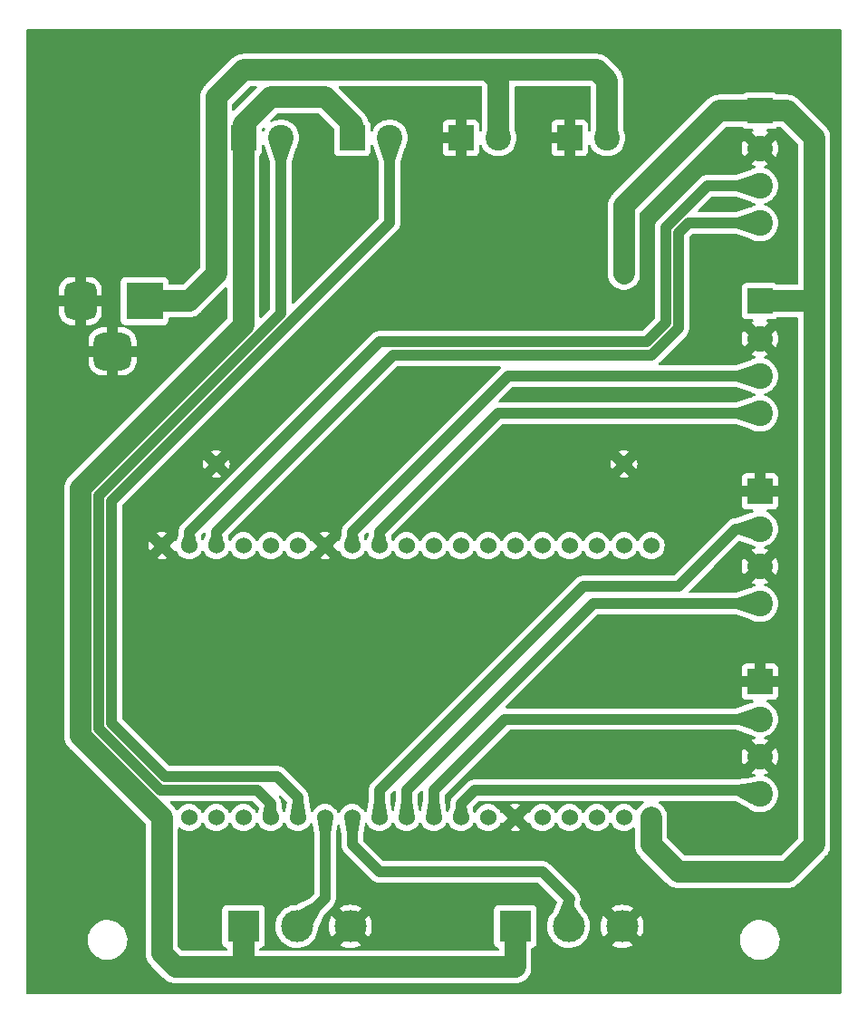
<source format=gbr>
%TF.GenerationSoftware,KiCad,Pcbnew,7.0.5*%
%TF.CreationDate,2023-07-19T13:34:52+12:00*%
%TF.ProjectId,manipulator_PCB,6d616e69-7075-46c6-9174-6f725f504342,rev?*%
%TF.SameCoordinates,Original*%
%TF.FileFunction,Copper,L2,Bot*%
%TF.FilePolarity,Positive*%
%FSLAX46Y46*%
G04 Gerber Fmt 4.6, Leading zero omitted, Abs format (unit mm)*
G04 Created by KiCad (PCBNEW 7.0.5) date 2023-07-19 13:34:52*
%MOMM*%
%LPD*%
G01*
G04 APERTURE LIST*
G04 Aperture macros list*
%AMRoundRect*
0 Rectangle with rounded corners*
0 $1 Rounding radius*
0 $2 $3 $4 $5 $6 $7 $8 $9 X,Y pos of 4 corners*
0 Add a 4 corners polygon primitive as box body*
4,1,4,$2,$3,$4,$5,$6,$7,$8,$9,$2,$3,0*
0 Add four circle primitives for the rounded corners*
1,1,$1+$1,$2,$3*
1,1,$1+$1,$4,$5*
1,1,$1+$1,$6,$7*
1,1,$1+$1,$8,$9*
0 Add four rect primitives between the rounded corners*
20,1,$1+$1,$2,$3,$4,$5,0*
20,1,$1+$1,$4,$5,$6,$7,0*
20,1,$1+$1,$6,$7,$8,$9,0*
20,1,$1+$1,$8,$9,$2,$3,0*%
G04 Aperture macros list end*
%TA.AperFunction,ComponentPad*%
%ADD10C,2.400000*%
%TD*%
%TA.AperFunction,ComponentPad*%
%ADD11R,2.400000X2.400000*%
%TD*%
%TA.AperFunction,ComponentPad*%
%ADD12C,3.000000*%
%TD*%
%TA.AperFunction,ComponentPad*%
%ADD13R,3.000000X3.000000*%
%TD*%
%TA.AperFunction,ComponentPad*%
%ADD14RoundRect,0.875000X-0.875000X-0.875000X0.875000X-0.875000X0.875000X0.875000X-0.875000X0.875000X0*%
%TD*%
%TA.AperFunction,ComponentPad*%
%ADD15RoundRect,0.750000X-0.750000X-1.000000X0.750000X-1.000000X0.750000X1.000000X-0.750000X1.000000X0*%
%TD*%
%TA.AperFunction,ComponentPad*%
%ADD16R,3.500000X3.500000*%
%TD*%
%TA.AperFunction,ComponentPad*%
%ADD17C,1.524000*%
%TD*%
%TA.AperFunction,Conductor*%
%ADD18C,1.000000*%
%TD*%
%TA.AperFunction,Conductor*%
%ADD19C,2.000000*%
%TD*%
G04 APERTURE END LIST*
D10*
%TO.P,J9,2,Pin_2*%
%TO.N,lim2*%
X135580000Y-72390000D03*
D11*
%TO.P,J9,1,Pin_1*%
%TO.N,+3V3*%
X132080000Y-72390000D03*
%TD*%
D10*
%TO.P,J8,2,Pin_2*%
%TO.N,lim1*%
X125420000Y-72390000D03*
D11*
%TO.P,J8,1,Pin_1*%
%TO.N,+3V3*%
X121920000Y-72390000D03*
%TD*%
D10*
%TO.P,J5,2,Pin_2*%
%TO.N,+12V*%
X145740000Y-72390000D03*
D11*
%TO.P,J5,1,Pin_1*%
%TO.N,GND*%
X142240000Y-72390000D03*
%TD*%
D10*
%TO.P,J4,4,Pin_4*%
%TO.N,STEP2*%
X170180000Y-115910000D03*
%TO.P,J4,3,Pin_3*%
%TO.N,GND*%
X170180000Y-112410000D03*
%TO.P,J4,2,Pin_2*%
%TO.N,DIR2*%
X170180000Y-108910000D03*
D11*
%TO.P,J4,1,Pin_1*%
%TO.N,GND*%
X170180000Y-105410000D03*
%TD*%
D10*
%TO.P,J7,4,Pin_4*%
%TO.N,SCL2*%
X170180000Y-98130000D03*
%TO.P,J7,3,Pin_3*%
%TO.N,SDA2*%
X170180000Y-94630000D03*
%TO.P,J7,2,Pin_2*%
%TO.N,GND*%
X170180000Y-91130000D03*
D11*
%TO.P,J7,1,Pin_1*%
%TO.N,+5V*%
X170180000Y-87630000D03*
%TD*%
D12*
%TO.P,RV1,3,3*%
%TO.N,GND*%
X131920000Y-146050000D03*
%TO.P,RV1,2,2*%
%TO.N,Net-(U2-32)*%
X126920000Y-146050000D03*
D13*
%TO.P,RV1,1,1*%
%TO.N,+3V3*%
X121920000Y-146050000D03*
%TD*%
D10*
%TO.P,J6,4,Pin_4*%
%TO.N,SCL1*%
X170180000Y-80350000D03*
%TO.P,J6,3,Pin_3*%
%TO.N,SDA1*%
X170180000Y-76850000D03*
%TO.P,J6,2,Pin_2*%
%TO.N,GND*%
X170180000Y-73350000D03*
D11*
%TO.P,J6,1,Pin_1*%
%TO.N,+5V*%
X170180000Y-69850000D03*
%TD*%
D10*
%TO.P,J2,4,Pin_4*%
%TO.N,STEP1*%
X170180000Y-133690000D03*
%TO.P,J2,3,Pin_3*%
%TO.N,GND*%
X170180000Y-130190000D03*
%TO.P,J2,2,Pin_2*%
%TO.N,DIR1*%
X170180000Y-126690000D03*
D11*
%TO.P,J2,1,Pin_1*%
%TO.N,GND*%
X170180000Y-123190000D03*
%TD*%
D14*
%TO.P,J1,3*%
%TO.N,GND*%
X109680000Y-92330000D03*
D15*
%TO.P,J1,2*%
X106680000Y-87630000D03*
D16*
%TO.P,J1,1*%
%TO.N,+12V*%
X112680000Y-87630000D03*
%TD*%
D12*
%TO.P,RV2,3,3*%
%TO.N,GND*%
X157320000Y-146050000D03*
%TO.P,RV2,2,2*%
%TO.N,Net-(U2-33)*%
X152320000Y-146050000D03*
D13*
%TO.P,RV2,1,1*%
%TO.N,+3V3*%
X147320000Y-146050000D03*
%TD*%
D17*
%TO.P,U1,4,VOUT+*%
%TO.N,+5V*%
X157480000Y-85090000D03*
%TO.P,U1,3,VOUT-*%
%TO.N,GND*%
X157480000Y-102870000D03*
%TO.P,U1,2,VIN-*%
X119380000Y-102870000D03*
%TO.P,U1,1,VIN+*%
%TO.N,+12V*%
X119380000Y-85090000D03*
%TD*%
%TO.P,U2,38,GND*%
%TO.N,GND*%
X114300000Y-110490000D03*
%TO.P,U2,37,23*%
%TO.N,SDA1*%
X116840000Y-110490000D03*
%TO.P,U2,36,22*%
%TO.N,SCL1*%
X119380000Y-110490000D03*
%TO.P,U2,35,RX*%
%TO.N,unconnected-(U2-RX-Pad35)*%
X121920000Y-110490000D03*
%TO.P,U2,34,RX*%
%TO.N,unconnected-(U2-RX-Pad34)*%
X124460000Y-110490000D03*
%TO.P,U2,33,21*%
%TO.N,unconnected-(U2-21-Pad33)*%
X127000000Y-110490000D03*
%TO.P,U2,32,GND*%
%TO.N,GND*%
X129540000Y-110490000D03*
%TO.P,U2,31,19*%
%TO.N,SDA2*%
X132080000Y-110490000D03*
%TO.P,U2,30,18*%
%TO.N,SCL2*%
X134620000Y-110490000D03*
%TO.P,U2,29,5*%
%TO.N,unconnected-(U2-5-Pad29)*%
X137160000Y-110490000D03*
%TO.P,U2,28,17*%
%TO.N,S2*%
X139700000Y-110490000D03*
%TO.P,U2,27,16*%
%TO.N,S1*%
X142240000Y-110490000D03*
%TO.P,U2,26,4*%
%TO.N,unconnected-(U2-4-Pad26)*%
X144780000Y-110490000D03*
%TO.P,U2,25,0*%
%TO.N,unconnected-(U2-0-Pad25)*%
X147320000Y-110490000D03*
%TO.P,U2,24,2*%
%TO.N,unconnected-(U2-2-Pad24)*%
X149860000Y-110490000D03*
%TO.P,U2,23,15*%
%TO.N,unconnected-(U2-15-Pad23)*%
X152400000Y-110490000D03*
%TO.P,U2,22,D1*%
%TO.N,unconnected-(U2-D1-Pad22)*%
X154940000Y-110490000D03*
%TO.P,U2,21,D0*%
%TO.N,unconnected-(U2-D0-Pad21)*%
X157480000Y-110490000D03*
%TO.P,U2,20,CLK*%
%TO.N,unconnected-(U2-CLK-Pad20)*%
X160020000Y-110490000D03*
%TO.P,U2,19,5V0*%
%TO.N,+5V*%
X160020000Y-135890000D03*
%TO.P,U2,18,CMD*%
%TO.N,unconnected-(U2-CMD-Pad18)*%
X157480000Y-135890000D03*
%TO.P,U2,17,D3*%
%TO.N,unconnected-(U2-D3-Pad17)*%
X154940000Y-135890000D03*
%TO.P,U2,16,D2*%
%TO.N,unconnected-(U2-D2-Pad16)*%
X152400000Y-135890000D03*
%TO.P,U2,15,13*%
%TO.N,unconnected-(U2-13-Pad15)*%
X149860000Y-135890000D03*
%TO.P,U2,14,GND*%
%TO.N,GND*%
X147320000Y-135890000D03*
%TO.P,U2,13,12*%
%TO.N,unconnected-(U2-12-Pad13)*%
X144780000Y-135890000D03*
%TO.P,U2,12,14*%
%TO.N,STEP1*%
X142240000Y-135890000D03*
%TO.P,U2,11,27*%
%TO.N,DIR1*%
X139700000Y-135890000D03*
%TO.P,U2,10,26*%
%TO.N,STEP2*%
X137160000Y-135890000D03*
%TO.P,U2,9,25*%
%TO.N,DIR2*%
X134620000Y-135890000D03*
%TO.P,U2,8,33*%
%TO.N,Net-(U2-33)*%
X132080000Y-135890000D03*
%TO.P,U2,7,32*%
%TO.N,Net-(U2-32)*%
X129540000Y-135890000D03*
%TO.P,U2,6,35*%
%TO.N,lim2*%
X127000000Y-135890000D03*
%TO.P,U2,5,34*%
%TO.N,lim1*%
X124460000Y-135890000D03*
%TO.P,U2,4,VN*%
%TO.N,unconnected-(U2-VN-Pad4)*%
X121920000Y-135890000D03*
%TO.P,U2,3,VP*%
%TO.N,unconnected-(U2-VP-Pad3)*%
X119380000Y-135890000D03*
%TO.P,U2,2,EN*%
%TO.N,unconnected-(U2-EN-Pad2)*%
X116840000Y-135890000D03*
%TO.P,U2,1,3V3*%
%TO.N,+3V3*%
X114300000Y-135890000D03*
%TD*%
D10*
%TO.P,J3,2,Pin_2*%
%TO.N,+12V*%
X155900000Y-72390000D03*
D11*
%TO.P,J3,1,Pin_1*%
%TO.N,GND*%
X152400000Y-72390000D03*
%TD*%
D18*
%TO.N,DIR2*%
X162560000Y-114300000D02*
X153670000Y-114300000D01*
X167950000Y-108910000D02*
X162560000Y-114300000D01*
X170180000Y-108910000D02*
X167950000Y-108910000D01*
X153670000Y-114300000D02*
X134620000Y-133350000D01*
X134620000Y-133350000D02*
X134620000Y-135890000D01*
%TO.N,STEP2*%
X154600000Y-115910000D02*
X137160000Y-133350000D01*
X170180000Y-115910000D02*
X154600000Y-115910000D01*
X137160000Y-133350000D02*
X137160000Y-135890000D01*
D19*
%TO.N,+3V3*%
X121920000Y-89878780D02*
X121920000Y-73660000D01*
X106680000Y-105118780D02*
X121920000Y-89878780D01*
X106680000Y-128269999D02*
X106680000Y-105118780D01*
X114300000Y-135890000D02*
X106680000Y-128269999D01*
D18*
%TO.N,lim1*%
X108380000Y-105822944D02*
X125420000Y-88782944D01*
X124460000Y-134620000D02*
X123190000Y-133350000D01*
X123190000Y-133350000D02*
X114164164Y-133350000D01*
X108380000Y-127565836D02*
X108380000Y-105822944D01*
X124460000Y-135890000D02*
X124460000Y-134620000D01*
X114164164Y-133350000D02*
X108380000Y-127565836D01*
X125420000Y-88782944D02*
X125420000Y-72390000D01*
%TO.N,lim2*%
X109580000Y-106320000D02*
X135580000Y-80320000D01*
X114591220Y-132080000D02*
X109580000Y-127068780D01*
X135580000Y-80320000D02*
X135580000Y-72390000D01*
X127000000Y-133985000D02*
X125095000Y-132080000D01*
X127000000Y-135890000D02*
X127000000Y-133985000D01*
X125095000Y-132080000D02*
X114591220Y-132080000D01*
X109580000Y-127068780D02*
X109580000Y-106320000D01*
D19*
%TO.N,+3V3*%
X132080000Y-71120000D02*
X129540000Y-68580000D01*
X132080000Y-72390000D02*
X132080000Y-71120000D01*
X124460000Y-68580000D02*
X129540000Y-68580000D01*
X121920000Y-71120000D02*
X124460000Y-68580000D01*
X121920000Y-73660000D02*
X121920000Y-71120000D01*
X121920000Y-73660000D02*
X121920000Y-72390000D01*
%TO.N,+12V*%
X154940000Y-66040000D02*
X144780000Y-66040000D01*
X155900000Y-67000000D02*
X154940000Y-66040000D01*
X155900000Y-72390000D02*
X155900000Y-67000000D01*
X145740000Y-67000000D02*
X144780000Y-66040000D01*
X145740000Y-72390000D02*
X145740000Y-67000000D01*
X144780000Y-66040000D02*
X121920000Y-66040000D01*
X119380000Y-68580000D02*
X119380000Y-85090000D01*
X121920000Y-66040000D02*
X119380000Y-68580000D01*
X116840000Y-87630000D02*
X119380000Y-85090000D01*
X112680000Y-87630000D02*
X116840000Y-87630000D01*
%TO.N,+3V3*%
X147320000Y-149860000D02*
X147320000Y-146050000D01*
X114300000Y-148590000D02*
X115570000Y-149860000D01*
X115570000Y-149860000D02*
X147320000Y-149860000D01*
X114300000Y-135890000D02*
X114300000Y-148590000D01*
X121920000Y-146050000D02*
X121920000Y-149860000D01*
D18*
%TO.N,DIR1*%
X170180000Y-126690000D02*
X146360000Y-126690000D01*
X146360000Y-126690000D02*
X139700000Y-133350000D01*
X139700000Y-133350000D02*
X139700000Y-135890000D01*
%TO.N,SDA1*%
X165292944Y-76850000D02*
X170180000Y-76850000D01*
X161360000Y-80782944D02*
X165292944Y-76850000D01*
X159592944Y-91440000D02*
X161360000Y-89672944D01*
X134620000Y-91440000D02*
X159592944Y-91440000D01*
X116840000Y-109220000D02*
X134620000Y-91440000D01*
X161360000Y-89672944D02*
X161360000Y-80782944D01*
X116840000Y-110490000D02*
X116840000Y-109220000D01*
%TO.N,SCL1*%
X162560000Y-90170000D02*
X162560000Y-81280000D01*
X162560000Y-81280000D02*
X163490000Y-80350000D01*
X160020000Y-92710000D02*
X162560000Y-90170000D01*
X135890000Y-92710000D02*
X160020000Y-92710000D01*
X119380000Y-109220000D02*
X135890000Y-92710000D01*
X119380000Y-110490000D02*
X119380000Y-109220000D01*
X163490000Y-80350000D02*
X170180000Y-80350000D01*
D19*
%TO.N,+5V*%
X172720000Y-140970000D02*
X175260000Y-138430000D01*
X162560000Y-140970000D02*
X172720000Y-140970000D01*
X160020000Y-138430000D02*
X162560000Y-140970000D01*
X160020000Y-135890000D02*
X160020000Y-138430000D01*
X175260000Y-138430000D02*
X175260000Y-87630000D01*
D18*
%TO.N,STEP1*%
X142240000Y-134620000D02*
X142240000Y-135890000D01*
X143510000Y-133350000D02*
X142240000Y-134620000D01*
X169840000Y-133350000D02*
X143510000Y-133350000D01*
X170180000Y-133690000D02*
X169840000Y-133350000D01*
D19*
%TO.N,+5V*%
X166370000Y-69850000D02*
X170180000Y-69850000D01*
X157480000Y-78740000D02*
X166370000Y-69850000D01*
X157480000Y-85090000D02*
X157480000Y-78740000D01*
D18*
%TO.N,SDA2*%
X146670000Y-94630000D02*
X132080000Y-109220000D01*
X170180000Y-94630000D02*
X146670000Y-94630000D01*
X132080000Y-109220000D02*
X132080000Y-110490000D01*
%TO.N,SCL2*%
X134620000Y-109220000D02*
X134620000Y-110490000D01*
X145710000Y-98130000D02*
X134620000Y-109220000D01*
X170180000Y-98130000D02*
X145710000Y-98130000D01*
D19*
%TO.N,+5V*%
X175260000Y-72390000D02*
X175260000Y-87630000D01*
X172720000Y-69850000D02*
X175260000Y-72390000D01*
X170180000Y-69850000D02*
X172720000Y-69850000D01*
X175260000Y-87630000D02*
X170180000Y-87630000D01*
D18*
%TO.N,Net-(U2-33)*%
X152320000Y-143590000D02*
X152320000Y-146050000D01*
X149860000Y-140970000D02*
X152400000Y-143510000D01*
X152400000Y-143510000D02*
X152320000Y-143590000D01*
X134620000Y-140970000D02*
X149860000Y-140970000D01*
X132080000Y-138430000D02*
X134620000Y-140970000D01*
X132080000Y-135890000D02*
X132080000Y-138430000D01*
%TO.N,Net-(U2-32)*%
X129540000Y-143430000D02*
X126920000Y-146050000D01*
X129540000Y-135890000D02*
X129540000Y-143430000D01*
%TD*%
%TA.AperFunction,Conductor*%
%TO.N,GND*%
G36*
X177742539Y-62250185D02*
G01*
X177788294Y-62302989D01*
X177799500Y-62354500D01*
X177799500Y-152275500D01*
X177779815Y-152342539D01*
X177727011Y-152388294D01*
X177675500Y-152399500D01*
X101724500Y-152399500D01*
X101657461Y-152379815D01*
X101611706Y-152327011D01*
X101600500Y-152275500D01*
X101600500Y-147387763D01*
X107365787Y-147387763D01*
X107395413Y-147657013D01*
X107395415Y-147657024D01*
X107463926Y-147919082D01*
X107463928Y-147919088D01*
X107569870Y-148168390D01*
X107664338Y-148323181D01*
X107710979Y-148399605D01*
X107710986Y-148399615D01*
X107884253Y-148607819D01*
X107884259Y-148607824D01*
X107989240Y-148701887D01*
X108085998Y-148788582D01*
X108311910Y-148938044D01*
X108557176Y-149053020D01*
X108557183Y-149053022D01*
X108557185Y-149053023D01*
X108816557Y-149131057D01*
X108816564Y-149131058D01*
X108816569Y-149131060D01*
X109084561Y-149170500D01*
X109084566Y-149170500D01*
X109287629Y-149170500D01*
X109287631Y-149170500D01*
X109287636Y-149170499D01*
X109287648Y-149170499D01*
X109325191Y-149167750D01*
X109490156Y-149155677D01*
X109602758Y-149130593D01*
X109754546Y-149096782D01*
X109754548Y-149096781D01*
X109754553Y-149096780D01*
X110007558Y-149000014D01*
X110243777Y-148867441D01*
X110458177Y-148701888D01*
X110646186Y-148506881D01*
X110803799Y-148286579D01*
X110914940Y-148070408D01*
X110927649Y-148045690D01*
X110927651Y-148045684D01*
X110927656Y-148045675D01*
X111015118Y-147789305D01*
X111064319Y-147522933D01*
X111074212Y-147252235D01*
X111044586Y-146982982D01*
X110976072Y-146720912D01*
X110870130Y-146471610D01*
X110729018Y-146240390D01*
X110639747Y-146133119D01*
X110555746Y-146032180D01*
X110555740Y-146032175D01*
X110354002Y-145851418D01*
X110128092Y-145701957D01*
X110128090Y-145701956D01*
X109882824Y-145586980D01*
X109882819Y-145586978D01*
X109882814Y-145586976D01*
X109623442Y-145508942D01*
X109623428Y-145508939D01*
X109507791Y-145491921D01*
X109355439Y-145469500D01*
X109152369Y-145469500D01*
X109152351Y-145469500D01*
X108949844Y-145484323D01*
X108949831Y-145484325D01*
X108685453Y-145543217D01*
X108685446Y-145543220D01*
X108432439Y-145639987D01*
X108196226Y-145772557D01*
X107981822Y-145938112D01*
X107793822Y-146133109D01*
X107793816Y-146133116D01*
X107636202Y-146353419D01*
X107636199Y-146353424D01*
X107512350Y-146594309D01*
X107512343Y-146594327D01*
X107424884Y-146850685D01*
X107424881Y-146850699D01*
X107375681Y-147117068D01*
X107375680Y-147117075D01*
X107365787Y-147387763D01*
X101600500Y-147387763D01*
X101600500Y-105181000D01*
X105175642Y-105181000D01*
X105179023Y-105208122D01*
X105179500Y-105215798D01*
X105179500Y-128172980D01*
X105179024Y-128180656D01*
X105175643Y-128207778D01*
X105179447Y-128299751D01*
X105179500Y-128302314D01*
X105179500Y-128332063D01*
X105181957Y-128361722D01*
X105182115Y-128364278D01*
X105185918Y-128456232D01*
X105191526Y-128482982D01*
X105192635Y-128490589D01*
X105194891Y-128517817D01*
X105194891Y-128517821D01*
X105217485Y-128607043D01*
X105218063Y-128609538D01*
X105236949Y-128699607D01*
X105236951Y-128699615D01*
X105246882Y-128725066D01*
X105249227Y-128732386D01*
X105255937Y-128758880D01*
X105292924Y-128843201D01*
X105293878Y-128845507D01*
X105327344Y-128931272D01*
X105327345Y-128931273D01*
X105327348Y-128931279D01*
X105341329Y-128954743D01*
X105344847Y-128961577D01*
X105355825Y-128986603D01*
X105406156Y-129063641D01*
X105407514Y-129065815D01*
X105454632Y-129144891D01*
X105454633Y-129144892D01*
X105454634Y-129144893D01*
X105472296Y-129165746D01*
X105476887Y-129171903D01*
X105491836Y-129194784D01*
X105491837Y-129194785D01*
X105554162Y-129262488D01*
X105555858Y-129264409D01*
X105575103Y-129287131D01*
X105585618Y-129297645D01*
X105596156Y-129308183D01*
X105597908Y-129310009D01*
X105660252Y-129377733D01*
X105660257Y-129377738D01*
X105681822Y-129394523D01*
X105687586Y-129399613D01*
X112763182Y-136475209D01*
X112796666Y-136536530D01*
X112799500Y-136562888D01*
X112799500Y-148492981D01*
X112799024Y-148500656D01*
X112795643Y-148527779D01*
X112799447Y-148619752D01*
X112799500Y-148622315D01*
X112799500Y-148652064D01*
X112801957Y-148681723D01*
X112802115Y-148684279D01*
X112805918Y-148776233D01*
X112811526Y-148802983D01*
X112812635Y-148810590D01*
X112814891Y-148837818D01*
X112814891Y-148837822D01*
X112837485Y-148927044D01*
X112838063Y-148929539D01*
X112856949Y-149019608D01*
X112856951Y-149019616D01*
X112866882Y-149045067D01*
X112869227Y-149052387D01*
X112875936Y-149078878D01*
X112912907Y-149163167D01*
X112913887Y-149165534D01*
X112947344Y-149251275D01*
X112961332Y-149274750D01*
X112964852Y-149281588D01*
X112975824Y-149306604D01*
X113004453Y-149350423D01*
X113026181Y-149383682D01*
X113027496Y-149385787D01*
X113074634Y-149464894D01*
X113092296Y-149485747D01*
X113096887Y-149491904D01*
X113111836Y-149514785D01*
X113111837Y-149514786D01*
X113174162Y-149582489D01*
X113175858Y-149584410D01*
X113195103Y-149607132D01*
X113205618Y-149617646D01*
X113216156Y-149628184D01*
X113217908Y-149630010D01*
X113280252Y-149697734D01*
X113280257Y-149697739D01*
X113301822Y-149714524D01*
X113307587Y-149719615D01*
X114440384Y-150852412D01*
X114445473Y-150858174D01*
X114462262Y-150879744D01*
X114462263Y-150879745D01*
X114462265Y-150879747D01*
X114529988Y-150942090D01*
X114531813Y-150943841D01*
X114542349Y-150954377D01*
X114552860Y-150964889D01*
X114552866Y-150964894D01*
X114552874Y-150964902D01*
X114575576Y-150984129D01*
X114577497Y-150985825D01*
X114645215Y-151048164D01*
X114645217Y-151048165D01*
X114645218Y-151048166D01*
X114668086Y-151063106D01*
X114674253Y-151067704D01*
X114695103Y-151085364D01*
X114695105Y-151085365D01*
X114695106Y-151085366D01*
X114774211Y-151132502D01*
X114776317Y-151133817D01*
X114853393Y-151184173D01*
X114853395Y-151184174D01*
X114878412Y-151195147D01*
X114885243Y-151198663D01*
X114898657Y-151206656D01*
X114908720Y-151212653D01*
X114908721Y-151212653D01*
X114908726Y-151212656D01*
X114994478Y-151246116D01*
X114996831Y-151247091D01*
X115081119Y-151284063D01*
X115103152Y-151289642D01*
X115107609Y-151290771D01*
X115114932Y-151293116D01*
X115140386Y-151303049D01*
X115219183Y-151319571D01*
X115230443Y-151321932D01*
X115232940Y-151322510D01*
X115292985Y-151337715D01*
X115322179Y-151345108D01*
X115349415Y-151347364D01*
X115357018Y-151348471D01*
X115383763Y-151354080D01*
X115475731Y-151357883D01*
X115478255Y-151358040D01*
X115507933Y-151360500D01*
X115537694Y-151360500D01*
X115540254Y-151360552D01*
X115632221Y-151364357D01*
X115648914Y-151362276D01*
X115659342Y-151360977D01*
X115667018Y-151360500D01*
X147444330Y-151360500D01*
X147444335Y-151360500D01*
X147503233Y-151350670D01*
X147508309Y-151350038D01*
X147567821Y-151345108D01*
X147625722Y-151330445D01*
X147630708Y-151329400D01*
X147689614Y-151319571D01*
X147746096Y-151300179D01*
X147750984Y-151298723D01*
X147808881Y-151284063D01*
X147863560Y-151260077D01*
X147868323Y-151258218D01*
X147924810Y-151238828D01*
X147977327Y-151210405D01*
X147981920Y-151208159D01*
X148036607Y-151184173D01*
X148086593Y-151151515D01*
X148090983Y-151148898D01*
X148143509Y-151120474D01*
X148190649Y-151083782D01*
X148194795Y-151080822D01*
X148244785Y-151048164D01*
X148288720Y-151007717D01*
X148292613Y-151004419D01*
X148339744Y-150967738D01*
X148380206Y-150923783D01*
X148383783Y-150920206D01*
X148427738Y-150879744D01*
X148464419Y-150832613D01*
X148467722Y-150828715D01*
X148508164Y-150784785D01*
X148540822Y-150734795D01*
X148543782Y-150730649D01*
X148580474Y-150683509D01*
X148608898Y-150630983D01*
X148611515Y-150626593D01*
X148644172Y-150576608D01*
X148644173Y-150576607D01*
X148668159Y-150521920D01*
X148670406Y-150517327D01*
X148698828Y-150464810D01*
X148718218Y-150408323D01*
X148720077Y-150403560D01*
X148744063Y-150348881D01*
X148758723Y-150290984D01*
X148760181Y-150286092D01*
X148779571Y-150229614D01*
X148789400Y-150170708D01*
X148790445Y-150165722D01*
X148805108Y-150107821D01*
X148810038Y-150048309D01*
X148810672Y-150043225D01*
X148820500Y-149984335D01*
X148820500Y-149735665D01*
X148820500Y-148166975D01*
X148840185Y-148099937D01*
X148892989Y-148054182D01*
X148920135Y-148046736D01*
X148919932Y-148045876D01*
X148927479Y-148044092D01*
X148927481Y-148044091D01*
X148927483Y-148044091D01*
X149062331Y-147993796D01*
X149177546Y-147907546D01*
X149263796Y-147792331D01*
X149314091Y-147657483D01*
X149320500Y-147597873D01*
X149320499Y-144502128D01*
X149314091Y-144442517D01*
X149284347Y-144362770D01*
X149263797Y-144307671D01*
X149263793Y-144307664D01*
X149177547Y-144192455D01*
X149177544Y-144192452D01*
X149062335Y-144106206D01*
X149062328Y-144106202D01*
X148927482Y-144055908D01*
X148927483Y-144055908D01*
X148867883Y-144049501D01*
X148867881Y-144049500D01*
X148867873Y-144049500D01*
X148867864Y-144049500D01*
X145772129Y-144049500D01*
X145772123Y-144049501D01*
X145712516Y-144055908D01*
X145577671Y-144106202D01*
X145577664Y-144106206D01*
X145462455Y-144192452D01*
X145462452Y-144192455D01*
X145376206Y-144307664D01*
X145376202Y-144307671D01*
X145325908Y-144442517D01*
X145319501Y-144502116D01*
X145319501Y-144502123D01*
X145319500Y-144502135D01*
X145319500Y-147597870D01*
X145319501Y-147597876D01*
X145325908Y-147657483D01*
X145376202Y-147792328D01*
X145376206Y-147792335D01*
X145462452Y-147907544D01*
X145462455Y-147907547D01*
X145577664Y-147993793D01*
X145577671Y-147993797D01*
X145712517Y-148044091D01*
X145720062Y-148045874D01*
X145719523Y-148048151D01*
X145773287Y-148070408D01*
X145813147Y-148127793D01*
X145819500Y-148166975D01*
X145819500Y-148235500D01*
X145799815Y-148302539D01*
X145747011Y-148348294D01*
X145695500Y-148359500D01*
X123544500Y-148359500D01*
X123477461Y-148339815D01*
X123431706Y-148287011D01*
X123420500Y-148235502D01*
X123420500Y-148235500D01*
X123420500Y-148166974D01*
X123440183Y-148099938D01*
X123492986Y-148054182D01*
X123520135Y-148046736D01*
X123519932Y-148045876D01*
X123527479Y-148044092D01*
X123527481Y-148044091D01*
X123527483Y-148044091D01*
X123662331Y-147993796D01*
X123777546Y-147907546D01*
X123863796Y-147792331D01*
X123914091Y-147657483D01*
X123920500Y-147597873D01*
X123920499Y-144502128D01*
X123914091Y-144442517D01*
X123884347Y-144362770D01*
X123863797Y-144307671D01*
X123863793Y-144307664D01*
X123777547Y-144192455D01*
X123777544Y-144192452D01*
X123662335Y-144106206D01*
X123662328Y-144106202D01*
X123527482Y-144055908D01*
X123527483Y-144055908D01*
X123467883Y-144049501D01*
X123467881Y-144049500D01*
X123467873Y-144049500D01*
X123467864Y-144049500D01*
X120372129Y-144049500D01*
X120372123Y-144049501D01*
X120312516Y-144055908D01*
X120177671Y-144106202D01*
X120177664Y-144106206D01*
X120062455Y-144192452D01*
X120062452Y-144192455D01*
X119976206Y-144307664D01*
X119976202Y-144307671D01*
X119925908Y-144442517D01*
X119919501Y-144502116D01*
X119919501Y-144502123D01*
X119919500Y-144502135D01*
X119919500Y-147597870D01*
X119919501Y-147597876D01*
X119925908Y-147657483D01*
X119976202Y-147792328D01*
X119976206Y-147792335D01*
X120062452Y-147907544D01*
X120062455Y-147907547D01*
X120177664Y-147993793D01*
X120177671Y-147993797D01*
X120312517Y-148044091D01*
X120320062Y-148045874D01*
X120319523Y-148048151D01*
X120373287Y-148070408D01*
X120413147Y-148127793D01*
X120419500Y-148166975D01*
X120419500Y-148235500D01*
X120399815Y-148302539D01*
X120347011Y-148348294D01*
X120295500Y-148359500D01*
X116242890Y-148359500D01*
X116175851Y-148339815D01*
X116155209Y-148323181D01*
X115836819Y-148004791D01*
X115803334Y-147943468D01*
X115800500Y-147917110D01*
X115800500Y-136935308D01*
X115820185Y-136868269D01*
X115872989Y-136822514D01*
X115942147Y-136812570D01*
X116005703Y-136841595D01*
X116012181Y-136847627D01*
X116025378Y-136860824D01*
X116025384Y-136860829D01*
X116206333Y-136987531D01*
X116206335Y-136987532D01*
X116206338Y-136987534D01*
X116406550Y-137080894D01*
X116619932Y-137138070D01*
X116777123Y-137151822D01*
X116839998Y-137157323D01*
X116840000Y-137157323D01*
X116840002Y-137157323D01*
X116895017Y-137152509D01*
X117060068Y-137138070D01*
X117273450Y-137080894D01*
X117473662Y-136987534D01*
X117654620Y-136860826D01*
X117810826Y-136704620D01*
X117937534Y-136523662D01*
X117997617Y-136394811D01*
X118043790Y-136342371D01*
X118110983Y-136323219D01*
X118177865Y-136343435D01*
X118222382Y-136394811D01*
X118282464Y-136523658D01*
X118282468Y-136523666D01*
X118409170Y-136704615D01*
X118409175Y-136704621D01*
X118565378Y-136860824D01*
X118565384Y-136860829D01*
X118746333Y-136987531D01*
X118746335Y-136987532D01*
X118746338Y-136987534D01*
X118946550Y-137080894D01*
X119159932Y-137138070D01*
X119317123Y-137151822D01*
X119379998Y-137157323D01*
X119380000Y-137157323D01*
X119380002Y-137157323D01*
X119435017Y-137152509D01*
X119600068Y-137138070D01*
X119813450Y-137080894D01*
X120013662Y-136987534D01*
X120194620Y-136860826D01*
X120350826Y-136704620D01*
X120477534Y-136523662D01*
X120537620Y-136394806D01*
X120583788Y-136342372D01*
X120650982Y-136323219D01*
X120717863Y-136343434D01*
X120762381Y-136394810D01*
X120822466Y-136523662D01*
X120822468Y-136523666D01*
X120949170Y-136704615D01*
X120949175Y-136704621D01*
X121105378Y-136860824D01*
X121105384Y-136860829D01*
X121286333Y-136987531D01*
X121286335Y-136987532D01*
X121286338Y-136987534D01*
X121486550Y-137080894D01*
X121699932Y-137138070D01*
X121857123Y-137151822D01*
X121919998Y-137157323D01*
X121920000Y-137157323D01*
X121920002Y-137157323D01*
X121975016Y-137152509D01*
X122140068Y-137138070D01*
X122353450Y-137080894D01*
X122553662Y-136987534D01*
X122734620Y-136860826D01*
X122890826Y-136704620D01*
X123017534Y-136523662D01*
X123077617Y-136394811D01*
X123123790Y-136342371D01*
X123190983Y-136323219D01*
X123257865Y-136343435D01*
X123302382Y-136394811D01*
X123362464Y-136523658D01*
X123362468Y-136523666D01*
X123489170Y-136704615D01*
X123489175Y-136704621D01*
X123645378Y-136860824D01*
X123645384Y-136860829D01*
X123826333Y-136987531D01*
X123826335Y-136987532D01*
X123826338Y-136987534D01*
X124026550Y-137080894D01*
X124239932Y-137138070D01*
X124397123Y-137151822D01*
X124459998Y-137157323D01*
X124460000Y-137157323D01*
X124460002Y-137157323D01*
X124515017Y-137152509D01*
X124680068Y-137138070D01*
X124893450Y-137080894D01*
X125093662Y-136987534D01*
X125274620Y-136860826D01*
X125430826Y-136704620D01*
X125557534Y-136523662D01*
X125617620Y-136394806D01*
X125663788Y-136342372D01*
X125730982Y-136323219D01*
X125797863Y-136343434D01*
X125842381Y-136394810D01*
X125902466Y-136523662D01*
X125902468Y-136523666D01*
X126029170Y-136704615D01*
X126029175Y-136704621D01*
X126185378Y-136860824D01*
X126185384Y-136860829D01*
X126366333Y-136987531D01*
X126366335Y-136987532D01*
X126366338Y-136987534D01*
X126566550Y-137080894D01*
X126779932Y-137138070D01*
X126937123Y-137151822D01*
X126999998Y-137157323D01*
X127000000Y-137157323D01*
X127000002Y-137157323D01*
X127055017Y-137152509D01*
X127220068Y-137138070D01*
X127433450Y-137080894D01*
X127633662Y-136987534D01*
X127814620Y-136860826D01*
X127970826Y-136704620D01*
X128097534Y-136523662D01*
X128132091Y-136449554D01*
X128178259Y-136397119D01*
X128245452Y-136377966D01*
X128312333Y-136398181D01*
X128357669Y-136451345D01*
X128366677Y-136480953D01*
X128537706Y-137475793D01*
X128539499Y-137496802D01*
X128539500Y-142964216D01*
X128519815Y-143031255D01*
X128503181Y-143051897D01*
X128055311Y-143499767D01*
X128020115Y-143524431D01*
X126925584Y-144035772D01*
X126881945Y-144047111D01*
X126634566Y-144064804D01*
X126354962Y-144125628D01*
X126086833Y-144225635D01*
X125835690Y-144362770D01*
X125835682Y-144362775D01*
X125606612Y-144534254D01*
X125606594Y-144534270D01*
X125404270Y-144736594D01*
X125404254Y-144736612D01*
X125232775Y-144965682D01*
X125232770Y-144965690D01*
X125095635Y-145216833D01*
X124995628Y-145484962D01*
X124934804Y-145764566D01*
X124914390Y-146049998D01*
X124914390Y-146050001D01*
X124934804Y-146335433D01*
X124995628Y-146615037D01*
X124995630Y-146615043D01*
X124995631Y-146615046D01*
X125035117Y-146720912D01*
X125095635Y-146883166D01*
X125232770Y-147134309D01*
X125232775Y-147134317D01*
X125404254Y-147363387D01*
X125404270Y-147363405D01*
X125606594Y-147565729D01*
X125606612Y-147565745D01*
X125835682Y-147737224D01*
X125835690Y-147737229D01*
X126086833Y-147874364D01*
X126086832Y-147874364D01*
X126086836Y-147874365D01*
X126086839Y-147874367D01*
X126354954Y-147974369D01*
X126354960Y-147974370D01*
X126354962Y-147974371D01*
X126634566Y-148035195D01*
X126634568Y-148035195D01*
X126634572Y-148035196D01*
X126888220Y-148053337D01*
X126919999Y-148055610D01*
X126920000Y-148055610D01*
X126920001Y-148055610D01*
X126948595Y-148053564D01*
X127205428Y-148035196D01*
X127395742Y-147993796D01*
X127485037Y-147974371D01*
X127485037Y-147974370D01*
X127485046Y-147974369D01*
X127753161Y-147874367D01*
X127937595Y-147773658D01*
X130903448Y-147773658D01*
X131087042Y-147873908D01*
X131087041Y-147873908D01*
X131355104Y-147973890D01*
X131634637Y-148034699D01*
X131919999Y-148055109D01*
X131920001Y-148055109D01*
X132205362Y-148034699D01*
X132484895Y-147973890D01*
X132752957Y-147873908D01*
X132936550Y-147773658D01*
X132936550Y-147773657D01*
X131920000Y-146757107D01*
X130903448Y-147773657D01*
X130903448Y-147773658D01*
X127937595Y-147773658D01*
X128004315Y-147737226D01*
X128233395Y-147565739D01*
X128435739Y-147363395D01*
X128607226Y-147134315D01*
X128744367Y-146883161D01*
X128844369Y-146615046D01*
X128905196Y-146335428D01*
X128922888Y-146088043D01*
X128932773Y-146050001D01*
X129914891Y-146050001D01*
X129935300Y-146335362D01*
X129996109Y-146614895D01*
X130096091Y-146882958D01*
X130196341Y-147066550D01*
X131212892Y-146050000D01*
X131314823Y-146050000D01*
X131335444Y-146206631D01*
X131395901Y-146352588D01*
X131492075Y-146477925D01*
X131617412Y-146574099D01*
X131763369Y-146634556D01*
X131880677Y-146650000D01*
X131959323Y-146650000D01*
X132076631Y-146634556D01*
X132222588Y-146574099D01*
X132347925Y-146477925D01*
X132444099Y-146352589D01*
X132504556Y-146206631D01*
X132525177Y-146050000D01*
X132627106Y-146050000D01*
X133643657Y-147066550D01*
X133643658Y-147066550D01*
X133743908Y-146882957D01*
X133843890Y-146614895D01*
X133904699Y-146335362D01*
X133925108Y-146050001D01*
X133925108Y-146049998D01*
X133904699Y-145764637D01*
X133843890Y-145485104D01*
X133743908Y-145217042D01*
X133643657Y-145033448D01*
X132627106Y-146050000D01*
X132525177Y-146050000D01*
X132504556Y-145893369D01*
X132444099Y-145747412D01*
X132347925Y-145622075D01*
X132222588Y-145525901D01*
X132076631Y-145465444D01*
X131959323Y-145450000D01*
X131880677Y-145450000D01*
X131763369Y-145465444D01*
X131617412Y-145525901D01*
X131492075Y-145622075D01*
X131395901Y-145747411D01*
X131335444Y-145893369D01*
X131314823Y-146050000D01*
X131212892Y-146050000D01*
X130196341Y-145033448D01*
X130196339Y-145033448D01*
X130096094Y-145217035D01*
X130096091Y-145217041D01*
X129996109Y-145485104D01*
X129935300Y-145764637D01*
X129914891Y-146049998D01*
X129914891Y-146050001D01*
X128932773Y-146050001D01*
X128934226Y-146044410D01*
X129445564Y-144949885D01*
X129470223Y-144914696D01*
X130058578Y-144326341D01*
X130903448Y-144326341D01*
X131919998Y-145342893D01*
X131919999Y-145342893D01*
X132936550Y-144326341D01*
X132936550Y-144326340D01*
X132752957Y-144226091D01*
X132752958Y-144226091D01*
X132484895Y-144126109D01*
X132205362Y-144065300D01*
X131920001Y-144044891D01*
X131919999Y-144044891D01*
X131634637Y-144065300D01*
X131355104Y-144126109D01*
X131087041Y-144226091D01*
X131087035Y-144226094D01*
X130903448Y-144326339D01*
X130903448Y-144326341D01*
X130058578Y-144326341D01*
X130238001Y-144146918D01*
X130239014Y-144145931D01*
X130303053Y-144085059D01*
X130338112Y-144034686D01*
X130340925Y-144030957D01*
X130379698Y-143983407D01*
X130395607Y-143952948D01*
X130399667Y-143946248D01*
X130419295Y-143918049D01*
X130443492Y-143861660D01*
X130445498Y-143857435D01*
X130473909Y-143803049D01*
X130483360Y-143770015D01*
X130485991Y-143762628D01*
X130499540Y-143731058D01*
X130511893Y-143670940D01*
X130513006Y-143666412D01*
X130529887Y-143607418D01*
X130532495Y-143573155D01*
X130533587Y-143565376D01*
X130534550Y-143560695D01*
X130540500Y-143531741D01*
X130540500Y-143470401D01*
X130540679Y-143465692D01*
X130545337Y-143404525D01*
X130540997Y-143370441D01*
X130540500Y-143362602D01*
X130540500Y-137496802D01*
X130542293Y-137475793D01*
X130687792Y-136629443D01*
X130718549Y-136566712D01*
X130778342Y-136530565D01*
X130848185Y-136532483D01*
X130905904Y-136571856D01*
X130932205Y-136629447D01*
X131077706Y-137475793D01*
X131079499Y-137496802D01*
X131079499Y-138416506D01*
X131079479Y-138418075D01*
X131077243Y-138506361D01*
X131077243Y-138506370D01*
X131088064Y-138566739D01*
X131088718Y-138571404D01*
X131094925Y-138632430D01*
X131094927Y-138632444D01*
X131105208Y-138665213D01*
X131107079Y-138672837D01*
X131113142Y-138706652D01*
X131113142Y-138706655D01*
X131135894Y-138763612D01*
X131137474Y-138768051D01*
X131155841Y-138826588D01*
X131155844Y-138826595D01*
X131172509Y-138856619D01*
X131175879Y-138863714D01*
X131187336Y-138892396D01*
X131188622Y-138895614D01*
X131188627Y-138895624D01*
X131222377Y-138946833D01*
X131224818Y-138950863D01*
X131254588Y-139004498D01*
X131254589Y-139004499D01*
X131254591Y-139004502D01*
X131276968Y-139030567D01*
X131281693Y-139036835D01*
X131294263Y-139055906D01*
X131300598Y-139065519D01*
X131343978Y-139108899D01*
X131347169Y-139112343D01*
X131387131Y-139158892D01*
X131387134Y-139158895D01*
X131414294Y-139179918D01*
X131420190Y-139185111D01*
X133903005Y-141667926D01*
X133904070Y-141669017D01*
X133958428Y-141726201D01*
X133964939Y-141733051D01*
X133964945Y-141733056D01*
X134015295Y-141768101D01*
X134019047Y-141770929D01*
X134066592Y-141809697D01*
X134066595Y-141809698D01*
X134066597Y-141809700D01*
X134097039Y-141825601D01*
X134103753Y-141829668D01*
X134131947Y-141849292D01*
X134131953Y-141849296D01*
X134188331Y-141873490D01*
X134192569Y-141875502D01*
X134246951Y-141903909D01*
X134279973Y-141913356D01*
X134287365Y-141915989D01*
X134318940Y-141929539D01*
X134318941Y-141929540D01*
X134332054Y-141932234D01*
X134379055Y-141941892D01*
X134383595Y-141943006D01*
X134442582Y-141959886D01*
X134476841Y-141962494D01*
X134484609Y-141963585D01*
X134518255Y-141970500D01*
X134518259Y-141970500D01*
X134579601Y-141970500D01*
X134584308Y-141970678D01*
X134620651Y-141973446D01*
X134645475Y-141975337D01*
X134645475Y-141975336D01*
X134645476Y-141975337D01*
X134679559Y-141970996D01*
X134687389Y-141970500D01*
X149394217Y-141970500D01*
X149461256Y-141990185D01*
X149481898Y-142006819D01*
X151183819Y-143708740D01*
X151217304Y-143770063D01*
X151212320Y-143839755D01*
X151211974Y-143840672D01*
X150919623Y-144605965D01*
X150891470Y-144649394D01*
X150804261Y-144736604D01*
X150804251Y-144736616D01*
X150632775Y-144965682D01*
X150632770Y-144965690D01*
X150495635Y-145216833D01*
X150395628Y-145484962D01*
X150334804Y-145764566D01*
X150314390Y-146049998D01*
X150314390Y-146050001D01*
X150334804Y-146335433D01*
X150395628Y-146615037D01*
X150395630Y-146615043D01*
X150395631Y-146615046D01*
X150435117Y-146720912D01*
X150495635Y-146883166D01*
X150632770Y-147134309D01*
X150632775Y-147134317D01*
X150804254Y-147363387D01*
X150804270Y-147363405D01*
X151006594Y-147565729D01*
X151006612Y-147565745D01*
X151235682Y-147737224D01*
X151235690Y-147737229D01*
X151486833Y-147874364D01*
X151486832Y-147874364D01*
X151486836Y-147874365D01*
X151486839Y-147874367D01*
X151754954Y-147974369D01*
X151754960Y-147974370D01*
X151754962Y-147974371D01*
X152034566Y-148035195D01*
X152034568Y-148035195D01*
X152034572Y-148035196D01*
X152288220Y-148053337D01*
X152319999Y-148055610D01*
X152320000Y-148055610D01*
X152320001Y-148055610D01*
X152348595Y-148053564D01*
X152605428Y-148035196D01*
X152795742Y-147993796D01*
X152885037Y-147974371D01*
X152885037Y-147974370D01*
X152885046Y-147974369D01*
X153153161Y-147874367D01*
X153337595Y-147773658D01*
X156303448Y-147773658D01*
X156487042Y-147873908D01*
X156487041Y-147873908D01*
X156755104Y-147973890D01*
X157034637Y-148034699D01*
X157319999Y-148055109D01*
X157320001Y-148055109D01*
X157605362Y-148034699D01*
X157884895Y-147973890D01*
X158152957Y-147873908D01*
X158336550Y-147773658D01*
X158336550Y-147773657D01*
X157950656Y-147387763D01*
X168325787Y-147387763D01*
X168355413Y-147657013D01*
X168355415Y-147657024D01*
X168423926Y-147919082D01*
X168423928Y-147919088D01*
X168529870Y-148168390D01*
X168624338Y-148323181D01*
X168670979Y-148399605D01*
X168670986Y-148399615D01*
X168844253Y-148607819D01*
X168844259Y-148607824D01*
X168949240Y-148701887D01*
X169045998Y-148788582D01*
X169271910Y-148938044D01*
X169517176Y-149053020D01*
X169517183Y-149053022D01*
X169517185Y-149053023D01*
X169776557Y-149131057D01*
X169776564Y-149131058D01*
X169776569Y-149131060D01*
X170044561Y-149170500D01*
X170044566Y-149170500D01*
X170247629Y-149170500D01*
X170247631Y-149170500D01*
X170247636Y-149170499D01*
X170247648Y-149170499D01*
X170285191Y-149167750D01*
X170450156Y-149155677D01*
X170562758Y-149130593D01*
X170714546Y-149096782D01*
X170714548Y-149096781D01*
X170714553Y-149096780D01*
X170967558Y-149000014D01*
X171203777Y-148867441D01*
X171418177Y-148701888D01*
X171606186Y-148506881D01*
X171763799Y-148286579D01*
X171874940Y-148070408D01*
X171887649Y-148045690D01*
X171887651Y-148045684D01*
X171887656Y-148045675D01*
X171975118Y-147789305D01*
X172024319Y-147522933D01*
X172034212Y-147252235D01*
X172004586Y-146982982D01*
X171936072Y-146720912D01*
X171830130Y-146471610D01*
X171689018Y-146240390D01*
X171599747Y-146133119D01*
X171515746Y-146032180D01*
X171515740Y-146032175D01*
X171314002Y-145851418D01*
X171088092Y-145701957D01*
X171088090Y-145701956D01*
X170842824Y-145586980D01*
X170842819Y-145586978D01*
X170842814Y-145586976D01*
X170583442Y-145508942D01*
X170583428Y-145508939D01*
X170467791Y-145491921D01*
X170315439Y-145469500D01*
X170112369Y-145469500D01*
X170112351Y-145469500D01*
X169909844Y-145484323D01*
X169909831Y-145484325D01*
X169645453Y-145543217D01*
X169645446Y-145543220D01*
X169392439Y-145639987D01*
X169156226Y-145772557D01*
X168941822Y-145938112D01*
X168753822Y-146133109D01*
X168753816Y-146133116D01*
X168596202Y-146353419D01*
X168596199Y-146353424D01*
X168472350Y-146594309D01*
X168472343Y-146594327D01*
X168384884Y-146850685D01*
X168384881Y-146850699D01*
X168335681Y-147117068D01*
X168335680Y-147117075D01*
X168325787Y-147387763D01*
X157950656Y-147387763D01*
X157320000Y-146757107D01*
X156303448Y-147773657D01*
X156303448Y-147773658D01*
X153337595Y-147773658D01*
X153404315Y-147737226D01*
X153633395Y-147565739D01*
X153835739Y-147363395D01*
X154007226Y-147134315D01*
X154144367Y-146883161D01*
X154244369Y-146615046D01*
X154305196Y-146335428D01*
X154325610Y-146050001D01*
X155314891Y-146050001D01*
X155335300Y-146335362D01*
X155396109Y-146614895D01*
X155496091Y-146882958D01*
X155596341Y-147066550D01*
X156612893Y-146050000D01*
X156714823Y-146050000D01*
X156735444Y-146206631D01*
X156795901Y-146352588D01*
X156892075Y-146477925D01*
X157017412Y-146574099D01*
X157163369Y-146634556D01*
X157280677Y-146650000D01*
X157359323Y-146650000D01*
X157476631Y-146634556D01*
X157622588Y-146574099D01*
X157747925Y-146477925D01*
X157844099Y-146352589D01*
X157904556Y-146206631D01*
X157925177Y-146050000D01*
X158027107Y-146050000D01*
X159043657Y-147066550D01*
X159043658Y-147066550D01*
X159143908Y-146882957D01*
X159243890Y-146614895D01*
X159304699Y-146335362D01*
X159325109Y-146050001D01*
X159325109Y-146049998D01*
X159304699Y-145764637D01*
X159243890Y-145485104D01*
X159143908Y-145217042D01*
X159043657Y-145033448D01*
X158027107Y-146049999D01*
X158027107Y-146050000D01*
X157925177Y-146050000D01*
X157904556Y-145893369D01*
X157844099Y-145747412D01*
X157747925Y-145622075D01*
X157622588Y-145525901D01*
X157476631Y-145465444D01*
X157359323Y-145450000D01*
X157280677Y-145450000D01*
X157163369Y-145465444D01*
X157017412Y-145525901D01*
X156892075Y-145622075D01*
X156795901Y-145747411D01*
X156735444Y-145893369D01*
X156714823Y-146050000D01*
X156612893Y-146050000D01*
X156612893Y-146049999D01*
X155596341Y-145033448D01*
X155596339Y-145033448D01*
X155496094Y-145217035D01*
X155496091Y-145217041D01*
X155396109Y-145485104D01*
X155335300Y-145764637D01*
X155314891Y-146049998D01*
X155314891Y-146050001D01*
X154325610Y-146050001D01*
X154325610Y-146050000D01*
X154305196Y-145764572D01*
X154278094Y-145639987D01*
X154244371Y-145484962D01*
X154244370Y-145484960D01*
X154244369Y-145484954D01*
X154144367Y-145216839D01*
X154007226Y-144965685D01*
X154007224Y-144965682D01*
X153835745Y-144736612D01*
X153835736Y-144736602D01*
X153835728Y-144736594D01*
X153715858Y-144616724D01*
X153697180Y-144592788D01*
X153537504Y-144326341D01*
X156303448Y-144326341D01*
X157320000Y-145342893D01*
X157320001Y-145342893D01*
X158336550Y-144326341D01*
X158336550Y-144326340D01*
X158152957Y-144226091D01*
X158152958Y-144226091D01*
X157884895Y-144126109D01*
X157605362Y-144065300D01*
X157320001Y-144044891D01*
X157319999Y-144044891D01*
X157034637Y-144065300D01*
X156755104Y-144126109D01*
X156487041Y-144226091D01*
X156487035Y-144226094D01*
X156303448Y-144326339D01*
X156303448Y-144326341D01*
X153537504Y-144326341D01*
X153340663Y-143997877D01*
X153323088Y-143930256D01*
X153331878Y-143888129D01*
X153333900Y-143883065D01*
X153333909Y-143883049D01*
X153338339Y-143867567D01*
X153344881Y-143849901D01*
X153351605Y-143835268D01*
X153368527Y-143762343D01*
X153369295Y-143759379D01*
X153389887Y-143687418D01*
X153391110Y-143671357D01*
X153393963Y-143652733D01*
X153397601Y-143637057D01*
X153397600Y-143637057D01*
X153397602Y-143637053D01*
X153399496Y-143562269D01*
X153399655Y-143559132D01*
X153405337Y-143484523D01*
X153403302Y-143468551D01*
X153402347Y-143449736D01*
X153402756Y-143433636D01*
X153389558Y-143360008D01*
X153389083Y-143356902D01*
X153387700Y-143346046D01*
X153379630Y-143282672D01*
X153374415Y-143267415D01*
X153369700Y-143249205D01*
X153366858Y-143233347D01*
X153339098Y-143163852D01*
X153338015Y-143160926D01*
X153313818Y-143090134D01*
X153313814Y-143090124D01*
X153311546Y-143086272D01*
X153305644Y-143076246D01*
X153297350Y-143059337D01*
X153291379Y-143044387D01*
X153291378Y-143044385D01*
X153291377Y-143044383D01*
X153250191Y-142981891D01*
X153248551Y-142979260D01*
X153210588Y-142914770D01*
X153199799Y-142902830D01*
X153188265Y-142887929D01*
X153179402Y-142874480D01*
X153126504Y-142821583D01*
X153124339Y-142819306D01*
X153112282Y-142805961D01*
X153074179Y-142763787D01*
X153061196Y-142754253D01*
X153046905Y-142741985D01*
X151972846Y-141667926D01*
X150576972Y-140272051D01*
X150575914Y-140270965D01*
X150515064Y-140206951D01*
X150515060Y-140206948D01*
X150515059Y-140206947D01*
X150489165Y-140188924D01*
X150464709Y-140171902D01*
X150460946Y-140169064D01*
X150413413Y-140130305D01*
X150413406Y-140130300D01*
X150382959Y-140114397D01*
X150376251Y-140110334D01*
X150348049Y-140090705D01*
X150348046Y-140090703D01*
X150348045Y-140090703D01*
X150348041Y-140090701D01*
X150291680Y-140066514D01*
X150287424Y-140064493D01*
X150233057Y-140036094D01*
X150233050Y-140036091D01*
X150233049Y-140036091D01*
X150227008Y-140034362D01*
X150200030Y-140026642D01*
X150192630Y-140024008D01*
X150161057Y-140010459D01*
X150161058Y-140010459D01*
X150100966Y-139998109D01*
X150096391Y-139996986D01*
X150037420Y-139980113D01*
X150037425Y-139980113D01*
X150003158Y-139977503D01*
X149995380Y-139976412D01*
X149961742Y-139969500D01*
X149961741Y-139969500D01*
X149900402Y-139969500D01*
X149895695Y-139969321D01*
X149890121Y-139968896D01*
X149834524Y-139964662D01*
X149814589Y-139967201D01*
X149800440Y-139969003D01*
X149792611Y-139969500D01*
X135085783Y-139969500D01*
X135018744Y-139949815D01*
X134998102Y-139933181D01*
X133116819Y-138051898D01*
X133083334Y-137990575D01*
X133080500Y-137964217D01*
X133080500Y-137496802D01*
X133082293Y-137475793D01*
X133253321Y-136480947D01*
X133284078Y-136418215D01*
X133343871Y-136382068D01*
X133413714Y-136383986D01*
X133471433Y-136423359D01*
X133487909Y-136449554D01*
X133522466Y-136523662D01*
X133522468Y-136523666D01*
X133649170Y-136704615D01*
X133649175Y-136704621D01*
X133805378Y-136860824D01*
X133805384Y-136860829D01*
X133986333Y-136987531D01*
X133986335Y-136987532D01*
X133986338Y-136987534D01*
X134186550Y-137080894D01*
X134399932Y-137138070D01*
X134557123Y-137151822D01*
X134619998Y-137157323D01*
X134620000Y-137157323D01*
X134620002Y-137157323D01*
X134675016Y-137152509D01*
X134840068Y-137138070D01*
X135053450Y-137080894D01*
X135253662Y-136987534D01*
X135434620Y-136860826D01*
X135590826Y-136704620D01*
X135717534Y-136523662D01*
X135777617Y-136394811D01*
X135823790Y-136342371D01*
X135890983Y-136323219D01*
X135957865Y-136343435D01*
X136002382Y-136394811D01*
X136062464Y-136523658D01*
X136062468Y-136523666D01*
X136189170Y-136704615D01*
X136189175Y-136704621D01*
X136345378Y-136860824D01*
X136345384Y-136860829D01*
X136526333Y-136987531D01*
X136526335Y-136987532D01*
X136526338Y-136987534D01*
X136726550Y-137080894D01*
X136939932Y-137138070D01*
X137097123Y-137151822D01*
X137159998Y-137157323D01*
X137160000Y-137157323D01*
X137160002Y-137157323D01*
X137215017Y-137152509D01*
X137380068Y-137138070D01*
X137593450Y-137080894D01*
X137793662Y-136987534D01*
X137974620Y-136860826D01*
X138130826Y-136704620D01*
X138257534Y-136523662D01*
X138317617Y-136394811D01*
X138363790Y-136342371D01*
X138430983Y-136323219D01*
X138497865Y-136343435D01*
X138542382Y-136394811D01*
X138602464Y-136523658D01*
X138602468Y-136523666D01*
X138729170Y-136704615D01*
X138729175Y-136704621D01*
X138885378Y-136860824D01*
X138885384Y-136860829D01*
X139066333Y-136987531D01*
X139066335Y-136987532D01*
X139066338Y-136987534D01*
X139266550Y-137080894D01*
X139479932Y-137138070D01*
X139637123Y-137151822D01*
X139699998Y-137157323D01*
X139700000Y-137157323D01*
X139700002Y-137157323D01*
X139755017Y-137152509D01*
X139920068Y-137138070D01*
X140133450Y-137080894D01*
X140333662Y-136987534D01*
X140514620Y-136860826D01*
X140670826Y-136704620D01*
X140797534Y-136523662D01*
X140857617Y-136394811D01*
X140903790Y-136342371D01*
X140970983Y-136323219D01*
X141037865Y-136343435D01*
X141082382Y-136394811D01*
X141142464Y-136523658D01*
X141142468Y-136523666D01*
X141269170Y-136704615D01*
X141269175Y-136704621D01*
X141425378Y-136860824D01*
X141425384Y-136860829D01*
X141606333Y-136987531D01*
X141606335Y-136987532D01*
X141606338Y-136987534D01*
X141806550Y-137080894D01*
X142019932Y-137138070D01*
X142177123Y-137151822D01*
X142239998Y-137157323D01*
X142240000Y-137157323D01*
X142240002Y-137157323D01*
X142295016Y-137152509D01*
X142460068Y-137138070D01*
X142673450Y-137080894D01*
X142873662Y-136987534D01*
X143054620Y-136860826D01*
X143210826Y-136704620D01*
X143337534Y-136523662D01*
X143397617Y-136394811D01*
X143443790Y-136342371D01*
X143510983Y-136323219D01*
X143577865Y-136343435D01*
X143622382Y-136394811D01*
X143682464Y-136523658D01*
X143682468Y-136523666D01*
X143809170Y-136704615D01*
X143809175Y-136704621D01*
X143965378Y-136860824D01*
X143965384Y-136860829D01*
X144146333Y-136987531D01*
X144146335Y-136987532D01*
X144146338Y-136987534D01*
X144346550Y-137080894D01*
X144559932Y-137138070D01*
X144717123Y-137151822D01*
X144779998Y-137157323D01*
X144780000Y-137157323D01*
X144780002Y-137157323D01*
X144835017Y-137152509D01*
X145000068Y-137138070D01*
X145213450Y-137080894D01*
X145248588Y-137064509D01*
X146852595Y-137064509D01*
X146886720Y-137080420D01*
X146886729Y-137080424D01*
X147100013Y-137137573D01*
X147100023Y-137137575D01*
X147319999Y-137156821D01*
X147320001Y-137156821D01*
X147539976Y-137137575D01*
X147539982Y-137137574D01*
X147753280Y-137080420D01*
X147753291Y-137080416D01*
X147787402Y-137064509D01*
X147787402Y-137064508D01*
X147316531Y-136593636D01*
X147303350Y-136602443D01*
X147300315Y-136612782D01*
X147283681Y-136633424D01*
X146852595Y-137064509D01*
X145248588Y-137064509D01*
X145413662Y-136987534D01*
X145594620Y-136860826D01*
X145750826Y-136704620D01*
X145877534Y-136523662D01*
X145937893Y-136394220D01*
X145984065Y-136341781D01*
X146051258Y-136322629D01*
X146118140Y-136342844D01*
X146128097Y-136354335D01*
X146145490Y-136357403D01*
X146580994Y-135921898D01*
X146935051Y-135921898D01*
X146966266Y-136045162D01*
X147035813Y-136151612D01*
X147136157Y-136229713D01*
X147256422Y-136271000D01*
X147351569Y-136271000D01*
X147445421Y-136255339D01*
X147557251Y-136194820D01*
X147643371Y-136101269D01*
X147694448Y-135984823D01*
X147704949Y-135858102D01*
X147673734Y-135734838D01*
X147604187Y-135628388D01*
X147503843Y-135550287D01*
X147383578Y-135509000D01*
X147288431Y-135509000D01*
X147194579Y-135524661D01*
X147082749Y-135585180D01*
X146996629Y-135678731D01*
X146945552Y-135795177D01*
X146935051Y-135921898D01*
X146580994Y-135921898D01*
X146612892Y-135890000D01*
X146612893Y-135889999D01*
X146145489Y-135422595D01*
X146127434Y-135425779D01*
X146116484Y-135438217D01*
X146049290Y-135457369D01*
X145982409Y-135437153D01*
X145937892Y-135385778D01*
X145877534Y-135256339D01*
X145803250Y-135150250D01*
X145750827Y-135075381D01*
X145690547Y-135015101D01*
X145594620Y-134919174D01*
X145594616Y-134919171D01*
X145594615Y-134919170D01*
X145413666Y-134792468D01*
X145413662Y-134792466D01*
X145355779Y-134765475D01*
X145248586Y-134715490D01*
X146852596Y-134715490D01*
X147319999Y-135182893D01*
X147320000Y-135182893D01*
X147320000Y-135182892D01*
X147787403Y-134715490D01*
X147787402Y-134715489D01*
X147753283Y-134699580D01*
X147753272Y-134699576D01*
X147539986Y-134642426D01*
X147539976Y-134642424D01*
X147320001Y-134623179D01*
X147319999Y-134623179D01*
X147100023Y-134642424D01*
X147100016Y-134642425D01*
X146886725Y-134699577D01*
X146886721Y-134699578D01*
X146852596Y-134715490D01*
X145248586Y-134715490D01*
X145213450Y-134699106D01*
X145213447Y-134699105D01*
X145213445Y-134699104D01*
X145000070Y-134641930D01*
X145000062Y-134641929D01*
X144780002Y-134622677D01*
X144779998Y-134622677D01*
X144559937Y-134641929D01*
X144559929Y-134641930D01*
X144346554Y-134699104D01*
X144346548Y-134699107D01*
X144146340Y-134792465D01*
X144146338Y-134792466D01*
X143965377Y-134919175D01*
X143809175Y-135075377D01*
X143682466Y-135256338D01*
X143682465Y-135256340D01*
X143636898Y-135354059D01*
X143590725Y-135406498D01*
X143523532Y-135425650D01*
X143456650Y-135405434D01*
X143411316Y-135352268D01*
X143403222Y-135327418D01*
X143337377Y-135017363D01*
X143342706Y-134947701D01*
X143370989Y-134903930D01*
X143888100Y-134386819D01*
X143949424Y-134353334D01*
X143975782Y-134350500D01*
X159222420Y-134350500D01*
X159289459Y-134370185D01*
X159335214Y-134422989D01*
X159345158Y-134492147D01*
X159316133Y-134555703D01*
X159281438Y-134583555D01*
X159196493Y-134629524D01*
X159024861Y-134763111D01*
X159000256Y-134782262D01*
X158990863Y-134792466D01*
X158831836Y-134965215D01*
X158710946Y-135150251D01*
X158657799Y-135195607D01*
X158588568Y-135205031D01*
X158525232Y-135175529D01*
X158505562Y-135153552D01*
X158503461Y-135150552D01*
X158480461Y-135117703D01*
X158450827Y-135075381D01*
X158390547Y-135015101D01*
X158294620Y-134919174D01*
X158294616Y-134919171D01*
X158294615Y-134919170D01*
X158113666Y-134792468D01*
X158113662Y-134792466D01*
X158055779Y-134765475D01*
X157913450Y-134699106D01*
X157913447Y-134699105D01*
X157913445Y-134699104D01*
X157700070Y-134641930D01*
X157700062Y-134641929D01*
X157480002Y-134622677D01*
X157479998Y-134622677D01*
X157259937Y-134641929D01*
X157259929Y-134641930D01*
X157046554Y-134699104D01*
X157046548Y-134699107D01*
X156846340Y-134792465D01*
X156846338Y-134792466D01*
X156665377Y-134919175D01*
X156509175Y-135075377D01*
X156382466Y-135256338D01*
X156382465Y-135256340D01*
X156322382Y-135385189D01*
X156276209Y-135437628D01*
X156209016Y-135456780D01*
X156142135Y-135436564D01*
X156097618Y-135385189D01*
X156065195Y-135315659D01*
X156037534Y-135256339D01*
X155963250Y-135150250D01*
X155910827Y-135075381D01*
X155850547Y-135015101D01*
X155754620Y-134919174D01*
X155754616Y-134919171D01*
X155754615Y-134919170D01*
X155573666Y-134792468D01*
X155573662Y-134792466D01*
X155515779Y-134765475D01*
X155373450Y-134699106D01*
X155373447Y-134699105D01*
X155373445Y-134699104D01*
X155160070Y-134641930D01*
X155160062Y-134641929D01*
X154940002Y-134622677D01*
X154939998Y-134622677D01*
X154719937Y-134641929D01*
X154719929Y-134641930D01*
X154506554Y-134699104D01*
X154506548Y-134699107D01*
X154306340Y-134792465D01*
X154306338Y-134792466D01*
X154125377Y-134919175D01*
X153969175Y-135075377D01*
X153842466Y-135256338D01*
X153842465Y-135256340D01*
X153782382Y-135385189D01*
X153736209Y-135437628D01*
X153669016Y-135456780D01*
X153602135Y-135436564D01*
X153557618Y-135385189D01*
X153525195Y-135315659D01*
X153497534Y-135256339D01*
X153423250Y-135150250D01*
X153370827Y-135075381D01*
X153310547Y-135015101D01*
X153214620Y-134919174D01*
X153214616Y-134919171D01*
X153214615Y-134919170D01*
X153033666Y-134792468D01*
X153033662Y-134792466D01*
X152975779Y-134765475D01*
X152833450Y-134699106D01*
X152833447Y-134699105D01*
X152833445Y-134699104D01*
X152620070Y-134641930D01*
X152620062Y-134641929D01*
X152400002Y-134622677D01*
X152399998Y-134622677D01*
X152179937Y-134641929D01*
X152179929Y-134641930D01*
X151966554Y-134699104D01*
X151966548Y-134699107D01*
X151766340Y-134792465D01*
X151766338Y-134792466D01*
X151585377Y-134919175D01*
X151429175Y-135075377D01*
X151302466Y-135256338D01*
X151302465Y-135256340D01*
X151242382Y-135385189D01*
X151196209Y-135437628D01*
X151129016Y-135456780D01*
X151062135Y-135436564D01*
X151017618Y-135385189D01*
X150985195Y-135315659D01*
X150957534Y-135256339D01*
X150883250Y-135150250D01*
X150830827Y-135075381D01*
X150770547Y-135015101D01*
X150674620Y-134919174D01*
X150674616Y-134919171D01*
X150674615Y-134919170D01*
X150493666Y-134792468D01*
X150493662Y-134792466D01*
X150435779Y-134765475D01*
X150293450Y-134699106D01*
X150293447Y-134699105D01*
X150293445Y-134699104D01*
X150080070Y-134641930D01*
X150080062Y-134641929D01*
X149860002Y-134622677D01*
X149859998Y-134622677D01*
X149639937Y-134641929D01*
X149639929Y-134641930D01*
X149426554Y-134699104D01*
X149426548Y-134699107D01*
X149226340Y-134792465D01*
X149226338Y-134792466D01*
X149045377Y-134919175D01*
X148889175Y-135075377D01*
X148762466Y-135256338D01*
X148762465Y-135256340D01*
X148702106Y-135385780D01*
X148655933Y-135438219D01*
X148588740Y-135457371D01*
X148521858Y-135437155D01*
X148511899Y-135425662D01*
X148494509Y-135422595D01*
X148063424Y-135853681D01*
X148035339Y-135869016D01*
X148023636Y-135886531D01*
X148494508Y-136357402D01*
X148512557Y-136354220D01*
X148523512Y-136341779D01*
X148590705Y-136322626D01*
X148657587Y-136342841D01*
X148702105Y-136394217D01*
X148762466Y-136523662D01*
X148762468Y-136523666D01*
X148889170Y-136704615D01*
X148889175Y-136704621D01*
X149045378Y-136860824D01*
X149045384Y-136860829D01*
X149226333Y-136987531D01*
X149226335Y-136987532D01*
X149226338Y-136987534D01*
X149426550Y-137080894D01*
X149639932Y-137138070D01*
X149797123Y-137151822D01*
X149859998Y-137157323D01*
X149860000Y-137157323D01*
X149860002Y-137157323D01*
X149915016Y-137152509D01*
X150080068Y-137138070D01*
X150293450Y-137080894D01*
X150493662Y-136987534D01*
X150674620Y-136860826D01*
X150830826Y-136704620D01*
X150957534Y-136523662D01*
X151017617Y-136394811D01*
X151063790Y-136342371D01*
X151130983Y-136323219D01*
X151197865Y-136343435D01*
X151242382Y-136394811D01*
X151302464Y-136523658D01*
X151302468Y-136523666D01*
X151429170Y-136704615D01*
X151429175Y-136704621D01*
X151585378Y-136860824D01*
X151585384Y-136860829D01*
X151766333Y-136987531D01*
X151766335Y-136987532D01*
X151766338Y-136987534D01*
X151966550Y-137080894D01*
X152179932Y-137138070D01*
X152337123Y-137151822D01*
X152399998Y-137157323D01*
X152400000Y-137157323D01*
X152400002Y-137157323D01*
X152455017Y-137152509D01*
X152620068Y-137138070D01*
X152833450Y-137080894D01*
X153033662Y-136987534D01*
X153214620Y-136860826D01*
X153370826Y-136704620D01*
X153497534Y-136523662D01*
X153557617Y-136394811D01*
X153603790Y-136342371D01*
X153670983Y-136323219D01*
X153737865Y-136343435D01*
X153782382Y-136394811D01*
X153842464Y-136523658D01*
X153842468Y-136523666D01*
X153969170Y-136704615D01*
X153969175Y-136704621D01*
X154125378Y-136860824D01*
X154125384Y-136860829D01*
X154306333Y-136987531D01*
X154306335Y-136987532D01*
X154306338Y-136987534D01*
X154506550Y-137080894D01*
X154719932Y-137138070D01*
X154877123Y-137151822D01*
X154939998Y-137157323D01*
X154940000Y-137157323D01*
X154940002Y-137157323D01*
X154995016Y-137152509D01*
X155160068Y-137138070D01*
X155373450Y-137080894D01*
X155573662Y-136987534D01*
X155754620Y-136860826D01*
X155910826Y-136704620D01*
X156037534Y-136523662D01*
X156097617Y-136394811D01*
X156143790Y-136342371D01*
X156210983Y-136323219D01*
X156277865Y-136343435D01*
X156322382Y-136394811D01*
X156382464Y-136523658D01*
X156382468Y-136523666D01*
X156509170Y-136704615D01*
X156509175Y-136704621D01*
X156665378Y-136860824D01*
X156665384Y-136860829D01*
X156846333Y-136987531D01*
X156846335Y-136987532D01*
X156846338Y-136987534D01*
X157046550Y-137080894D01*
X157259932Y-137138070D01*
X157417123Y-137151822D01*
X157479998Y-137157323D01*
X157480000Y-137157323D01*
X157480002Y-137157323D01*
X157535017Y-137152509D01*
X157700068Y-137138070D01*
X157913450Y-137080894D01*
X158113662Y-136987534D01*
X158294620Y-136860826D01*
X158307819Y-136847626D01*
X158369142Y-136814142D01*
X158438834Y-136819126D01*
X158494767Y-136860998D01*
X158519184Y-136926462D01*
X158519500Y-136935308D01*
X158519500Y-138332981D01*
X158519024Y-138340651D01*
X158515643Y-138367779D01*
X158517690Y-138417284D01*
X158519447Y-138459752D01*
X158519500Y-138462306D01*
X158519500Y-138492067D01*
X158520685Y-138506370D01*
X158521957Y-138521723D01*
X158522115Y-138524279D01*
X158525918Y-138616233D01*
X158531526Y-138642983D01*
X158532635Y-138650590D01*
X158534891Y-138677818D01*
X158534891Y-138677822D01*
X158557485Y-138767044D01*
X158558063Y-138769539D01*
X158576949Y-138859608D01*
X158576951Y-138859616D01*
X158586882Y-138885067D01*
X158589227Y-138892387D01*
X158590045Y-138895617D01*
X158595937Y-138918881D01*
X158607711Y-138945725D01*
X158632907Y-139003167D01*
X158633887Y-139005534D01*
X158667344Y-139091275D01*
X158681332Y-139114750D01*
X158684852Y-139121588D01*
X158695824Y-139146604D01*
X158724453Y-139190423D01*
X158746181Y-139223682D01*
X158747496Y-139225787D01*
X158794634Y-139304894D01*
X158812293Y-139325744D01*
X158816887Y-139331904D01*
X158831836Y-139354785D01*
X158831837Y-139354786D01*
X158894162Y-139422489D01*
X158895858Y-139424410D01*
X158915103Y-139447132D01*
X158925618Y-139457646D01*
X158936156Y-139468184D01*
X158937908Y-139470010D01*
X159000252Y-139537734D01*
X159000257Y-139537739D01*
X159021822Y-139554524D01*
X159027587Y-139559615D01*
X161430392Y-141962419D01*
X161435476Y-141968177D01*
X161452258Y-141989739D01*
X161452265Y-141989747D01*
X161520000Y-142052101D01*
X161521825Y-142053852D01*
X161542870Y-142074897D01*
X161542871Y-142074898D01*
X161542874Y-142074901D01*
X161565576Y-142094129D01*
X161567497Y-142095825D01*
X161635215Y-142158164D01*
X161635217Y-142158165D01*
X161635218Y-142158166D01*
X161658086Y-142173106D01*
X161664250Y-142177702D01*
X161685106Y-142195366D01*
X161764178Y-142242482D01*
X161766313Y-142243814D01*
X161843393Y-142294173D01*
X161868414Y-142305148D01*
X161875245Y-142308664D01*
X161898726Y-142322655D01*
X161984470Y-142356112D01*
X161986794Y-142357074D01*
X162071119Y-142394063D01*
X162071123Y-142394064D01*
X162097609Y-142400771D01*
X162104932Y-142403116D01*
X162130386Y-142413049D01*
X162220443Y-142431932D01*
X162222940Y-142432510D01*
X162282985Y-142447715D01*
X162312179Y-142455108D01*
X162339415Y-142457364D01*
X162347018Y-142458471D01*
X162373763Y-142464080D01*
X162465731Y-142467883D01*
X162468255Y-142468040D01*
X162497933Y-142470500D01*
X162527694Y-142470500D01*
X162530254Y-142470552D01*
X162622221Y-142474357D01*
X162638914Y-142472276D01*
X162649342Y-142470977D01*
X162657018Y-142470500D01*
X172622981Y-142470500D01*
X172630652Y-142470975D01*
X172657779Y-142474357D01*
X172749755Y-142470552D01*
X172752315Y-142470500D01*
X172782066Y-142470500D01*
X172782067Y-142470500D01*
X172811726Y-142468041D01*
X172814257Y-142467884D01*
X172906237Y-142464081D01*
X172932982Y-142458472D01*
X172940582Y-142457364D01*
X172967821Y-142455108D01*
X173057101Y-142432498D01*
X173059492Y-142431945D01*
X173149614Y-142413049D01*
X173175077Y-142403112D01*
X173182374Y-142400774D01*
X173208881Y-142394063D01*
X173269310Y-142367556D01*
X173293164Y-142357093D01*
X173295532Y-142356112D01*
X173299145Y-142354701D01*
X173381274Y-142322656D01*
X173404761Y-142308659D01*
X173411581Y-142305149D01*
X173436607Y-142294173D01*
X173513665Y-142243827D01*
X173515791Y-142242500D01*
X173594894Y-142195366D01*
X173615754Y-142177697D01*
X173621894Y-142173117D01*
X173644785Y-142158164D01*
X173712530Y-142095798D01*
X173714373Y-142094171D01*
X173737126Y-142074902D01*
X173758196Y-142053830D01*
X173759970Y-142052127D01*
X173827738Y-141989744D01*
X173844530Y-141968167D01*
X173849604Y-141962422D01*
X176252426Y-139559599D01*
X176258163Y-139554534D01*
X176279744Y-139537738D01*
X176342138Y-139469958D01*
X176343841Y-139468184D01*
X176364901Y-139447126D01*
X176384132Y-139424419D01*
X176385830Y-139422496D01*
X176448164Y-139354785D01*
X176463117Y-139331894D01*
X176467697Y-139325754D01*
X176485366Y-139304894D01*
X176532516Y-139225763D01*
X176533795Y-139223715D01*
X176584173Y-139146607D01*
X176595148Y-139121584D01*
X176598668Y-139114747D01*
X176612655Y-139091274D01*
X176646121Y-139005506D01*
X176647077Y-139003197D01*
X176684063Y-138918881D01*
X176690774Y-138892374D01*
X176693112Y-138885077D01*
X176703049Y-138859614D01*
X176721938Y-138769523D01*
X176722507Y-138767067D01*
X176722827Y-138765806D01*
X176745108Y-138677821D01*
X176747364Y-138650583D01*
X176748471Y-138642980D01*
X176754080Y-138616237D01*
X176757883Y-138524264D01*
X176758042Y-138521723D01*
X176760500Y-138492067D01*
X176760500Y-138462306D01*
X176760553Y-138459744D01*
X176764357Y-138367779D01*
X176760976Y-138340656D01*
X176760500Y-138332981D01*
X176760500Y-72487018D01*
X176760977Y-72479342D01*
X176762276Y-72468914D01*
X176764357Y-72452221D01*
X176760553Y-72360254D01*
X176760500Y-72357692D01*
X176760500Y-72327936D01*
X176760500Y-72327933D01*
X176758040Y-72298255D01*
X176757883Y-72295719D01*
X176754080Y-72203764D01*
X176754080Y-72203763D01*
X176748471Y-72177018D01*
X176747364Y-72169415D01*
X176745108Y-72142179D01*
X176722510Y-72052940D01*
X176721932Y-72050443D01*
X176703049Y-71960386D01*
X176693116Y-71934932D01*
X176690771Y-71927609D01*
X176684064Y-71901123D01*
X176684063Y-71901119D01*
X176647074Y-71816794D01*
X176646114Y-71814476D01*
X176612655Y-71728726D01*
X176598664Y-71705245D01*
X176595147Y-71698411D01*
X176584175Y-71673398D01*
X176584173Y-71673393D01*
X176547143Y-71616715D01*
X176533814Y-71596313D01*
X176532482Y-71594178D01*
X176485366Y-71515106D01*
X176467702Y-71494250D01*
X176463106Y-71488086D01*
X176448166Y-71465218D01*
X176448165Y-71465217D01*
X176448164Y-71465215D01*
X176385825Y-71397497D01*
X176384129Y-71395576D01*
X176364901Y-71372874D01*
X176364898Y-71372871D01*
X176362212Y-71370185D01*
X176343852Y-71351825D01*
X176342101Y-71350000D01*
X176279747Y-71282265D01*
X176279739Y-71282258D01*
X176258177Y-71265476D01*
X176252419Y-71260392D01*
X173849615Y-68857587D01*
X173844524Y-68851822D01*
X173827739Y-68830257D01*
X173827734Y-68830252D01*
X173760010Y-68767908D01*
X173758184Y-68766156D01*
X173747646Y-68755618D01*
X173737132Y-68745103D01*
X173714410Y-68725858D01*
X173712489Y-68724162D01*
X173644786Y-68661837D01*
X173644785Y-68661836D01*
X173621904Y-68646887D01*
X173615747Y-68642296D01*
X173594894Y-68624634D01*
X173515787Y-68577496D01*
X173513682Y-68576181D01*
X173473984Y-68550246D01*
X173436604Y-68525824D01*
X173411588Y-68514852D01*
X173404750Y-68511332D01*
X173381275Y-68497344D01*
X173295534Y-68463887D01*
X173293167Y-68462907D01*
X173235725Y-68437711D01*
X173208881Y-68425937D01*
X173208879Y-68425936D01*
X173208878Y-68425936D01*
X173182387Y-68419227D01*
X173175067Y-68416882D01*
X173149616Y-68406951D01*
X173149608Y-68406949D01*
X173059539Y-68388063D01*
X173057044Y-68387485D01*
X172967820Y-68364891D01*
X172940590Y-68362635D01*
X172932983Y-68361526D01*
X172912986Y-68357334D01*
X172906237Y-68355919D01*
X172906235Y-68355918D01*
X172814279Y-68352115D01*
X172811723Y-68351957D01*
X172808735Y-68351709D01*
X172782067Y-68349500D01*
X172782064Y-68349500D01*
X172752315Y-68349500D01*
X172749755Y-68349447D01*
X172693903Y-68347137D01*
X172657780Y-68345643D01*
X172657779Y-68345643D01*
X172630652Y-68349024D01*
X172622981Y-68349500D01*
X171842320Y-68349500D01*
X171775281Y-68329815D01*
X171743052Y-68299809D01*
X171737548Y-68292457D01*
X171737546Y-68292454D01*
X171671431Y-68242960D01*
X171622335Y-68206206D01*
X171622328Y-68206202D01*
X171487482Y-68155908D01*
X171487483Y-68155908D01*
X171427883Y-68149501D01*
X171427881Y-68149500D01*
X171427873Y-68149500D01*
X171427864Y-68149500D01*
X168932129Y-68149500D01*
X168932123Y-68149501D01*
X168872516Y-68155908D01*
X168737671Y-68206202D01*
X168737664Y-68206206D01*
X168622457Y-68292451D01*
X168622451Y-68292457D01*
X168616948Y-68299809D01*
X168561015Y-68341681D01*
X168517680Y-68349500D01*
X166467019Y-68349500D01*
X166459347Y-68349024D01*
X166432221Y-68345643D01*
X166432219Y-68345643D01*
X166380346Y-68347788D01*
X166340244Y-68349447D01*
X166337685Y-68349500D01*
X166307933Y-68349500D01*
X166299151Y-68350227D01*
X166278274Y-68351957D01*
X166275719Y-68352115D01*
X166183765Y-68355918D01*
X166183751Y-68355920D01*
X166157017Y-68361526D01*
X166149409Y-68362635D01*
X166122185Y-68364890D01*
X166122174Y-68364892D01*
X166032973Y-68387480D01*
X166030479Y-68388058D01*
X165940391Y-68406948D01*
X165940375Y-68406953D01*
X165914920Y-68416886D01*
X165907599Y-68419231D01*
X165881119Y-68425937D01*
X165881108Y-68425941D01*
X165796850Y-68462900D01*
X165794484Y-68463880D01*
X165708721Y-68497346D01*
X165685247Y-68511333D01*
X165678413Y-68514851D01*
X165653388Y-68525829D01*
X165653386Y-68525830D01*
X165576338Y-68576168D01*
X165574165Y-68577524D01*
X165495104Y-68624635D01*
X165474250Y-68642297D01*
X165468087Y-68646892D01*
X165445216Y-68661834D01*
X165377507Y-68724164D01*
X165375589Y-68725858D01*
X165352865Y-68745106D01*
X165331846Y-68766125D01*
X165329998Y-68767898D01*
X165262262Y-68830256D01*
X165262256Y-68830262D01*
X165245472Y-68851826D01*
X165240383Y-68857589D01*
X156487588Y-77610382D01*
X156481827Y-77615471D01*
X156460255Y-77632262D01*
X156397909Y-77699986D01*
X156396136Y-77701834D01*
X156375104Y-77722865D01*
X156375094Y-77722877D01*
X156355861Y-77745586D01*
X156354166Y-77747506D01*
X156291837Y-77815212D01*
X156291835Y-77815215D01*
X156276892Y-77838087D01*
X156272297Y-77844250D01*
X156254635Y-77865104D01*
X156207518Y-77944173D01*
X156206162Y-77946345D01*
X156155829Y-78023389D01*
X156155824Y-78023397D01*
X156144853Y-78048409D01*
X156141335Y-78055244D01*
X156127348Y-78078717D01*
X156127343Y-78078727D01*
X156093881Y-78164481D01*
X156092901Y-78166848D01*
X156055936Y-78251118D01*
X156055935Y-78251122D01*
X156049226Y-78277616D01*
X156046881Y-78284935D01*
X156036953Y-78310379D01*
X156036948Y-78310395D01*
X156018062Y-78400465D01*
X156017484Y-78402960D01*
X155994892Y-78492175D01*
X155994890Y-78492185D01*
X155992635Y-78519408D01*
X155991526Y-78527016D01*
X155985920Y-78553750D01*
X155985919Y-78553763D01*
X155982115Y-78645719D01*
X155981957Y-78648274D01*
X155979500Y-78677934D01*
X155979500Y-78707683D01*
X155979447Y-78710246D01*
X155975642Y-78802219D01*
X155975642Y-78802220D01*
X155979023Y-78829342D01*
X155979500Y-78837018D01*
X155979500Y-85152077D01*
X155994890Y-85337813D01*
X155994892Y-85337824D01*
X156055936Y-85578881D01*
X156155826Y-85806606D01*
X156291833Y-86014782D01*
X156291836Y-86014785D01*
X156460256Y-86197738D01*
X156656491Y-86350474D01*
X156875190Y-86468828D01*
X157110386Y-86549571D01*
X157355665Y-86590500D01*
X157604335Y-86590500D01*
X157849614Y-86549571D01*
X158084810Y-86468828D01*
X158303509Y-86350474D01*
X158499744Y-86197738D01*
X158668164Y-86014785D01*
X158804173Y-85806607D01*
X158904063Y-85578881D01*
X158965108Y-85337821D01*
X158980500Y-85152067D01*
X158980500Y-79412889D01*
X159000185Y-79345850D01*
X159016819Y-79325208D01*
X164992023Y-73350004D01*
X168475233Y-73350004D01*
X168494273Y-73604079D01*
X168550968Y-73852477D01*
X168550973Y-73852494D01*
X168644058Y-74089671D01*
X168676694Y-74146198D01*
X169472892Y-73350001D01*
X169472892Y-73350000D01*
X169574823Y-73350000D01*
X169595444Y-73506631D01*
X169655901Y-73652588D01*
X169752075Y-73777925D01*
X169877412Y-73874099D01*
X170023369Y-73934556D01*
X170140677Y-73950000D01*
X170219323Y-73950000D01*
X170336631Y-73934556D01*
X170482588Y-73874099D01*
X170607925Y-73777925D01*
X170704099Y-73652589D01*
X170764556Y-73506631D01*
X170785177Y-73350000D01*
X170887107Y-73350000D01*
X171683305Y-74146198D01*
X171715940Y-74089674D01*
X171715945Y-74089664D01*
X171809026Y-73852494D01*
X171809031Y-73852477D01*
X171865726Y-73604079D01*
X171884767Y-73350004D01*
X171884767Y-73349995D01*
X171865726Y-73095920D01*
X171809031Y-72847522D01*
X171809026Y-72847505D01*
X171715943Y-72610331D01*
X171683304Y-72553800D01*
X170887107Y-73349999D01*
X170887107Y-73350000D01*
X170785177Y-73350000D01*
X170764556Y-73193369D01*
X170704099Y-73047412D01*
X170607925Y-72922075D01*
X170482588Y-72825901D01*
X170336631Y-72765444D01*
X170219323Y-72750000D01*
X170140677Y-72750000D01*
X170023369Y-72765444D01*
X169877412Y-72825901D01*
X169752075Y-72922075D01*
X169655901Y-73047411D01*
X169595444Y-73193369D01*
X169574823Y-73350000D01*
X169472892Y-73350000D01*
X169472892Y-73349999D01*
X168676694Y-72553800D01*
X168676694Y-72553801D01*
X168644057Y-72610331D01*
X168644055Y-72610335D01*
X168550973Y-72847505D01*
X168550968Y-72847522D01*
X168494273Y-73095920D01*
X168475233Y-73349995D01*
X168475233Y-73350004D01*
X164992023Y-73350004D01*
X166955208Y-71386819D01*
X167016531Y-71353334D01*
X167042889Y-71350500D01*
X168517680Y-71350500D01*
X168584719Y-71370185D01*
X168616948Y-71400191D01*
X168622454Y-71407546D01*
X168622457Y-71407548D01*
X168737664Y-71493793D01*
X168737671Y-71493797D01*
X168872517Y-71544091D01*
X168872516Y-71544091D01*
X168879444Y-71544835D01*
X168932127Y-71550500D01*
X169455323Y-71550499D01*
X169522360Y-71570183D01*
X169568115Y-71622987D01*
X169578059Y-71692146D01*
X169549034Y-71755702D01*
X169509123Y-71786219D01*
X169383718Y-71846610D01*
X169383718Y-71846611D01*
X170179999Y-72642892D01*
X170976281Y-71846610D01*
X170976281Y-71846609D01*
X170850877Y-71786219D01*
X170799017Y-71739397D01*
X170780704Y-71671970D01*
X170801751Y-71605346D01*
X170855477Y-71560678D01*
X170904676Y-71550499D01*
X171427872Y-71550499D01*
X171487483Y-71544091D01*
X171622331Y-71493796D01*
X171737546Y-71407546D01*
X171743051Y-71400191D01*
X171798985Y-71358319D01*
X171842320Y-71350500D01*
X172047110Y-71350500D01*
X172114149Y-71370185D01*
X172134791Y-71386819D01*
X173723181Y-72975208D01*
X173756666Y-73036531D01*
X173759500Y-73062889D01*
X173759500Y-86005500D01*
X173739815Y-86072539D01*
X173687011Y-86118294D01*
X173635500Y-86129500D01*
X171842320Y-86129500D01*
X171775281Y-86109815D01*
X171743052Y-86079809D01*
X171743051Y-86079808D01*
X171737546Y-86072454D01*
X171716917Y-86057011D01*
X171622335Y-85986206D01*
X171622328Y-85986202D01*
X171487482Y-85935908D01*
X171487483Y-85935908D01*
X171427883Y-85929501D01*
X171427881Y-85929500D01*
X171427873Y-85929500D01*
X171427864Y-85929500D01*
X168932129Y-85929500D01*
X168932123Y-85929501D01*
X168872516Y-85935908D01*
X168737671Y-85986202D01*
X168737664Y-85986206D01*
X168622455Y-86072452D01*
X168622452Y-86072455D01*
X168536206Y-86187664D01*
X168536202Y-86187671D01*
X168485908Y-86322517D01*
X168479501Y-86382116D01*
X168479500Y-86382135D01*
X168479500Y-88877870D01*
X168479501Y-88877876D01*
X168485908Y-88937483D01*
X168536202Y-89072328D01*
X168536206Y-89072335D01*
X168622452Y-89187544D01*
X168622455Y-89187547D01*
X168737664Y-89273793D01*
X168737671Y-89273797D01*
X168872517Y-89324091D01*
X168872516Y-89324091D01*
X168879444Y-89324835D01*
X168932127Y-89330500D01*
X169455323Y-89330499D01*
X169522360Y-89350183D01*
X169568115Y-89402987D01*
X169578059Y-89472146D01*
X169549034Y-89535702D01*
X169509123Y-89566219D01*
X169383718Y-89626610D01*
X169383718Y-89626611D01*
X170180000Y-90422893D01*
X170180001Y-90422893D01*
X170976282Y-89626611D01*
X170976281Y-89626609D01*
X170850877Y-89566219D01*
X170799017Y-89519397D01*
X170780704Y-89451970D01*
X170801751Y-89385346D01*
X170855477Y-89340678D01*
X170904676Y-89330499D01*
X171427872Y-89330499D01*
X171487483Y-89324091D01*
X171622331Y-89273796D01*
X171737546Y-89187546D01*
X171743051Y-89180191D01*
X171798985Y-89138319D01*
X171842320Y-89130500D01*
X173635500Y-89130500D01*
X173702539Y-89150185D01*
X173748294Y-89202989D01*
X173759500Y-89254500D01*
X173759500Y-137757110D01*
X173739815Y-137824149D01*
X173723181Y-137844791D01*
X172134791Y-139433181D01*
X172073468Y-139466666D01*
X172047110Y-139469500D01*
X163232889Y-139469500D01*
X163165850Y-139449815D01*
X163145208Y-139433181D01*
X161556819Y-137844791D01*
X161523334Y-137783468D01*
X161520500Y-137757110D01*
X161520500Y-135827936D01*
X161520499Y-135827922D01*
X161505109Y-135642186D01*
X161505107Y-135642175D01*
X161444063Y-135401118D01*
X161344173Y-135173393D01*
X161208166Y-134965217D01*
X161165780Y-134919174D01*
X161039744Y-134782262D01*
X160843509Y-134629526D01*
X160843507Y-134629525D01*
X160843506Y-134629524D01*
X160758562Y-134583555D01*
X160708972Y-134534335D01*
X160693864Y-134466118D01*
X160718035Y-134400563D01*
X160773810Y-134358482D01*
X160817580Y-134350500D01*
X167872674Y-134350500D01*
X167931212Y-134365187D01*
X169043696Y-134960944D01*
X169069494Y-134979355D01*
X169116783Y-135023232D01*
X169327366Y-135166805D01*
X169327371Y-135166807D01*
X169327372Y-135166808D01*
X169327373Y-135166809D01*
X169406743Y-135205031D01*
X169556992Y-135277387D01*
X169556993Y-135277387D01*
X169556996Y-135277389D01*
X169800542Y-135352513D01*
X170052565Y-135390500D01*
X170307435Y-135390500D01*
X170559458Y-135352513D01*
X170803004Y-135277389D01*
X170999229Y-135182892D01*
X171032626Y-135166809D01*
X171032626Y-135166808D01*
X171032634Y-135166805D01*
X171243217Y-135023232D01*
X171430050Y-134849877D01*
X171588959Y-134650612D01*
X171716393Y-134429888D01*
X171809508Y-134192637D01*
X171866222Y-133944157D01*
X171885268Y-133690000D01*
X171877655Y-133588414D01*
X171866222Y-133435845D01*
X171862009Y-133417388D01*
X171809508Y-133187363D01*
X171716393Y-132950112D01*
X171588959Y-132729388D01*
X171430050Y-132530123D01*
X171243217Y-132356768D01*
X171032634Y-132213195D01*
X171032630Y-132213193D01*
X171032627Y-132213191D01*
X171032626Y-132213190D01*
X170803009Y-132102613D01*
X170803006Y-132102612D01*
X170803004Y-132102611D01*
X170713241Y-132074922D01*
X170659122Y-132058229D01*
X170600864Y-132019658D01*
X170572706Y-131955713D01*
X170583590Y-131886697D01*
X170630059Y-131834520D01*
X170659124Y-131821247D01*
X170802822Y-131776922D01*
X170802823Y-131776921D01*
X170976281Y-131693389D01*
X170976281Y-131693388D01*
X170180000Y-130897107D01*
X169383718Y-131693387D01*
X169557173Y-131776920D01*
X169557177Y-131776921D01*
X169700876Y-131821247D01*
X169759135Y-131859817D01*
X169787292Y-131923762D01*
X169776409Y-131992779D01*
X169729941Y-132044955D01*
X169700876Y-132058229D01*
X169557000Y-132102609D01*
X169537607Y-132111948D01*
X169501941Y-132122893D01*
X167977977Y-132348167D01*
X167959844Y-132349500D01*
X143523453Y-132349500D01*
X143521891Y-132349480D01*
X143433637Y-132347244D01*
X143433626Y-132347245D01*
X143373271Y-132358062D01*
X143368607Y-132358716D01*
X143307563Y-132364925D01*
X143307555Y-132364927D01*
X143274781Y-132375210D01*
X143267153Y-132377082D01*
X143233349Y-132383141D01*
X143176381Y-132405895D01*
X143171945Y-132407474D01*
X143113414Y-132425840D01*
X143113410Y-132425842D01*
X143083378Y-132442510D01*
X143076284Y-132445879D01*
X143044382Y-132458623D01*
X143044377Y-132458625D01*
X142993156Y-132492381D01*
X142989128Y-132494822D01*
X142935501Y-132524588D01*
X142909434Y-132546965D01*
X142903165Y-132551692D01*
X142874484Y-132570595D01*
X142874478Y-132570600D01*
X142831109Y-132613968D01*
X142827655Y-132617169D01*
X142781102Y-132657136D01*
X142781101Y-132657137D01*
X142760077Y-132684298D01*
X142754885Y-132690193D01*
X141542090Y-133902988D01*
X141540966Y-133904084D01*
X141476946Y-133964942D01*
X141441899Y-134015294D01*
X141439062Y-134019056D01*
X141400302Y-134066592D01*
X141400299Y-134066597D01*
X141384392Y-134097047D01*
X141380324Y-134103761D01*
X141360702Y-134131954D01*
X141336509Y-134188330D01*
X141334488Y-134192584D01*
X141306091Y-134246951D01*
X141306090Y-134246952D01*
X141296640Y-134279975D01*
X141294007Y-134287371D01*
X141280459Y-134318943D01*
X141268113Y-134379019D01*
X141266990Y-134383595D01*
X141250113Y-134442577D01*
X141250113Y-134442579D01*
X141247503Y-134476841D01*
X141246414Y-134484608D01*
X141244866Y-134492147D01*
X141239500Y-134518258D01*
X141239500Y-134579597D01*
X141239321Y-134584306D01*
X141234662Y-134645474D01*
X141235317Y-134650612D01*
X141239003Y-134679560D01*
X141239500Y-134687388D01*
X141239500Y-134895222D01*
X141232514Y-134936255D01*
X141107848Y-135291767D01*
X141067088Y-135348516D01*
X141002119Y-135374219D01*
X140933566Y-135360717D01*
X140883195Y-135312297D01*
X140868627Y-135271743D01*
X140851625Y-135172848D01*
X140803898Y-134895225D01*
X140702293Y-134304205D01*
X140700500Y-134283196D01*
X140700500Y-133815783D01*
X140720185Y-133748744D01*
X140736819Y-133728102D01*
X144274917Y-130190004D01*
X168475233Y-130190004D01*
X168494273Y-130444079D01*
X168550968Y-130692477D01*
X168550973Y-130692494D01*
X168644058Y-130929671D01*
X168676694Y-130986198D01*
X169472892Y-130190001D01*
X169472892Y-130190000D01*
X169574823Y-130190000D01*
X169595444Y-130346631D01*
X169655901Y-130492588D01*
X169752075Y-130617925D01*
X169877412Y-130714099D01*
X170023369Y-130774556D01*
X170140677Y-130790000D01*
X170219323Y-130790000D01*
X170336631Y-130774556D01*
X170482588Y-130714099D01*
X170607925Y-130617925D01*
X170704099Y-130492589D01*
X170764556Y-130346631D01*
X170785177Y-130190000D01*
X170887107Y-130190000D01*
X171683305Y-130986198D01*
X171715940Y-130929674D01*
X171715945Y-130929664D01*
X171809026Y-130692494D01*
X171809031Y-130692477D01*
X171865726Y-130444079D01*
X171884767Y-130190004D01*
X171884767Y-130189995D01*
X171865726Y-129935920D01*
X171809031Y-129687522D01*
X171809026Y-129687505D01*
X171715943Y-129450331D01*
X171683304Y-129393800D01*
X170887107Y-130189999D01*
X170887107Y-130190000D01*
X170785177Y-130190000D01*
X170764556Y-130033369D01*
X170704099Y-129887412D01*
X170607925Y-129762075D01*
X170482588Y-129665901D01*
X170336631Y-129605444D01*
X170219323Y-129590000D01*
X170140677Y-129590000D01*
X170023369Y-129605444D01*
X169877412Y-129665901D01*
X169752075Y-129762075D01*
X169655901Y-129887411D01*
X169595444Y-130033369D01*
X169574823Y-130190000D01*
X169472892Y-130190000D01*
X169472892Y-130189999D01*
X168676694Y-129393800D01*
X168676694Y-129393801D01*
X168644057Y-129450331D01*
X168644055Y-129450335D01*
X168550973Y-129687505D01*
X168550968Y-129687522D01*
X168494273Y-129935920D01*
X168475233Y-130189995D01*
X168475233Y-130190004D01*
X144274917Y-130190004D01*
X146738102Y-127726819D01*
X146799425Y-127693334D01*
X146825783Y-127690500D01*
X167865647Y-127690500D01*
X167903643Y-127696465D01*
X169276870Y-128138515D01*
X169308726Y-128154097D01*
X169327363Y-128166804D01*
X169327366Y-128166805D01*
X169556992Y-128277387D01*
X169556993Y-128277387D01*
X169556996Y-128277389D01*
X169700876Y-128321770D01*
X169759135Y-128360341D01*
X169787293Y-128424285D01*
X169776409Y-128493302D01*
X169729940Y-128545479D01*
X169700876Y-128558752D01*
X169557175Y-128603078D01*
X169383718Y-128686610D01*
X169383718Y-128686611D01*
X170180000Y-129482893D01*
X170180001Y-129482893D01*
X170976282Y-128686611D01*
X170976281Y-128686610D01*
X170802815Y-128603075D01*
X170802807Y-128603072D01*
X170659124Y-128558752D01*
X170600865Y-128520182D01*
X170572707Y-128456238D01*
X170583589Y-128387221D01*
X170630058Y-128335044D01*
X170659120Y-128321771D01*
X170803004Y-128277389D01*
X171003872Y-128180656D01*
X171032626Y-128166809D01*
X171032626Y-128166808D01*
X171032634Y-128166805D01*
X171243217Y-128023232D01*
X171430050Y-127849877D01*
X171588959Y-127650612D01*
X171716393Y-127429888D01*
X171809508Y-127192637D01*
X171866222Y-126944157D01*
X171885268Y-126690000D01*
X171880723Y-126629355D01*
X171866222Y-126435845D01*
X171809509Y-126187369D01*
X171809508Y-126187363D01*
X171716393Y-125950112D01*
X171588959Y-125729388D01*
X171430050Y-125530123D01*
X171243217Y-125356768D01*
X171032634Y-125213195D01*
X171032631Y-125213194D01*
X171032629Y-125213192D01*
X170850990Y-125125720D01*
X170799131Y-125078898D01*
X170780818Y-125011471D01*
X170801866Y-124944847D01*
X170855592Y-124900178D01*
X170904792Y-124890000D01*
X171427828Y-124890000D01*
X171427844Y-124889999D01*
X171487372Y-124883598D01*
X171487379Y-124883596D01*
X171622086Y-124833354D01*
X171622093Y-124833350D01*
X171737187Y-124747190D01*
X171737190Y-124747187D01*
X171823350Y-124632093D01*
X171823354Y-124632086D01*
X171873596Y-124497379D01*
X171873598Y-124497372D01*
X171879999Y-124437844D01*
X171880000Y-124437827D01*
X171880000Y-123690000D01*
X170513995Y-123690000D01*
X170607925Y-123617925D01*
X170704099Y-123492589D01*
X170764556Y-123346631D01*
X170785177Y-123190000D01*
X170764556Y-123033369D01*
X170704099Y-122887412D01*
X170607925Y-122762075D01*
X170482588Y-122665901D01*
X170336631Y-122605444D01*
X170219323Y-122590000D01*
X170140677Y-122590000D01*
X170023369Y-122605444D01*
X169877412Y-122665901D01*
X169752075Y-122762075D01*
X169655901Y-122887411D01*
X169595444Y-123033369D01*
X169574823Y-123190000D01*
X169595444Y-123346631D01*
X169655901Y-123492588D01*
X169752075Y-123617925D01*
X169846005Y-123690000D01*
X168480000Y-123690000D01*
X168480000Y-124437844D01*
X168486401Y-124497372D01*
X168486403Y-124497379D01*
X168536645Y-124632086D01*
X168536649Y-124632093D01*
X168622809Y-124747187D01*
X168622812Y-124747190D01*
X168737906Y-124833350D01*
X168737913Y-124833354D01*
X168872620Y-124883596D01*
X168872627Y-124883598D01*
X168932155Y-124889999D01*
X168932172Y-124890000D01*
X169455209Y-124890000D01*
X169522248Y-124909685D01*
X169568003Y-124962489D01*
X169577947Y-125031647D01*
X169548922Y-125095203D01*
X169509013Y-125125718D01*
X169408820Y-125173968D01*
X169327367Y-125213194D01*
X169327352Y-125213203D01*
X169308722Y-125225904D01*
X169276872Y-125241482D01*
X167903640Y-125683535D01*
X167865644Y-125689500D01*
X146534782Y-125689500D01*
X146467743Y-125669815D01*
X146421988Y-125617011D01*
X146412044Y-125547853D01*
X146441069Y-125484297D01*
X146447101Y-125477819D01*
X149234920Y-122690000D01*
X168480000Y-122690000D01*
X169680000Y-122690000D01*
X169680000Y-121490000D01*
X170680000Y-121490000D01*
X170680000Y-122690000D01*
X171880000Y-122690000D01*
X171880000Y-121942172D01*
X171879999Y-121942155D01*
X171873598Y-121882627D01*
X171873596Y-121882620D01*
X171823354Y-121747913D01*
X171823350Y-121747906D01*
X171737190Y-121632812D01*
X171737187Y-121632809D01*
X171622093Y-121546649D01*
X171622086Y-121546645D01*
X171487379Y-121496403D01*
X171487372Y-121496401D01*
X171427844Y-121490000D01*
X170680000Y-121490000D01*
X169680000Y-121490000D01*
X168932155Y-121490000D01*
X168872627Y-121496401D01*
X168872620Y-121496403D01*
X168737913Y-121546645D01*
X168737906Y-121546649D01*
X168622812Y-121632809D01*
X168622809Y-121632812D01*
X168536649Y-121747906D01*
X168536645Y-121747913D01*
X168486403Y-121882620D01*
X168486401Y-121882627D01*
X168480000Y-121942155D01*
X168480000Y-122690000D01*
X149234920Y-122690000D01*
X154978102Y-116946819D01*
X155039425Y-116913334D01*
X155065783Y-116910500D01*
X167865647Y-116910500D01*
X167903643Y-116916465D01*
X169276870Y-117358515D01*
X169308726Y-117374097D01*
X169327363Y-117386804D01*
X169327366Y-117386805D01*
X169556992Y-117497387D01*
X169556993Y-117497387D01*
X169556996Y-117497389D01*
X169800542Y-117572513D01*
X170052565Y-117610500D01*
X170307435Y-117610500D01*
X170559458Y-117572513D01*
X170803004Y-117497389D01*
X171032634Y-117386805D01*
X171243217Y-117243232D01*
X171430050Y-117069877D01*
X171588959Y-116870612D01*
X171716393Y-116649888D01*
X171809508Y-116412637D01*
X171866222Y-116164157D01*
X171885268Y-115910000D01*
X171866222Y-115655843D01*
X171809508Y-115407363D01*
X171716393Y-115170112D01*
X171588959Y-114949388D01*
X171430050Y-114750123D01*
X171243217Y-114576768D01*
X171032634Y-114433195D01*
X171032630Y-114433193D01*
X171032627Y-114433191D01*
X171032626Y-114433190D01*
X170803009Y-114322613D01*
X170803006Y-114322612D01*
X170803004Y-114322611D01*
X170713241Y-114294922D01*
X170659122Y-114278229D01*
X170600864Y-114239658D01*
X170572706Y-114175713D01*
X170583590Y-114106697D01*
X170630059Y-114054520D01*
X170659124Y-114041247D01*
X170802822Y-113996922D01*
X170802823Y-113996921D01*
X170976281Y-113913389D01*
X170976281Y-113913388D01*
X170180000Y-113117107D01*
X169383718Y-113913387D01*
X169557173Y-113996920D01*
X169557177Y-113996921D01*
X169700876Y-114041247D01*
X169759135Y-114079817D01*
X169787292Y-114143762D01*
X169776409Y-114212779D01*
X169729941Y-114264955D01*
X169700877Y-114278229D01*
X169556993Y-114322612D01*
X169327367Y-114433194D01*
X169327352Y-114433203D01*
X169308722Y-114445904D01*
X169276872Y-114461482D01*
X167903640Y-114903535D01*
X167865644Y-114909500D01*
X163664783Y-114909500D01*
X163597744Y-114889815D01*
X163551989Y-114837011D01*
X163542045Y-114767853D01*
X163571070Y-114704297D01*
X163577102Y-114697819D01*
X164278001Y-113996920D01*
X165864916Y-112410004D01*
X168475233Y-112410004D01*
X168494273Y-112664079D01*
X168550968Y-112912477D01*
X168550973Y-112912494D01*
X168644058Y-113149671D01*
X168676694Y-113206198D01*
X169472891Y-112410000D01*
X169574823Y-112410000D01*
X169595444Y-112566631D01*
X169655901Y-112712588D01*
X169752075Y-112837925D01*
X169877412Y-112934099D01*
X170023369Y-112994556D01*
X170140677Y-113010000D01*
X170219323Y-113010000D01*
X170336631Y-112994556D01*
X170482588Y-112934099D01*
X170607925Y-112837925D01*
X170704099Y-112712589D01*
X170764556Y-112566631D01*
X170785177Y-112410000D01*
X170887107Y-112410000D01*
X171683305Y-113206198D01*
X171715940Y-113149674D01*
X171715945Y-113149664D01*
X171809026Y-112912494D01*
X171809031Y-112912477D01*
X171865726Y-112664079D01*
X171884767Y-112410004D01*
X171884767Y-112409995D01*
X171865726Y-112155920D01*
X171809031Y-111907522D01*
X171809026Y-111907505D01*
X171715943Y-111670331D01*
X171683304Y-111613800D01*
X170887107Y-112409999D01*
X170887107Y-112410000D01*
X170785177Y-112410000D01*
X170764556Y-112253369D01*
X170704099Y-112107412D01*
X170607925Y-111982075D01*
X170482588Y-111885901D01*
X170336631Y-111825444D01*
X170219323Y-111810000D01*
X170140677Y-111810000D01*
X170023369Y-111825444D01*
X169877412Y-111885901D01*
X169752075Y-111982075D01*
X169655901Y-112107411D01*
X169595444Y-112253369D01*
X169574823Y-112410000D01*
X169472891Y-112410000D01*
X169472892Y-112409999D01*
X169472892Y-112409998D01*
X168676694Y-111613801D01*
X168644057Y-111670331D01*
X168644055Y-111670335D01*
X168550973Y-111907505D01*
X168550968Y-111907522D01*
X168494273Y-112155920D01*
X168475233Y-112409995D01*
X168475233Y-112410004D01*
X165864916Y-112410004D01*
X168194135Y-110080783D01*
X168255456Y-110047300D01*
X168319807Y-110050430D01*
X169140832Y-110314723D01*
X169276870Y-110358515D01*
X169308726Y-110374097D01*
X169327363Y-110386804D01*
X169327366Y-110386805D01*
X169556992Y-110497387D01*
X169556993Y-110497387D01*
X169556996Y-110497389D01*
X169700876Y-110541770D01*
X169759135Y-110580341D01*
X169787293Y-110644285D01*
X169776409Y-110713302D01*
X169729940Y-110765479D01*
X169700876Y-110778752D01*
X169557175Y-110823078D01*
X169383718Y-110906610D01*
X169383718Y-110906611D01*
X170180000Y-111702893D01*
X170180001Y-111702893D01*
X170976282Y-110906611D01*
X170976281Y-110906610D01*
X170802815Y-110823075D01*
X170802807Y-110823072D01*
X170659124Y-110778752D01*
X170600865Y-110740182D01*
X170572707Y-110676238D01*
X170583589Y-110607221D01*
X170630058Y-110555044D01*
X170659120Y-110541771D01*
X170803004Y-110497389D01*
X170984458Y-110410005D01*
X171032626Y-110386809D01*
X171032626Y-110386808D01*
X171032634Y-110386805D01*
X171243217Y-110243232D01*
X171430050Y-110069877D01*
X171588959Y-109870612D01*
X171716393Y-109649888D01*
X171809508Y-109412637D01*
X171866222Y-109164157D01*
X171885268Y-108910000D01*
X171883572Y-108887371D01*
X171867028Y-108666597D01*
X171866222Y-108655843D01*
X171809508Y-108407363D01*
X171716393Y-108170112D01*
X171588959Y-107949388D01*
X171430050Y-107750123D01*
X171243217Y-107576768D01*
X171032634Y-107433195D01*
X171032631Y-107433194D01*
X171032629Y-107433192D01*
X170850990Y-107345720D01*
X170799131Y-107298898D01*
X170780818Y-107231471D01*
X170801866Y-107164847D01*
X170855592Y-107120178D01*
X170904792Y-107110000D01*
X171427828Y-107110000D01*
X171427844Y-107109999D01*
X171487372Y-107103598D01*
X171487379Y-107103596D01*
X171622086Y-107053354D01*
X171622093Y-107053350D01*
X171737187Y-106967190D01*
X171737190Y-106967187D01*
X171823350Y-106852093D01*
X171823354Y-106852086D01*
X171873596Y-106717379D01*
X171873598Y-106717372D01*
X171879999Y-106657844D01*
X171880000Y-106657827D01*
X171880000Y-105910000D01*
X170513995Y-105910000D01*
X170607925Y-105837925D01*
X170704099Y-105712589D01*
X170764556Y-105566631D01*
X170785177Y-105410000D01*
X170764556Y-105253369D01*
X170704099Y-105107412D01*
X170607925Y-104982075D01*
X170482588Y-104885901D01*
X170336631Y-104825444D01*
X170219323Y-104810000D01*
X170140677Y-104810000D01*
X170023369Y-104825444D01*
X169877412Y-104885901D01*
X169752075Y-104982075D01*
X169655901Y-105107411D01*
X169595444Y-105253369D01*
X169574823Y-105410000D01*
X169595444Y-105566631D01*
X169655901Y-105712588D01*
X169752075Y-105837925D01*
X169846005Y-105910000D01*
X168480000Y-105910000D01*
X168480000Y-106657844D01*
X168486401Y-106717372D01*
X168486403Y-106717379D01*
X168536645Y-106852086D01*
X168536649Y-106852093D01*
X168622809Y-106967187D01*
X168622812Y-106967190D01*
X168737906Y-107053350D01*
X168737913Y-107053354D01*
X168872620Y-107103596D01*
X168872627Y-107103598D01*
X168932155Y-107109999D01*
X168932172Y-107110000D01*
X169455209Y-107110000D01*
X169522248Y-107129685D01*
X169568003Y-107182489D01*
X169577947Y-107251647D01*
X169548922Y-107315203D01*
X169509013Y-107345718D01*
X169408820Y-107393968D01*
X169327367Y-107433194D01*
X169327352Y-107433203D01*
X169308722Y-107445904D01*
X169276872Y-107461482D01*
X167910835Y-107901218D01*
X167879815Y-107905689D01*
X167879897Y-107906767D01*
X167873629Y-107907243D01*
X167821433Y-107916598D01*
X167813254Y-107918064D01*
X167808595Y-107918718D01*
X167747564Y-107924925D01*
X167747562Y-107924926D01*
X167714780Y-107935210D01*
X167707156Y-107937081D01*
X167699308Y-107938488D01*
X167673349Y-107943141D01*
X167616381Y-107965895D01*
X167611945Y-107967474D01*
X167553414Y-107985840D01*
X167553410Y-107985842D01*
X167523378Y-108002510D01*
X167516284Y-108005879D01*
X167484382Y-108018623D01*
X167484377Y-108018625D01*
X167433156Y-108052381D01*
X167429128Y-108054822D01*
X167375501Y-108084588D01*
X167349434Y-108106965D01*
X167343165Y-108111692D01*
X167314484Y-108130595D01*
X167314478Y-108130600D01*
X167271109Y-108173968D01*
X167267655Y-108177169D01*
X167221102Y-108217136D01*
X167200076Y-108244298D01*
X167194885Y-108250192D01*
X162181899Y-113263181D01*
X162120576Y-113296666D01*
X162094218Y-113299500D01*
X153683452Y-113299500D01*
X153681889Y-113299480D01*
X153593636Y-113297244D01*
X153593635Y-113297244D01*
X153593626Y-113297244D01*
X153533263Y-113308064D01*
X153528597Y-113308718D01*
X153467564Y-113314925D01*
X153434780Y-113325210D01*
X153427153Y-113327082D01*
X153393349Y-113333141D01*
X153336381Y-113355895D01*
X153331945Y-113357474D01*
X153273414Y-113375840D01*
X153273410Y-113375842D01*
X153243378Y-113392510D01*
X153236284Y-113395879D01*
X153204382Y-113408623D01*
X153204377Y-113408625D01*
X153153156Y-113442381D01*
X153149128Y-113444822D01*
X153095501Y-113474588D01*
X153069434Y-113496965D01*
X153063165Y-113501692D01*
X153034484Y-113520595D01*
X153034478Y-113520600D01*
X152991109Y-113563968D01*
X152987655Y-113567169D01*
X152941102Y-113607136D01*
X152920076Y-113634298D01*
X152914885Y-113640192D01*
X133922091Y-132632987D01*
X133920967Y-132634083D01*
X133856946Y-132694942D01*
X133821899Y-132745294D01*
X133819062Y-132749056D01*
X133780302Y-132796592D01*
X133780299Y-132796597D01*
X133764392Y-132827047D01*
X133760324Y-132833761D01*
X133740702Y-132861954D01*
X133716509Y-132918330D01*
X133714488Y-132922584D01*
X133686091Y-132976951D01*
X133686090Y-132976952D01*
X133676640Y-133009975D01*
X133674007Y-133017371D01*
X133660459Y-133048943D01*
X133648113Y-133109019D01*
X133646990Y-133113595D01*
X133630113Y-133172577D01*
X133630113Y-133172579D01*
X133627503Y-133206841D01*
X133626414Y-133214608D01*
X133625407Y-133219513D01*
X133619499Y-133248258D01*
X133619500Y-133309597D01*
X133619321Y-133314306D01*
X133614662Y-133375474D01*
X133615005Y-133378163D01*
X133619003Y-133409560D01*
X133619500Y-133417388D01*
X133619500Y-134283196D01*
X133617707Y-134304205D01*
X133446678Y-135299047D01*
X133415920Y-135361782D01*
X133356127Y-135397929D01*
X133286284Y-135396011D01*
X133228564Y-135356638D01*
X133212089Y-135330443D01*
X133211572Y-135329334D01*
X133177534Y-135256339D01*
X133103250Y-135150250D01*
X133050827Y-135075381D01*
X132990547Y-135015101D01*
X132894620Y-134919174D01*
X132894616Y-134919171D01*
X132894615Y-134919170D01*
X132713666Y-134792468D01*
X132713662Y-134792466D01*
X132655779Y-134765475D01*
X132513450Y-134699106D01*
X132513447Y-134699105D01*
X132513445Y-134699104D01*
X132300070Y-134641930D01*
X132300062Y-134641929D01*
X132080002Y-134622677D01*
X132079998Y-134622677D01*
X131859937Y-134641929D01*
X131859929Y-134641930D01*
X131646554Y-134699104D01*
X131646548Y-134699107D01*
X131446340Y-134792465D01*
X131446338Y-134792466D01*
X131265377Y-134919175D01*
X131109175Y-135075377D01*
X130982466Y-135256338D01*
X130982465Y-135256340D01*
X130922382Y-135385189D01*
X130876209Y-135437628D01*
X130809016Y-135456780D01*
X130742135Y-135436564D01*
X130697618Y-135385189D01*
X130665195Y-135315659D01*
X130637534Y-135256339D01*
X130563250Y-135150250D01*
X130510827Y-135075381D01*
X130450547Y-135015101D01*
X130354620Y-134919174D01*
X130354616Y-134919171D01*
X130354615Y-134919170D01*
X130173666Y-134792468D01*
X130173662Y-134792466D01*
X130115779Y-134765475D01*
X129973450Y-134699106D01*
X129973447Y-134699105D01*
X129973445Y-134699104D01*
X129760070Y-134641930D01*
X129760062Y-134641929D01*
X129540002Y-134622677D01*
X129539998Y-134622677D01*
X129319937Y-134641929D01*
X129319929Y-134641930D01*
X129106554Y-134699104D01*
X129106548Y-134699107D01*
X128906340Y-134792465D01*
X128906338Y-134792466D01*
X128725377Y-134919175D01*
X128569175Y-135075377D01*
X128442466Y-135256338D01*
X128442465Y-135256340D01*
X128407910Y-135330444D01*
X128361737Y-135382883D01*
X128294544Y-135402035D01*
X128227662Y-135381819D01*
X128182328Y-135328653D01*
X128173321Y-135299048D01*
X128172069Y-135291767D01*
X128002291Y-134304194D01*
X128000499Y-134283207D01*
X128000499Y-133998492D01*
X128000519Y-133996922D01*
X128000688Y-133990277D01*
X128002757Y-133908637D01*
X127991933Y-133848249D01*
X127991280Y-133843587D01*
X127985074Y-133782563D01*
X127985074Y-133782562D01*
X127974784Y-133749768D01*
X127972917Y-133742155D01*
X127970398Y-133728102D01*
X127966858Y-133708347D01*
X127944095Y-133651361D01*
X127942527Y-133646955D01*
X127933367Y-133617760D01*
X127924161Y-133588416D01*
X127924160Y-133588414D01*
X127907492Y-133558385D01*
X127904124Y-133551295D01*
X127895955Y-133530842D01*
X127891380Y-133519387D01*
X127891378Y-133519383D01*
X127857617Y-133468158D01*
X127855183Y-133464142D01*
X127825409Y-133410498D01*
X127803034Y-133384434D01*
X127798306Y-133378163D01*
X127779404Y-133349484D01*
X127779399Y-133349478D01*
X127757715Y-133327795D01*
X127736019Y-133306099D01*
X127732828Y-133302655D01*
X127692865Y-133256104D01*
X127665694Y-133235072D01*
X127659807Y-133229887D01*
X125811973Y-131382053D01*
X125810915Y-131380967D01*
X125750061Y-131316949D01*
X125750060Y-131316948D01*
X125750059Y-131316947D01*
X125722204Y-131297559D01*
X125699709Y-131281902D01*
X125695946Y-131279064D01*
X125648413Y-131240305D01*
X125648406Y-131240300D01*
X125617959Y-131224397D01*
X125611251Y-131220334D01*
X125583049Y-131200705D01*
X125583046Y-131200703D01*
X125583045Y-131200703D01*
X125583041Y-131200701D01*
X125526680Y-131176514D01*
X125522424Y-131174493D01*
X125468057Y-131146094D01*
X125468050Y-131146091D01*
X125468049Y-131146091D01*
X125462008Y-131144362D01*
X125435030Y-131136642D01*
X125427630Y-131134008D01*
X125396057Y-131120459D01*
X125396058Y-131120459D01*
X125335966Y-131108109D01*
X125331391Y-131106986D01*
X125272420Y-131090113D01*
X125272425Y-131090113D01*
X125238158Y-131087503D01*
X125230380Y-131086412D01*
X125196742Y-131079500D01*
X125196741Y-131079500D01*
X125135402Y-131079500D01*
X125130695Y-131079321D01*
X125125121Y-131078896D01*
X125069524Y-131074662D01*
X125049589Y-131077201D01*
X125035440Y-131079003D01*
X125027611Y-131079500D01*
X115057003Y-131079500D01*
X114989964Y-131059815D01*
X114969322Y-131043181D01*
X110616819Y-126690678D01*
X110583334Y-126629355D01*
X110580500Y-126602997D01*
X110580500Y-111664509D01*
X113832595Y-111664509D01*
X113866720Y-111680420D01*
X113866729Y-111680424D01*
X114080013Y-111737573D01*
X114080023Y-111737575D01*
X114299999Y-111756821D01*
X114300001Y-111756821D01*
X114519976Y-111737575D01*
X114519982Y-111737574D01*
X114733280Y-111680420D01*
X114733291Y-111680416D01*
X114767402Y-111664509D01*
X114767402Y-111664508D01*
X114296531Y-111193636D01*
X114283350Y-111202443D01*
X114280315Y-111212782D01*
X114263681Y-111233424D01*
X113832595Y-111664509D01*
X110580500Y-111664509D01*
X110580500Y-110490000D01*
X113033179Y-110490000D01*
X113052424Y-110709976D01*
X113052426Y-110709986D01*
X113109576Y-110923272D01*
X113109580Y-110923283D01*
X113125489Y-110957402D01*
X113125490Y-110957403D01*
X113560994Y-110521898D01*
X113915051Y-110521898D01*
X113946266Y-110645162D01*
X114015813Y-110751612D01*
X114116157Y-110829713D01*
X114236422Y-110871000D01*
X114331569Y-110871000D01*
X114425421Y-110855339D01*
X114537251Y-110794820D01*
X114623371Y-110701269D01*
X114674448Y-110584823D01*
X114682593Y-110486531D01*
X115003636Y-110486531D01*
X115474508Y-110957402D01*
X115492557Y-110954220D01*
X115503512Y-110941779D01*
X115570705Y-110922626D01*
X115637587Y-110942841D01*
X115682105Y-110994217D01*
X115742466Y-111123662D01*
X115742468Y-111123666D01*
X115869170Y-111304615D01*
X115869175Y-111304621D01*
X116025378Y-111460824D01*
X116025384Y-111460829D01*
X116206333Y-111587531D01*
X116206335Y-111587532D01*
X116206338Y-111587534D01*
X116406550Y-111680894D01*
X116619932Y-111738070D01*
X116777123Y-111751822D01*
X116839998Y-111757323D01*
X116840000Y-111757323D01*
X116840002Y-111757323D01*
X116895017Y-111752509D01*
X117060068Y-111738070D01*
X117273450Y-111680894D01*
X117473662Y-111587534D01*
X117654620Y-111460826D01*
X117810826Y-111304620D01*
X117937534Y-111123662D01*
X117997617Y-110994811D01*
X118043790Y-110942371D01*
X118110983Y-110923219D01*
X118177865Y-110943435D01*
X118222382Y-110994811D01*
X118282464Y-111123658D01*
X118282468Y-111123666D01*
X118409170Y-111304615D01*
X118409175Y-111304621D01*
X118565378Y-111460824D01*
X118565384Y-111460829D01*
X118746333Y-111587531D01*
X118746335Y-111587532D01*
X118746338Y-111587534D01*
X118946550Y-111680894D01*
X119159932Y-111738070D01*
X119317123Y-111751822D01*
X119379998Y-111757323D01*
X119380000Y-111757323D01*
X119380002Y-111757323D01*
X119435017Y-111752509D01*
X119600068Y-111738070D01*
X119813450Y-111680894D01*
X120013662Y-111587534D01*
X120194620Y-111460826D01*
X120350826Y-111304620D01*
X120477534Y-111123662D01*
X120537620Y-110994806D01*
X120583788Y-110942372D01*
X120650982Y-110923219D01*
X120717863Y-110943434D01*
X120762381Y-110994810D01*
X120822466Y-111123662D01*
X120822468Y-111123666D01*
X120949170Y-111304615D01*
X120949175Y-111304621D01*
X121105378Y-111460824D01*
X121105384Y-111460829D01*
X121286333Y-111587531D01*
X121286335Y-111587532D01*
X121286338Y-111587534D01*
X121486550Y-111680894D01*
X121699932Y-111738070D01*
X121857123Y-111751822D01*
X121919998Y-111757323D01*
X121920000Y-111757323D01*
X121920002Y-111757323D01*
X121975016Y-111752509D01*
X122140068Y-111738070D01*
X122353450Y-111680894D01*
X122553662Y-111587534D01*
X122734620Y-111460826D01*
X122890826Y-111304620D01*
X123017534Y-111123662D01*
X123077617Y-110994811D01*
X123123790Y-110942371D01*
X123190983Y-110923219D01*
X123257865Y-110943435D01*
X123302382Y-110994811D01*
X123362464Y-111123658D01*
X123362468Y-111123666D01*
X123489170Y-111304615D01*
X123489175Y-111304621D01*
X123645378Y-111460824D01*
X123645384Y-111460829D01*
X123826333Y-111587531D01*
X123826335Y-111587532D01*
X123826338Y-111587534D01*
X124026550Y-111680894D01*
X124239932Y-111738070D01*
X124397123Y-111751822D01*
X124459998Y-111757323D01*
X124460000Y-111757323D01*
X124460002Y-111757323D01*
X124515017Y-111752509D01*
X124680068Y-111738070D01*
X124893450Y-111680894D01*
X125093662Y-111587534D01*
X125274620Y-111460826D01*
X125430826Y-111304620D01*
X125557534Y-111123662D01*
X125617620Y-110994806D01*
X125663788Y-110942372D01*
X125730982Y-110923219D01*
X125797863Y-110943434D01*
X125842381Y-110994810D01*
X125902466Y-111123662D01*
X125902468Y-111123666D01*
X126029170Y-111304615D01*
X126029175Y-111304621D01*
X126185378Y-111460824D01*
X126185384Y-111460829D01*
X126366333Y-111587531D01*
X126366335Y-111587532D01*
X126366338Y-111587534D01*
X126566550Y-111680894D01*
X126779932Y-111738070D01*
X126937123Y-111751822D01*
X126999998Y-111757323D01*
X127000000Y-111757323D01*
X127000002Y-111757323D01*
X127055017Y-111752509D01*
X127220068Y-111738070D01*
X127433450Y-111680894D01*
X127468588Y-111664509D01*
X129072595Y-111664509D01*
X129106720Y-111680420D01*
X129106729Y-111680424D01*
X129320013Y-111737573D01*
X129320023Y-111737575D01*
X129539999Y-111756821D01*
X129540001Y-111756821D01*
X129759976Y-111737575D01*
X129759982Y-111737574D01*
X129973280Y-111680420D01*
X129973291Y-111680416D01*
X130007402Y-111664509D01*
X130007402Y-111664508D01*
X129536531Y-111193636D01*
X129523350Y-111202443D01*
X129520315Y-111212782D01*
X129503681Y-111233424D01*
X129072595Y-111664509D01*
X127468588Y-111664509D01*
X127633662Y-111587534D01*
X127814620Y-111460826D01*
X127970826Y-111304620D01*
X128097534Y-111123662D01*
X128157893Y-110994220D01*
X128204065Y-110941781D01*
X128271258Y-110922629D01*
X128338140Y-110942844D01*
X128348097Y-110954335D01*
X128365490Y-110957403D01*
X128800994Y-110521898D01*
X129155051Y-110521898D01*
X129186266Y-110645162D01*
X129255813Y-110751612D01*
X129356157Y-110829713D01*
X129476422Y-110871000D01*
X129571569Y-110871000D01*
X129665421Y-110855339D01*
X129777251Y-110794820D01*
X129863371Y-110701269D01*
X129914448Y-110584823D01*
X129924949Y-110458102D01*
X129893734Y-110334838D01*
X129824187Y-110228388D01*
X129723843Y-110150287D01*
X129603578Y-110109000D01*
X129508431Y-110109000D01*
X129414579Y-110124661D01*
X129302749Y-110185180D01*
X129216629Y-110278731D01*
X129165552Y-110395177D01*
X129155051Y-110521898D01*
X128800994Y-110521898D01*
X128832892Y-110490000D01*
X128832893Y-110489999D01*
X128365489Y-110022595D01*
X128347434Y-110025779D01*
X128336484Y-110038217D01*
X128269290Y-110057369D01*
X128202409Y-110037153D01*
X128157892Y-109985778D01*
X128097534Y-109856339D01*
X127970826Y-109675380D01*
X127814620Y-109519174D01*
X127814616Y-109519171D01*
X127814615Y-109519170D01*
X127633666Y-109392468D01*
X127633662Y-109392466D01*
X127619658Y-109385936D01*
X127468586Y-109315490D01*
X129072596Y-109315490D01*
X129539999Y-109782893D01*
X129540000Y-109782893D01*
X129540000Y-109782892D01*
X130007403Y-109315490D01*
X130007402Y-109315489D01*
X129973283Y-109299580D01*
X129973272Y-109299576D01*
X129759986Y-109242426D01*
X129759976Y-109242424D01*
X129540001Y-109223179D01*
X129539999Y-109223179D01*
X129320023Y-109242424D01*
X129320016Y-109242425D01*
X129106725Y-109299577D01*
X129106721Y-109299578D01*
X129072596Y-109315490D01*
X127468586Y-109315490D01*
X127433450Y-109299106D01*
X127433447Y-109299105D01*
X127433445Y-109299104D01*
X127220070Y-109241930D01*
X127220062Y-109241929D01*
X127000002Y-109222677D01*
X126999998Y-109222677D01*
X126779937Y-109241929D01*
X126779929Y-109241930D01*
X126566554Y-109299104D01*
X126566548Y-109299107D01*
X126366340Y-109392465D01*
X126366338Y-109392466D01*
X126185377Y-109519175D01*
X126029175Y-109675377D01*
X125902466Y-109856338D01*
X125902465Y-109856340D01*
X125842382Y-109985189D01*
X125796209Y-110037628D01*
X125729016Y-110056780D01*
X125662135Y-110036564D01*
X125617618Y-109985189D01*
X125581120Y-109906920D01*
X125557534Y-109856339D01*
X125430826Y-109675380D01*
X125274620Y-109519174D01*
X125274616Y-109519171D01*
X125274615Y-109519170D01*
X125093666Y-109392468D01*
X125093662Y-109392466D01*
X125079658Y-109385936D01*
X124893450Y-109299106D01*
X124893447Y-109299105D01*
X124893445Y-109299104D01*
X124680070Y-109241930D01*
X124680062Y-109241929D01*
X124460002Y-109222677D01*
X124459998Y-109222677D01*
X124239937Y-109241929D01*
X124239929Y-109241930D01*
X124026554Y-109299104D01*
X124026548Y-109299107D01*
X123826340Y-109392465D01*
X123826338Y-109392466D01*
X123645377Y-109519175D01*
X123489175Y-109675377D01*
X123362466Y-109856338D01*
X123362465Y-109856340D01*
X123302382Y-109985189D01*
X123256209Y-110037628D01*
X123189016Y-110056780D01*
X123122135Y-110036564D01*
X123077618Y-109985189D01*
X123041120Y-109906920D01*
X123017534Y-109856339D01*
X122890826Y-109675380D01*
X122734620Y-109519174D01*
X122734616Y-109519171D01*
X122734615Y-109519170D01*
X122553666Y-109392468D01*
X122553662Y-109392466D01*
X122539658Y-109385936D01*
X122353450Y-109299106D01*
X122353447Y-109299105D01*
X122353445Y-109299104D01*
X122140070Y-109241930D01*
X122140062Y-109241929D01*
X121920002Y-109222677D01*
X121919998Y-109222677D01*
X121699937Y-109241929D01*
X121699929Y-109241930D01*
X121486554Y-109299104D01*
X121486548Y-109299107D01*
X121286340Y-109392465D01*
X121286338Y-109392466D01*
X121105377Y-109519175D01*
X120949175Y-109675377D01*
X120822466Y-109856338D01*
X120822465Y-109856340D01*
X120776898Y-109954059D01*
X120730725Y-110006498D01*
X120663532Y-110025650D01*
X120596650Y-110005434D01*
X120551316Y-109952268D01*
X120543222Y-109927417D01*
X120477377Y-109617364D01*
X120482706Y-109547702D01*
X120510989Y-109503930D01*
X136268101Y-93746819D01*
X136329424Y-93713334D01*
X136355782Y-93710500D01*
X145870292Y-93710500D01*
X145937331Y-93730185D01*
X145983086Y-93782989D01*
X145993030Y-93852147D01*
X145964005Y-93915703D01*
X145951064Y-93928584D01*
X145941105Y-93937133D01*
X145920076Y-93964300D01*
X145914884Y-93970194D01*
X131382091Y-108502987D01*
X131380967Y-108504083D01*
X131316946Y-108564942D01*
X131281899Y-108615294D01*
X131279062Y-108619056D01*
X131240302Y-108666592D01*
X131240299Y-108666597D01*
X131224392Y-108697047D01*
X131220324Y-108703761D01*
X131200702Y-108731954D01*
X131176509Y-108788330D01*
X131174488Y-108792584D01*
X131146091Y-108846951D01*
X131146090Y-108846952D01*
X131136640Y-108879975D01*
X131134007Y-108887371D01*
X131120459Y-108918943D01*
X131108113Y-108979019D01*
X131106990Y-108983595D01*
X131090113Y-109042577D01*
X131090113Y-109042579D01*
X131087503Y-109076841D01*
X131086414Y-109084608D01*
X131085407Y-109089513D01*
X131079499Y-109118258D01*
X131079500Y-109179597D01*
X131079321Y-109184306D01*
X131074662Y-109245474D01*
X131076707Y-109261527D01*
X131079003Y-109279560D01*
X131079500Y-109287388D01*
X131079500Y-109495222D01*
X131072514Y-109536255D01*
X130922246Y-109964775D01*
X130881486Y-110021524D01*
X130816516Y-110047227D01*
X130747964Y-110033725D01*
X130741300Y-110027319D01*
X130714509Y-110022595D01*
X130283424Y-110453681D01*
X130255339Y-110469016D01*
X130243636Y-110486531D01*
X130714508Y-110957402D01*
X130732557Y-110954220D01*
X130743512Y-110941779D01*
X130810705Y-110922626D01*
X130877587Y-110942841D01*
X130922105Y-110994217D01*
X130982466Y-111123662D01*
X130982468Y-111123666D01*
X131109170Y-111304615D01*
X131109175Y-111304621D01*
X131265378Y-111460824D01*
X131265384Y-111460829D01*
X131446333Y-111587531D01*
X131446335Y-111587532D01*
X131446338Y-111587534D01*
X131646550Y-111680894D01*
X131859932Y-111738070D01*
X132017123Y-111751822D01*
X132079998Y-111757323D01*
X132080000Y-111757323D01*
X132080002Y-111757323D01*
X132135017Y-111752509D01*
X132300068Y-111738070D01*
X132513450Y-111680894D01*
X132713662Y-111587534D01*
X132894620Y-111460826D01*
X133050826Y-111304620D01*
X133177534Y-111123662D01*
X133237617Y-110994811D01*
X133283790Y-110942371D01*
X133350983Y-110923219D01*
X133417865Y-110943435D01*
X133462382Y-110994811D01*
X133522464Y-111123658D01*
X133522468Y-111123666D01*
X133649170Y-111304615D01*
X133649175Y-111304621D01*
X133805378Y-111460824D01*
X133805384Y-111460829D01*
X133986333Y-111587531D01*
X133986335Y-111587532D01*
X133986338Y-111587534D01*
X134186550Y-111680894D01*
X134399932Y-111738070D01*
X134557123Y-111751822D01*
X134619998Y-111757323D01*
X134620000Y-111757323D01*
X134620002Y-111757323D01*
X134675016Y-111752509D01*
X134840068Y-111738070D01*
X135053450Y-111680894D01*
X135253662Y-111587534D01*
X135434620Y-111460826D01*
X135590826Y-111304620D01*
X135717534Y-111123662D01*
X135777617Y-110994811D01*
X135823790Y-110942371D01*
X135890983Y-110923219D01*
X135957865Y-110943435D01*
X136002382Y-110994811D01*
X136062464Y-111123658D01*
X136062468Y-111123666D01*
X136189170Y-111304615D01*
X136189175Y-111304621D01*
X136345378Y-111460824D01*
X136345384Y-111460829D01*
X136526333Y-111587531D01*
X136526335Y-111587532D01*
X136526338Y-111587534D01*
X136726550Y-111680894D01*
X136939932Y-111738070D01*
X137097123Y-111751822D01*
X137159998Y-111757323D01*
X137160000Y-111757323D01*
X137160002Y-111757323D01*
X137215017Y-111752509D01*
X137380068Y-111738070D01*
X137593450Y-111680894D01*
X137793662Y-111587534D01*
X137974620Y-111460826D01*
X138130826Y-111304620D01*
X138257534Y-111123662D01*
X138317617Y-110994811D01*
X138363790Y-110942371D01*
X138430983Y-110923219D01*
X138497865Y-110943435D01*
X138542382Y-110994811D01*
X138602464Y-111123658D01*
X138602468Y-111123666D01*
X138729170Y-111304615D01*
X138729175Y-111304621D01*
X138885378Y-111460824D01*
X138885384Y-111460829D01*
X139066333Y-111587531D01*
X139066335Y-111587532D01*
X139066338Y-111587534D01*
X139266550Y-111680894D01*
X139479932Y-111738070D01*
X139637123Y-111751822D01*
X139699998Y-111757323D01*
X139700000Y-111757323D01*
X139700002Y-111757323D01*
X139755017Y-111752509D01*
X139920068Y-111738070D01*
X140133450Y-111680894D01*
X140333662Y-111587534D01*
X140514620Y-111460826D01*
X140670826Y-111304620D01*
X140797534Y-111123662D01*
X140857617Y-110994811D01*
X140903790Y-110942371D01*
X140970983Y-110923219D01*
X141037865Y-110943435D01*
X141082382Y-110994811D01*
X141142464Y-111123658D01*
X141142468Y-111123666D01*
X141269170Y-111304615D01*
X141269175Y-111304621D01*
X141425378Y-111460824D01*
X141425384Y-111460829D01*
X141606333Y-111587531D01*
X141606335Y-111587532D01*
X141606338Y-111587534D01*
X141806550Y-111680894D01*
X142019932Y-111738070D01*
X142177123Y-111751822D01*
X142239998Y-111757323D01*
X142240000Y-111757323D01*
X142240002Y-111757323D01*
X142295016Y-111752509D01*
X142460068Y-111738070D01*
X142673450Y-111680894D01*
X142873662Y-111587534D01*
X143054620Y-111460826D01*
X143210826Y-111304620D01*
X143337534Y-111123662D01*
X143397617Y-110994811D01*
X143443790Y-110942371D01*
X143510983Y-110923219D01*
X143577865Y-110943435D01*
X143622382Y-110994811D01*
X143682464Y-111123658D01*
X143682468Y-111123666D01*
X143809170Y-111304615D01*
X143809175Y-111304621D01*
X143965378Y-111460824D01*
X143965384Y-111460829D01*
X144146333Y-111587531D01*
X144146335Y-111587532D01*
X144146338Y-111587534D01*
X144346550Y-111680894D01*
X144559932Y-111738070D01*
X144717123Y-111751822D01*
X144779998Y-111757323D01*
X144780000Y-111757323D01*
X144780002Y-111757323D01*
X144835017Y-111752509D01*
X145000068Y-111738070D01*
X145213450Y-111680894D01*
X145413662Y-111587534D01*
X145594620Y-111460826D01*
X145750826Y-111304620D01*
X145877534Y-111123662D01*
X145937617Y-110994811D01*
X145983790Y-110942371D01*
X146050983Y-110923219D01*
X146117865Y-110943435D01*
X146162382Y-110994811D01*
X146222464Y-111123658D01*
X146222468Y-111123666D01*
X146349170Y-111304615D01*
X146349175Y-111304621D01*
X146505378Y-111460824D01*
X146505384Y-111460829D01*
X146686333Y-111587531D01*
X146686335Y-111587532D01*
X146686338Y-111587534D01*
X146886550Y-111680894D01*
X147099932Y-111738070D01*
X147257123Y-111751822D01*
X147319998Y-111757323D01*
X147320000Y-111757323D01*
X147320002Y-111757323D01*
X147375017Y-111752509D01*
X147540068Y-111738070D01*
X147753450Y-111680894D01*
X147953662Y-111587534D01*
X148134620Y-111460826D01*
X148290826Y-111304620D01*
X148417534Y-111123662D01*
X148477617Y-110994811D01*
X148523790Y-110942371D01*
X148590983Y-110923219D01*
X148657865Y-110943435D01*
X148702382Y-110994811D01*
X148762464Y-111123658D01*
X148762468Y-111123666D01*
X148889170Y-111304615D01*
X148889175Y-111304621D01*
X149045378Y-111460824D01*
X149045384Y-111460829D01*
X149226333Y-111587531D01*
X149226335Y-111587532D01*
X149226338Y-111587534D01*
X149426550Y-111680894D01*
X149639932Y-111738070D01*
X149797123Y-111751822D01*
X149859998Y-111757323D01*
X149860000Y-111757323D01*
X149860002Y-111757323D01*
X149915016Y-111752509D01*
X150080068Y-111738070D01*
X150293450Y-111680894D01*
X150493662Y-111587534D01*
X150674620Y-111460826D01*
X150830826Y-111304620D01*
X150957534Y-111123662D01*
X151017617Y-110994811D01*
X151063790Y-110942371D01*
X151130983Y-110923219D01*
X151197865Y-110943435D01*
X151242382Y-110994811D01*
X151302464Y-111123658D01*
X151302468Y-111123666D01*
X151429170Y-111304615D01*
X151429175Y-111304621D01*
X151585378Y-111460824D01*
X151585384Y-111460829D01*
X151766333Y-111587531D01*
X151766335Y-111587532D01*
X151766338Y-111587534D01*
X151966550Y-111680894D01*
X152179932Y-111738070D01*
X152337123Y-111751822D01*
X152399998Y-111757323D01*
X152400000Y-111757323D01*
X152400002Y-111757323D01*
X152455017Y-111752509D01*
X152620068Y-111738070D01*
X152833450Y-111680894D01*
X153033662Y-111587534D01*
X153214620Y-111460826D01*
X153370826Y-111304620D01*
X153497534Y-111123662D01*
X153557617Y-110994811D01*
X153603790Y-110942371D01*
X153670983Y-110923219D01*
X153737865Y-110943435D01*
X153782382Y-110994811D01*
X153842464Y-111123658D01*
X153842468Y-111123666D01*
X153969170Y-111304615D01*
X153969175Y-111304621D01*
X154125378Y-111460824D01*
X154125384Y-111460829D01*
X154306333Y-111587531D01*
X154306335Y-111587532D01*
X154306338Y-111587534D01*
X154506550Y-111680894D01*
X154719932Y-111738070D01*
X154877123Y-111751822D01*
X154939998Y-111757323D01*
X154940000Y-111757323D01*
X154940002Y-111757323D01*
X154995016Y-111752509D01*
X155160068Y-111738070D01*
X155373450Y-111680894D01*
X155573662Y-111587534D01*
X155754620Y-111460826D01*
X155910826Y-111304620D01*
X156037534Y-111123662D01*
X156097617Y-110994811D01*
X156143790Y-110942371D01*
X156210983Y-110923219D01*
X156277865Y-110943435D01*
X156322382Y-110994811D01*
X156382464Y-111123658D01*
X156382468Y-111123666D01*
X156509170Y-111304615D01*
X156509175Y-111304621D01*
X156665378Y-111460824D01*
X156665384Y-111460829D01*
X156846333Y-111587531D01*
X156846335Y-111587532D01*
X156846338Y-111587534D01*
X157046550Y-111680894D01*
X157259932Y-111738070D01*
X157417123Y-111751822D01*
X157479998Y-111757323D01*
X157480000Y-111757323D01*
X157480002Y-111757323D01*
X157535017Y-111752509D01*
X157700068Y-111738070D01*
X157913450Y-111680894D01*
X158113662Y-111587534D01*
X158294620Y-111460826D01*
X158450826Y-111304620D01*
X158577534Y-111123662D01*
X158637617Y-110994811D01*
X158683790Y-110942371D01*
X158750983Y-110923219D01*
X158817865Y-110943435D01*
X158862382Y-110994811D01*
X158922464Y-111123658D01*
X158922468Y-111123666D01*
X159049170Y-111304615D01*
X159049175Y-111304621D01*
X159205378Y-111460824D01*
X159205384Y-111460829D01*
X159386333Y-111587531D01*
X159386335Y-111587532D01*
X159386338Y-111587534D01*
X159586550Y-111680894D01*
X159799932Y-111738070D01*
X159957123Y-111751822D01*
X160019998Y-111757323D01*
X160020000Y-111757323D01*
X160020002Y-111757323D01*
X160075017Y-111752509D01*
X160240068Y-111738070D01*
X160453450Y-111680894D01*
X160653662Y-111587534D01*
X160834620Y-111460826D01*
X160990826Y-111304620D01*
X161117534Y-111123662D01*
X161210894Y-110923450D01*
X161268070Y-110710068D01*
X161287323Y-110490000D01*
X161284532Y-110458102D01*
X161273748Y-110334838D01*
X161268070Y-110269932D01*
X161210894Y-110056550D01*
X161117534Y-109856339D01*
X160990826Y-109675380D01*
X160834620Y-109519174D01*
X160834616Y-109519171D01*
X160834615Y-109519170D01*
X160653666Y-109392468D01*
X160653662Y-109392466D01*
X160639658Y-109385936D01*
X160453450Y-109299106D01*
X160453447Y-109299105D01*
X160453445Y-109299104D01*
X160240070Y-109241930D01*
X160240062Y-109241929D01*
X160020002Y-109222677D01*
X160019998Y-109222677D01*
X159799937Y-109241929D01*
X159799929Y-109241930D01*
X159586554Y-109299104D01*
X159586548Y-109299107D01*
X159386340Y-109392465D01*
X159386338Y-109392466D01*
X159205377Y-109519175D01*
X159049175Y-109675377D01*
X158922466Y-109856338D01*
X158922465Y-109856340D01*
X158862382Y-109985189D01*
X158816209Y-110037628D01*
X158749016Y-110056780D01*
X158682135Y-110036564D01*
X158637618Y-109985189D01*
X158601120Y-109906920D01*
X158577534Y-109856339D01*
X158450826Y-109675380D01*
X158294620Y-109519174D01*
X158294616Y-109519171D01*
X158294615Y-109519170D01*
X158113666Y-109392468D01*
X158113662Y-109392466D01*
X158099658Y-109385936D01*
X157913450Y-109299106D01*
X157913447Y-109299105D01*
X157913445Y-109299104D01*
X157700070Y-109241930D01*
X157700062Y-109241929D01*
X157480002Y-109222677D01*
X157479998Y-109222677D01*
X157259937Y-109241929D01*
X157259929Y-109241930D01*
X157046554Y-109299104D01*
X157046548Y-109299107D01*
X156846340Y-109392465D01*
X156846338Y-109392466D01*
X156665377Y-109519175D01*
X156509175Y-109675377D01*
X156382466Y-109856338D01*
X156382465Y-109856340D01*
X156322382Y-109985189D01*
X156276209Y-110037628D01*
X156209016Y-110056780D01*
X156142135Y-110036564D01*
X156097618Y-109985189D01*
X156061120Y-109906920D01*
X156037534Y-109856339D01*
X155910826Y-109675380D01*
X155754620Y-109519174D01*
X155754616Y-109519171D01*
X155754615Y-109519170D01*
X155573666Y-109392468D01*
X155573662Y-109392466D01*
X155559658Y-109385936D01*
X155373450Y-109299106D01*
X155373447Y-109299105D01*
X155373445Y-109299104D01*
X155160070Y-109241930D01*
X155160062Y-109241929D01*
X154940002Y-109222677D01*
X154939998Y-109222677D01*
X154719937Y-109241929D01*
X154719929Y-109241930D01*
X154506554Y-109299104D01*
X154506548Y-109299107D01*
X154306340Y-109392465D01*
X154306338Y-109392466D01*
X154125377Y-109519175D01*
X153969175Y-109675377D01*
X153842466Y-109856338D01*
X153842465Y-109856340D01*
X153782382Y-109985189D01*
X153736209Y-110037628D01*
X153669016Y-110056780D01*
X153602135Y-110036564D01*
X153557618Y-109985189D01*
X153521120Y-109906920D01*
X153497534Y-109856339D01*
X153370826Y-109675380D01*
X153214620Y-109519174D01*
X153214616Y-109519171D01*
X153214615Y-109519170D01*
X153033666Y-109392468D01*
X153033662Y-109392466D01*
X153019658Y-109385936D01*
X152833450Y-109299106D01*
X152833447Y-109299105D01*
X152833445Y-109299104D01*
X152620070Y-109241930D01*
X152620062Y-109241929D01*
X152400002Y-109222677D01*
X152399998Y-109222677D01*
X152179937Y-109241929D01*
X152179929Y-109241930D01*
X151966554Y-109299104D01*
X151966548Y-109299107D01*
X151766340Y-109392465D01*
X151766338Y-109392466D01*
X151585377Y-109519175D01*
X151429175Y-109675377D01*
X151302466Y-109856338D01*
X151302465Y-109856340D01*
X151242382Y-109985189D01*
X151196209Y-110037628D01*
X151129016Y-110056780D01*
X151062135Y-110036564D01*
X151017618Y-109985189D01*
X150981120Y-109906920D01*
X150957534Y-109856339D01*
X150830826Y-109675380D01*
X150674620Y-109519174D01*
X150674616Y-109519171D01*
X150674615Y-109519170D01*
X150493666Y-109392468D01*
X150493662Y-109392466D01*
X150479658Y-109385936D01*
X150293450Y-109299106D01*
X150293447Y-109299105D01*
X150293445Y-109299104D01*
X150080070Y-109241930D01*
X150080062Y-109241929D01*
X149860002Y-109222677D01*
X149859998Y-109222677D01*
X149639937Y-109241929D01*
X149639929Y-109241930D01*
X149426554Y-109299104D01*
X149426548Y-109299107D01*
X149226340Y-109392465D01*
X149226338Y-109392466D01*
X149045377Y-109519175D01*
X148889175Y-109675377D01*
X148762466Y-109856338D01*
X148762465Y-109856340D01*
X148702382Y-109985189D01*
X148656209Y-110037628D01*
X148589016Y-110056780D01*
X148522135Y-110036564D01*
X148477618Y-109985189D01*
X148441120Y-109906920D01*
X148417534Y-109856339D01*
X148290826Y-109675380D01*
X148134620Y-109519174D01*
X148134616Y-109519171D01*
X148134615Y-109519170D01*
X147953666Y-109392468D01*
X147953662Y-109392466D01*
X147939658Y-109385936D01*
X147753450Y-109299106D01*
X147753447Y-109299105D01*
X147753445Y-109299104D01*
X147540070Y-109241930D01*
X147540062Y-109241929D01*
X147320002Y-109222677D01*
X147319998Y-109222677D01*
X147099937Y-109241929D01*
X147099929Y-109241930D01*
X146886554Y-109299104D01*
X146886548Y-109299107D01*
X146686340Y-109392465D01*
X146686338Y-109392466D01*
X146505377Y-109519175D01*
X146349175Y-109675377D01*
X146222466Y-109856338D01*
X146222465Y-109856340D01*
X146162382Y-109985189D01*
X146116209Y-110037628D01*
X146049016Y-110056780D01*
X145982135Y-110036564D01*
X145937618Y-109985189D01*
X145901120Y-109906920D01*
X145877534Y-109856339D01*
X145750826Y-109675380D01*
X145594620Y-109519174D01*
X145594616Y-109519171D01*
X145594615Y-109519170D01*
X145413666Y-109392468D01*
X145413662Y-109392466D01*
X145399658Y-109385936D01*
X145213450Y-109299106D01*
X145213447Y-109299105D01*
X145213445Y-109299104D01*
X145000070Y-109241930D01*
X145000062Y-109241929D01*
X144780002Y-109222677D01*
X144779998Y-109222677D01*
X144559937Y-109241929D01*
X144559929Y-109241930D01*
X144346554Y-109299104D01*
X144346548Y-109299107D01*
X144146340Y-109392465D01*
X144146338Y-109392466D01*
X143965377Y-109519175D01*
X143809175Y-109675377D01*
X143682466Y-109856338D01*
X143682465Y-109856340D01*
X143622382Y-109985189D01*
X143576209Y-110037628D01*
X143509016Y-110056780D01*
X143442135Y-110036564D01*
X143397618Y-109985189D01*
X143361120Y-109906920D01*
X143337534Y-109856339D01*
X143210826Y-109675380D01*
X143054620Y-109519174D01*
X143054616Y-109519171D01*
X143054615Y-109519170D01*
X142873666Y-109392468D01*
X142873662Y-109392466D01*
X142859658Y-109385936D01*
X142673450Y-109299106D01*
X142673447Y-109299105D01*
X142673445Y-109299104D01*
X142460070Y-109241930D01*
X142460062Y-109241929D01*
X142240002Y-109222677D01*
X142239998Y-109222677D01*
X142019937Y-109241929D01*
X142019929Y-109241930D01*
X141806554Y-109299104D01*
X141806548Y-109299107D01*
X141606340Y-109392465D01*
X141606338Y-109392466D01*
X141425377Y-109519175D01*
X141269175Y-109675377D01*
X141142466Y-109856338D01*
X141142465Y-109856340D01*
X141082382Y-109985189D01*
X141036209Y-110037628D01*
X140969016Y-110056780D01*
X140902135Y-110036564D01*
X140857618Y-109985189D01*
X140821120Y-109906920D01*
X140797534Y-109856339D01*
X140670826Y-109675380D01*
X140514620Y-109519174D01*
X140514616Y-109519171D01*
X140514615Y-109519170D01*
X140333666Y-109392468D01*
X140333662Y-109392466D01*
X140319658Y-109385936D01*
X140133450Y-109299106D01*
X140133447Y-109299105D01*
X140133445Y-109299104D01*
X139920070Y-109241930D01*
X139920062Y-109241929D01*
X139700002Y-109222677D01*
X139699998Y-109222677D01*
X139479937Y-109241929D01*
X139479929Y-109241930D01*
X139266554Y-109299104D01*
X139266548Y-109299107D01*
X139066340Y-109392465D01*
X139066338Y-109392466D01*
X138885377Y-109519175D01*
X138729175Y-109675377D01*
X138602466Y-109856338D01*
X138602465Y-109856340D01*
X138542382Y-109985189D01*
X138496209Y-110037628D01*
X138429016Y-110056780D01*
X138362135Y-110036564D01*
X138317618Y-109985189D01*
X138281120Y-109906920D01*
X138257534Y-109856339D01*
X138130826Y-109675380D01*
X137974620Y-109519174D01*
X137974616Y-109519171D01*
X137974615Y-109519170D01*
X137793666Y-109392468D01*
X137793662Y-109392466D01*
X137779658Y-109385936D01*
X137593450Y-109299106D01*
X137593447Y-109299105D01*
X137593445Y-109299104D01*
X137380070Y-109241930D01*
X137380062Y-109241929D01*
X137160002Y-109222677D01*
X137159998Y-109222677D01*
X136939937Y-109241929D01*
X136939929Y-109241930D01*
X136726554Y-109299104D01*
X136726548Y-109299107D01*
X136526340Y-109392465D01*
X136526338Y-109392466D01*
X136345377Y-109519175D01*
X136189175Y-109675377D01*
X136062466Y-109856338D01*
X136062465Y-109856340D01*
X136016898Y-109954059D01*
X135970725Y-110006498D01*
X135903532Y-110025650D01*
X135836650Y-110005434D01*
X135791316Y-109952268D01*
X135783222Y-109927417D01*
X135717377Y-109617364D01*
X135722706Y-109547702D01*
X135750989Y-109503930D01*
X140344920Y-104910000D01*
X168480000Y-104910000D01*
X169680000Y-104910000D01*
X169680000Y-103710000D01*
X170680000Y-103710000D01*
X170680000Y-104910000D01*
X171880000Y-104910000D01*
X171880000Y-104162172D01*
X171879999Y-104162155D01*
X171873598Y-104102627D01*
X171873596Y-104102620D01*
X171823354Y-103967913D01*
X171823350Y-103967906D01*
X171737190Y-103852812D01*
X171737187Y-103852809D01*
X171622093Y-103766649D01*
X171622086Y-103766645D01*
X171487379Y-103716403D01*
X171487372Y-103716401D01*
X171427844Y-103710000D01*
X170680000Y-103710000D01*
X169680000Y-103710000D01*
X168932155Y-103710000D01*
X168872627Y-103716401D01*
X168872620Y-103716403D01*
X168737913Y-103766645D01*
X168737906Y-103766649D01*
X168622812Y-103852809D01*
X168622809Y-103852812D01*
X168536649Y-103967906D01*
X168536645Y-103967913D01*
X168486403Y-104102620D01*
X168486401Y-104102627D01*
X168480000Y-104162155D01*
X168480000Y-104910000D01*
X140344920Y-104910000D01*
X141210411Y-104044509D01*
X157012595Y-104044509D01*
X157046720Y-104060420D01*
X157046729Y-104060424D01*
X157260013Y-104117573D01*
X157260023Y-104117575D01*
X157479999Y-104136821D01*
X157480001Y-104136821D01*
X157699976Y-104117575D01*
X157699982Y-104117574D01*
X157913280Y-104060420D01*
X157913291Y-104060416D01*
X157947402Y-104044509D01*
X157947402Y-104044508D01*
X157476531Y-103573636D01*
X157463350Y-103582443D01*
X157460315Y-103592782D01*
X157443681Y-103613424D01*
X157012595Y-104044509D01*
X141210411Y-104044509D01*
X142384920Y-102870000D01*
X156213179Y-102870000D01*
X156232424Y-103089976D01*
X156232426Y-103089986D01*
X156289576Y-103303272D01*
X156289580Y-103303283D01*
X156305489Y-103337402D01*
X156305490Y-103337403D01*
X156740994Y-102901898D01*
X157095051Y-102901898D01*
X157126266Y-103025162D01*
X157195813Y-103131612D01*
X157296157Y-103209713D01*
X157416422Y-103251000D01*
X157511569Y-103251000D01*
X157605421Y-103235339D01*
X157717251Y-103174820D01*
X157803371Y-103081269D01*
X157854448Y-102964823D01*
X157862593Y-102866531D01*
X158183636Y-102866531D01*
X158654508Y-103337402D01*
X158654509Y-103337402D01*
X158670416Y-103303291D01*
X158670420Y-103303280D01*
X158727574Y-103089982D01*
X158727575Y-103089976D01*
X158746821Y-102870000D01*
X158746821Y-102869999D01*
X158727575Y-102650023D01*
X158727573Y-102650013D01*
X158670424Y-102436729D01*
X158670420Y-102436720D01*
X158654508Y-102402595D01*
X158223424Y-102833681D01*
X158195339Y-102849016D01*
X158183636Y-102866531D01*
X157862593Y-102866531D01*
X157864949Y-102838102D01*
X157833734Y-102714838D01*
X157764187Y-102608388D01*
X157663843Y-102530287D01*
X157543578Y-102489000D01*
X157448431Y-102489000D01*
X157354579Y-102504661D01*
X157242749Y-102565180D01*
X157156629Y-102658731D01*
X157105552Y-102775177D01*
X157095051Y-102901898D01*
X156740994Y-102901898D01*
X156772892Y-102870000D01*
X156772893Y-102869999D01*
X156305490Y-102402596D01*
X156289578Y-102436721D01*
X156289577Y-102436725D01*
X156232425Y-102650016D01*
X156232424Y-102650023D01*
X156213179Y-102869999D01*
X156213179Y-102870000D01*
X142384920Y-102870000D01*
X143559430Y-101695490D01*
X157012596Y-101695490D01*
X157479999Y-102162893D01*
X157480000Y-102162893D01*
X157480000Y-102162892D01*
X157947403Y-101695490D01*
X157947402Y-101695489D01*
X157913283Y-101679580D01*
X157913272Y-101679576D01*
X157699986Y-101622426D01*
X157699976Y-101622424D01*
X157480001Y-101603179D01*
X157479999Y-101603179D01*
X157260023Y-101622424D01*
X157260016Y-101622425D01*
X157046725Y-101679577D01*
X157046721Y-101679578D01*
X157012596Y-101695490D01*
X143559430Y-101695490D01*
X146088101Y-99166819D01*
X146149425Y-99133334D01*
X146175783Y-99130500D01*
X167865647Y-99130500D01*
X167903643Y-99136465D01*
X169276870Y-99578515D01*
X169308726Y-99594097D01*
X169327363Y-99606804D01*
X169327366Y-99606805D01*
X169556992Y-99717387D01*
X169556993Y-99717387D01*
X169556996Y-99717389D01*
X169800542Y-99792513D01*
X170052565Y-99830500D01*
X170307435Y-99830500D01*
X170559458Y-99792513D01*
X170803004Y-99717389D01*
X171032634Y-99606805D01*
X171243217Y-99463232D01*
X171430050Y-99289877D01*
X171588959Y-99090612D01*
X171716393Y-98869888D01*
X171809508Y-98632637D01*
X171866222Y-98384157D01*
X171885268Y-98130000D01*
X171866222Y-97875843D01*
X171809508Y-97627363D01*
X171716393Y-97390112D01*
X171588959Y-97169388D01*
X171430050Y-96970123D01*
X171243217Y-96796768D01*
X171032634Y-96653195D01*
X171032630Y-96653193D01*
X171032627Y-96653191D01*
X171032626Y-96653190D01*
X170803006Y-96542612D01*
X170803008Y-96542612D01*
X170659970Y-96498491D01*
X170601711Y-96459921D01*
X170573553Y-96395976D01*
X170584437Y-96326959D01*
X170630906Y-96274782D01*
X170659970Y-96261509D01*
X170803004Y-96217389D01*
X171032634Y-96106805D01*
X171243217Y-95963232D01*
X171430050Y-95789877D01*
X171588959Y-95590612D01*
X171716393Y-95369888D01*
X171809508Y-95132637D01*
X171866222Y-94884157D01*
X171885268Y-94630000D01*
X171866222Y-94375843D01*
X171809508Y-94127363D01*
X171716393Y-93890112D01*
X171588959Y-93669388D01*
X171430050Y-93470123D01*
X171243217Y-93296768D01*
X171032634Y-93153195D01*
X171032630Y-93153193D01*
X171032627Y-93153191D01*
X171032626Y-93153190D01*
X170803009Y-93042613D01*
X170803006Y-93042612D01*
X170803004Y-93042611D01*
X170713241Y-93014922D01*
X170659122Y-92998229D01*
X170600864Y-92959658D01*
X170572706Y-92895713D01*
X170583590Y-92826697D01*
X170630059Y-92774520D01*
X170659124Y-92761247D01*
X170802822Y-92716922D01*
X170802823Y-92716921D01*
X170976281Y-92633389D01*
X170976281Y-92633388D01*
X170180000Y-91837107D01*
X169383718Y-92633387D01*
X169557173Y-92716920D01*
X169557177Y-92716921D01*
X169700876Y-92761247D01*
X169759135Y-92799817D01*
X169787292Y-92863762D01*
X169776409Y-92932779D01*
X169729941Y-92984955D01*
X169700877Y-92998229D01*
X169556993Y-93042612D01*
X169327367Y-93153194D01*
X169327352Y-93153203D01*
X169308722Y-93165904D01*
X169276872Y-93181482D01*
X167903640Y-93623535D01*
X167865644Y-93629500D01*
X160819708Y-93629500D01*
X160752669Y-93609815D01*
X160706914Y-93557011D01*
X160696970Y-93487853D01*
X160725995Y-93424297D01*
X160738939Y-93411413D01*
X160748894Y-93402867D01*
X160748895Y-93402866D01*
X160769931Y-93375688D01*
X160775101Y-93369818D01*
X163014915Y-91130004D01*
X168475233Y-91130004D01*
X168494273Y-91384079D01*
X168550968Y-91632477D01*
X168550973Y-91632494D01*
X168644058Y-91869671D01*
X168676694Y-91926198D01*
X169472892Y-91130001D01*
X169472892Y-91130000D01*
X169574823Y-91130000D01*
X169595444Y-91286631D01*
X169655901Y-91432588D01*
X169752075Y-91557925D01*
X169877412Y-91654099D01*
X170023369Y-91714556D01*
X170140677Y-91730000D01*
X170219323Y-91730000D01*
X170336631Y-91714556D01*
X170482588Y-91654099D01*
X170607925Y-91557925D01*
X170704099Y-91432589D01*
X170764556Y-91286631D01*
X170785177Y-91130000D01*
X170887107Y-91130000D01*
X171683305Y-91926198D01*
X171715940Y-91869674D01*
X171715945Y-91869664D01*
X171809026Y-91632494D01*
X171809031Y-91632477D01*
X171865726Y-91384079D01*
X171884767Y-91130004D01*
X171884767Y-91129995D01*
X171865726Y-90875920D01*
X171809031Y-90627522D01*
X171809026Y-90627505D01*
X171715943Y-90390331D01*
X171683304Y-90333800D01*
X170887107Y-91129999D01*
X170887107Y-91130000D01*
X170785177Y-91130000D01*
X170764556Y-90973369D01*
X170704099Y-90827412D01*
X170607925Y-90702075D01*
X170482588Y-90605901D01*
X170336631Y-90545444D01*
X170219323Y-90530000D01*
X170140677Y-90530000D01*
X170023369Y-90545444D01*
X169877412Y-90605901D01*
X169752075Y-90702075D01*
X169655901Y-90827411D01*
X169595444Y-90973369D01*
X169574823Y-91130000D01*
X169472892Y-91130000D01*
X169472892Y-91129999D01*
X168676694Y-90333800D01*
X168676694Y-90333801D01*
X168644057Y-90390331D01*
X168644055Y-90390335D01*
X168550973Y-90627505D01*
X168550968Y-90627522D01*
X168494273Y-90875920D01*
X168475233Y-91129995D01*
X168475233Y-91130004D01*
X163014915Y-91130004D01*
X163258001Y-90886918D01*
X163259014Y-90885931D01*
X163323053Y-90825059D01*
X163358119Y-90774675D01*
X163360912Y-90770972D01*
X163399697Y-90723408D01*
X163415604Y-90692952D01*
X163419666Y-90686248D01*
X163439295Y-90658049D01*
X163463497Y-90601650D01*
X163465500Y-90597431D01*
X163493909Y-90543049D01*
X163503357Y-90510022D01*
X163505988Y-90502633D01*
X163519540Y-90471058D01*
X163531895Y-90410930D01*
X163532999Y-90406429D01*
X163549886Y-90347418D01*
X163552494Y-90313157D01*
X163553585Y-90305389D01*
X163560500Y-90271743D01*
X163560500Y-90210398D01*
X163560679Y-90205688D01*
X163565337Y-90144524D01*
X163560997Y-90110442D01*
X163560500Y-90102603D01*
X163560500Y-81745782D01*
X163580185Y-81678743D01*
X163596819Y-81658101D01*
X163868102Y-81386819D01*
X163929425Y-81353334D01*
X163955783Y-81350500D01*
X167865647Y-81350500D01*
X167903643Y-81356465D01*
X169276870Y-81798515D01*
X169308726Y-81814097D01*
X169327363Y-81826804D01*
X169327366Y-81826805D01*
X169556992Y-81937387D01*
X169556993Y-81937387D01*
X169556996Y-81937389D01*
X169800542Y-82012513D01*
X170052565Y-82050500D01*
X170307435Y-82050500D01*
X170559458Y-82012513D01*
X170803004Y-81937389D01*
X171032634Y-81826805D01*
X171243217Y-81683232D01*
X171430050Y-81509877D01*
X171588959Y-81310612D01*
X171716393Y-81089888D01*
X171809508Y-80852637D01*
X171866222Y-80604157D01*
X171884665Y-80358044D01*
X171885268Y-80350004D01*
X171885268Y-80349995D01*
X171866222Y-80095845D01*
X171859644Y-80067027D01*
X171809508Y-79847363D01*
X171716393Y-79610112D01*
X171588959Y-79389388D01*
X171430050Y-79190123D01*
X171243217Y-79016768D01*
X171032634Y-78873195D01*
X171032630Y-78873193D01*
X171032627Y-78873191D01*
X171032626Y-78873190D01*
X170803006Y-78762612D01*
X170803008Y-78762612D01*
X170659970Y-78718491D01*
X170601711Y-78679921D01*
X170573553Y-78615976D01*
X170584437Y-78546959D01*
X170630906Y-78494782D01*
X170659970Y-78481509D01*
X170803004Y-78437389D01*
X171032634Y-78326805D01*
X171243217Y-78183232D01*
X171430050Y-78009877D01*
X171588959Y-77810612D01*
X171716393Y-77589888D01*
X171809508Y-77352637D01*
X171866222Y-77104157D01*
X171885268Y-76850000D01*
X171866222Y-76595843D01*
X171809508Y-76347363D01*
X171716393Y-76110112D01*
X171588959Y-75889388D01*
X171430050Y-75690123D01*
X171243217Y-75516768D01*
X171032634Y-75373195D01*
X171032630Y-75373193D01*
X171032627Y-75373191D01*
X171032626Y-75373190D01*
X170803009Y-75262613D01*
X170803006Y-75262612D01*
X170803004Y-75262611D01*
X170713241Y-75234922D01*
X170659122Y-75218229D01*
X170600864Y-75179658D01*
X170572706Y-75115713D01*
X170583590Y-75046697D01*
X170630059Y-74994520D01*
X170659124Y-74981247D01*
X170802822Y-74936922D01*
X170802823Y-74936921D01*
X170976281Y-74853389D01*
X170976281Y-74853388D01*
X170180000Y-74057107D01*
X169383718Y-74853387D01*
X169557173Y-74936920D01*
X169557177Y-74936921D01*
X169700876Y-74981247D01*
X169759135Y-75019817D01*
X169787292Y-75083762D01*
X169776409Y-75152779D01*
X169729941Y-75204955D01*
X169700877Y-75218229D01*
X169556993Y-75262612D01*
X169327367Y-75373194D01*
X169327352Y-75373203D01*
X169308722Y-75385904D01*
X169276872Y-75401482D01*
X167903640Y-75843535D01*
X167865644Y-75849500D01*
X165306437Y-75849500D01*
X165304874Y-75849480D01*
X165216581Y-75847243D01*
X165216572Y-75847243D01*
X165163580Y-75856741D01*
X165156198Y-75858064D01*
X165151539Y-75858718D01*
X165090508Y-75864925D01*
X165090506Y-75864926D01*
X165057724Y-75875210D01*
X165050100Y-75877081D01*
X165042252Y-75878488D01*
X165016293Y-75883141D01*
X165016285Y-75883143D01*
X164959326Y-75905895D01*
X164954890Y-75907474D01*
X164896359Y-75925840D01*
X164896356Y-75925841D01*
X164896354Y-75925842D01*
X164896347Y-75925845D01*
X164866328Y-75942507D01*
X164859234Y-75945876D01*
X164827334Y-75958619D01*
X164827332Y-75958619D01*
X164827327Y-75958622D01*
X164827320Y-75958626D01*
X164827321Y-75958626D01*
X164776098Y-75992383D01*
X164772070Y-75994824D01*
X164718446Y-76024588D01*
X164718443Y-76024590D01*
X164692371Y-76046970D01*
X164686104Y-76051695D01*
X164657426Y-76070598D01*
X164657419Y-76070603D01*
X164614060Y-76113962D01*
X164610605Y-76117164D01*
X164564050Y-76157132D01*
X164564049Y-76157133D01*
X164543020Y-76184300D01*
X164537828Y-76190194D01*
X160662091Y-80065931D01*
X160660967Y-80067027D01*
X160596946Y-80127886D01*
X160561899Y-80178238D01*
X160559062Y-80182000D01*
X160520302Y-80229536D01*
X160520299Y-80229541D01*
X160504392Y-80259991D01*
X160500324Y-80266705D01*
X160480702Y-80294898D01*
X160456509Y-80351274D01*
X160454488Y-80355528D01*
X160426091Y-80409895D01*
X160426090Y-80409896D01*
X160416640Y-80442919D01*
X160414007Y-80450315D01*
X160400459Y-80481887D01*
X160388113Y-80541963D01*
X160386990Y-80546539D01*
X160370113Y-80605521D01*
X160370113Y-80605523D01*
X160367503Y-80639785D01*
X160366414Y-80647552D01*
X160365372Y-80652628D01*
X160359500Y-80681202D01*
X160359500Y-80742541D01*
X160359321Y-80747250D01*
X160354662Y-80808418D01*
X160356707Y-80824471D01*
X160359003Y-80842504D01*
X160359500Y-80850332D01*
X160359500Y-89207162D01*
X160339815Y-89274201D01*
X160323181Y-89294843D01*
X159214843Y-90403181D01*
X159153520Y-90436666D01*
X159127162Y-90439500D01*
X134633476Y-90439500D01*
X134631914Y-90439480D01*
X134622556Y-90439242D01*
X134543638Y-90437242D01*
X134543635Y-90437242D01*
X134491823Y-90446529D01*
X134483254Y-90448064D01*
X134478595Y-90448718D01*
X134417564Y-90454925D01*
X134417562Y-90454926D01*
X134384780Y-90465210D01*
X134377156Y-90467081D01*
X134369308Y-90468488D01*
X134343349Y-90473141D01*
X134286381Y-90495895D01*
X134281945Y-90497474D01*
X134223414Y-90515840D01*
X134223410Y-90515842D01*
X134193378Y-90532510D01*
X134186284Y-90535879D01*
X134154382Y-90548623D01*
X134154377Y-90548625D01*
X134103156Y-90582381D01*
X134099128Y-90584822D01*
X134045501Y-90614588D01*
X134019434Y-90636965D01*
X134013165Y-90641692D01*
X133984484Y-90660595D01*
X133984478Y-90660600D01*
X133941109Y-90703968D01*
X133937655Y-90707169D01*
X133891102Y-90747136D01*
X133870076Y-90774298D01*
X133864885Y-90780192D01*
X116142091Y-108502987D01*
X116140967Y-108504083D01*
X116076946Y-108564942D01*
X116041899Y-108615294D01*
X116039062Y-108619056D01*
X116000302Y-108666592D01*
X116000299Y-108666597D01*
X115984392Y-108697047D01*
X115980324Y-108703761D01*
X115960702Y-108731954D01*
X115936509Y-108788330D01*
X115934488Y-108792584D01*
X115906091Y-108846951D01*
X115906090Y-108846952D01*
X115896640Y-108879975D01*
X115894007Y-108887371D01*
X115880459Y-108918943D01*
X115868113Y-108979019D01*
X115866990Y-108983595D01*
X115850113Y-109042577D01*
X115850113Y-109042579D01*
X115847503Y-109076841D01*
X115846414Y-109084608D01*
X115845407Y-109089513D01*
X115839500Y-109118258D01*
X115839500Y-109179597D01*
X115839321Y-109184306D01*
X115834662Y-109245474D01*
X115836707Y-109261527D01*
X115839003Y-109279560D01*
X115839500Y-109287388D01*
X115839500Y-109495222D01*
X115832514Y-109536255D01*
X115682246Y-109964775D01*
X115641486Y-110021524D01*
X115576516Y-110047227D01*
X115507964Y-110033725D01*
X115501300Y-110027319D01*
X115474509Y-110022595D01*
X115043424Y-110453681D01*
X115015339Y-110469016D01*
X115003636Y-110486531D01*
X114682593Y-110486531D01*
X114684949Y-110458102D01*
X114653734Y-110334838D01*
X114584187Y-110228388D01*
X114483843Y-110150287D01*
X114363578Y-110109000D01*
X114268431Y-110109000D01*
X114174579Y-110124661D01*
X114062749Y-110185180D01*
X113976629Y-110278731D01*
X113925552Y-110395177D01*
X113915051Y-110521898D01*
X113560994Y-110521898D01*
X113592892Y-110490000D01*
X113592892Y-110489998D01*
X113125490Y-110022596D01*
X113109578Y-110056721D01*
X113109577Y-110056725D01*
X113052425Y-110270016D01*
X113052424Y-110270023D01*
X113033179Y-110489999D01*
X113033179Y-110490000D01*
X110580500Y-110490000D01*
X110580500Y-109315490D01*
X113832596Y-109315490D01*
X114299999Y-109782893D01*
X114300000Y-109782893D01*
X114300000Y-109782892D01*
X114767403Y-109315490D01*
X114767402Y-109315489D01*
X114733283Y-109299580D01*
X114733272Y-109299576D01*
X114519986Y-109242426D01*
X114519976Y-109242424D01*
X114300001Y-109223179D01*
X114299999Y-109223179D01*
X114080023Y-109242424D01*
X114080016Y-109242425D01*
X113866725Y-109299577D01*
X113866721Y-109299578D01*
X113832596Y-109315490D01*
X110580500Y-109315490D01*
X110580500Y-106785782D01*
X110600185Y-106718743D01*
X110616819Y-106698101D01*
X113270411Y-104044509D01*
X118912595Y-104044509D01*
X118946720Y-104060420D01*
X118946729Y-104060424D01*
X119160013Y-104117573D01*
X119160023Y-104117575D01*
X119379999Y-104136821D01*
X119380001Y-104136821D01*
X119599976Y-104117575D01*
X119599982Y-104117574D01*
X119813280Y-104060420D01*
X119813291Y-104060416D01*
X119847402Y-104044509D01*
X119847402Y-104044508D01*
X119376531Y-103573636D01*
X119363348Y-103582444D01*
X119360312Y-103592786D01*
X119343680Y-103613424D01*
X118912595Y-104044509D01*
X113270411Y-104044509D01*
X114444920Y-102870000D01*
X118113179Y-102870000D01*
X118132424Y-103089976D01*
X118132426Y-103089986D01*
X118189576Y-103303272D01*
X118189580Y-103303283D01*
X118205489Y-103337402D01*
X118205490Y-103337403D01*
X118640994Y-102901898D01*
X118995051Y-102901898D01*
X119026266Y-103025162D01*
X119095813Y-103131612D01*
X119196157Y-103209713D01*
X119316422Y-103251000D01*
X119411569Y-103251000D01*
X119505421Y-103235339D01*
X119617251Y-103174820D01*
X119703371Y-103081269D01*
X119754448Y-102964823D01*
X119762593Y-102866531D01*
X120083636Y-102866531D01*
X120554508Y-103337402D01*
X120554509Y-103337402D01*
X120570416Y-103303291D01*
X120570420Y-103303280D01*
X120627574Y-103089982D01*
X120627575Y-103089976D01*
X120646821Y-102870000D01*
X120646821Y-102869999D01*
X120627575Y-102650023D01*
X120627573Y-102650013D01*
X120570424Y-102436729D01*
X120570420Y-102436720D01*
X120554508Y-102402595D01*
X120123424Y-102833681D01*
X120095339Y-102849016D01*
X120083636Y-102866531D01*
X119762593Y-102866531D01*
X119764949Y-102838102D01*
X119733734Y-102714838D01*
X119664187Y-102608388D01*
X119563843Y-102530287D01*
X119443578Y-102489000D01*
X119348431Y-102489000D01*
X119254579Y-102504661D01*
X119142749Y-102565180D01*
X119056629Y-102658731D01*
X119005552Y-102775177D01*
X118995051Y-102901898D01*
X118640994Y-102901898D01*
X118672892Y-102870000D01*
X118672892Y-102869998D01*
X118205490Y-102402596D01*
X118189578Y-102436721D01*
X118189577Y-102436725D01*
X118132425Y-102650016D01*
X118132424Y-102650023D01*
X118113179Y-102869999D01*
X118113179Y-102870000D01*
X114444920Y-102870000D01*
X115619430Y-101695490D01*
X118912596Y-101695490D01*
X119379999Y-102162893D01*
X119380000Y-102162893D01*
X119380000Y-102162892D01*
X119847403Y-101695490D01*
X119847402Y-101695489D01*
X119813283Y-101679580D01*
X119813272Y-101679576D01*
X119599986Y-101622426D01*
X119599976Y-101622424D01*
X119380001Y-101603179D01*
X119379999Y-101603179D01*
X119160023Y-101622424D01*
X119160016Y-101622425D01*
X118946725Y-101679577D01*
X118946721Y-101679578D01*
X118912596Y-101695490D01*
X115619430Y-101695490D01*
X115711741Y-101603179D01*
X136278001Y-81036918D01*
X136279014Y-81035931D01*
X136343053Y-80975059D01*
X136378112Y-80924686D01*
X136380925Y-80920957D01*
X136419698Y-80873407D01*
X136435607Y-80842948D01*
X136439667Y-80836248D01*
X136459295Y-80808049D01*
X136483492Y-80751660D01*
X136485498Y-80747435D01*
X136513909Y-80693049D01*
X136523360Y-80660015D01*
X136525991Y-80652628D01*
X136539540Y-80621058D01*
X136551893Y-80560940D01*
X136553006Y-80556412D01*
X136569887Y-80497418D01*
X136572495Y-80463155D01*
X136573587Y-80455376D01*
X136574628Y-80450315D01*
X136580500Y-80421741D01*
X136580500Y-80360401D01*
X136580679Y-80355692D01*
X136580692Y-80355528D01*
X136582527Y-80331418D01*
X136585337Y-80294525D01*
X136580997Y-80260441D01*
X136580500Y-80252602D01*
X136580500Y-74686272D01*
X136586486Y-74648210D01*
X136777130Y-74057107D01*
X137021238Y-73300230D01*
X137031865Y-73276294D01*
X137079742Y-73193369D01*
X137116393Y-73129888D01*
X137209508Y-72892637D01*
X137210110Y-72890000D01*
X140540000Y-72890000D01*
X140540000Y-73637844D01*
X140546401Y-73697372D01*
X140546403Y-73697379D01*
X140596645Y-73832086D01*
X140596649Y-73832093D01*
X140682809Y-73947187D01*
X140682812Y-73947190D01*
X140797906Y-74033350D01*
X140797913Y-74033354D01*
X140932620Y-74083596D01*
X140932627Y-74083598D01*
X140992155Y-74089999D01*
X140992172Y-74090000D01*
X141740000Y-74090000D01*
X141740000Y-72890000D01*
X140540000Y-72890000D01*
X137210110Y-72890000D01*
X137266222Y-72644157D01*
X137280605Y-72452221D01*
X137285268Y-72390004D01*
X137285268Y-72389995D01*
X137269308Y-72177029D01*
X137266222Y-72135843D01*
X137210110Y-71890000D01*
X140540000Y-71890000D01*
X141740000Y-71890000D01*
X141740000Y-70690000D01*
X140992155Y-70690000D01*
X140932627Y-70696401D01*
X140932620Y-70696403D01*
X140797913Y-70746645D01*
X140797906Y-70746649D01*
X140682812Y-70832809D01*
X140682809Y-70832812D01*
X140596649Y-70947906D01*
X140596645Y-70947913D01*
X140546403Y-71082620D01*
X140546401Y-71082627D01*
X140540000Y-71142155D01*
X140540000Y-71890000D01*
X137210110Y-71890000D01*
X137209508Y-71887363D01*
X137116393Y-71650112D01*
X136988959Y-71429388D01*
X136830050Y-71230123D01*
X136643217Y-71056768D01*
X136432634Y-70913195D01*
X136432630Y-70913193D01*
X136432627Y-70913191D01*
X136432626Y-70913190D01*
X136203006Y-70802612D01*
X136203008Y-70802612D01*
X135959466Y-70727489D01*
X135959462Y-70727488D01*
X135959458Y-70727487D01*
X135838231Y-70709214D01*
X135707440Y-70689500D01*
X135707435Y-70689500D01*
X135452565Y-70689500D01*
X135452559Y-70689500D01*
X135295609Y-70713157D01*
X135200542Y-70727487D01*
X135200538Y-70727488D01*
X135200539Y-70727488D01*
X135200533Y-70727489D01*
X134956992Y-70802612D01*
X134727373Y-70913190D01*
X134727372Y-70913191D01*
X134516782Y-71056768D01*
X134329952Y-71230121D01*
X134329950Y-71230123D01*
X134171041Y-71429388D01*
X134043608Y-71650109D01*
X134019927Y-71710447D01*
X133977110Y-71765661D01*
X133911240Y-71788961D01*
X133843230Y-71772950D01*
X133794672Y-71722711D01*
X133780499Y-71665144D01*
X133780499Y-71142129D01*
X133780498Y-71142123D01*
X133774091Y-71082516D01*
X133723797Y-70947671D01*
X133723793Y-70947664D01*
X133637547Y-70832455D01*
X133574514Y-70785268D01*
X133532644Y-70729334D01*
X133527464Y-70711445D01*
X133523049Y-70690386D01*
X133513113Y-70664922D01*
X133510770Y-70657607D01*
X133504063Y-70631119D01*
X133467074Y-70546794D01*
X133466114Y-70544476D01*
X133432655Y-70458726D01*
X133418664Y-70435245D01*
X133415147Y-70428411D01*
X133404175Y-70403398D01*
X133404173Y-70403393D01*
X133404172Y-70403392D01*
X133353814Y-70326313D01*
X133352482Y-70324178D01*
X133305366Y-70245106D01*
X133287702Y-70224250D01*
X133283106Y-70218086D01*
X133268166Y-70195218D01*
X133268165Y-70195217D01*
X133268164Y-70195215D01*
X133205825Y-70127497D01*
X133204129Y-70125576D01*
X133184901Y-70102874D01*
X133184898Y-70102871D01*
X133182212Y-70100185D01*
X133163852Y-70081825D01*
X133162101Y-70080000D01*
X133099747Y-70012265D01*
X133099739Y-70012258D01*
X133078177Y-69995476D01*
X133072419Y-69990392D01*
X130834209Y-67752181D01*
X130800724Y-67690858D01*
X130805708Y-67621166D01*
X130847580Y-67565233D01*
X130913044Y-67540816D01*
X130921890Y-67540500D01*
X144107109Y-67540500D01*
X144174148Y-67560185D01*
X144194785Y-67576814D01*
X144203176Y-67585204D01*
X144236665Y-67646525D01*
X144239500Y-67672890D01*
X144239500Y-71554717D01*
X144222888Y-71616715D01*
X144203609Y-71650108D01*
X144203606Y-71650114D01*
X144179428Y-71711719D01*
X144136612Y-71766932D01*
X144070742Y-71790233D01*
X144002731Y-71774222D01*
X143954173Y-71723984D01*
X143940000Y-71666416D01*
X143940000Y-71142172D01*
X143939999Y-71142155D01*
X143933598Y-71082627D01*
X143933596Y-71082620D01*
X143883354Y-70947913D01*
X143883350Y-70947906D01*
X143797190Y-70832812D01*
X143797187Y-70832809D01*
X143682093Y-70746649D01*
X143682086Y-70746645D01*
X143547379Y-70696403D01*
X143547372Y-70696401D01*
X143487844Y-70690000D01*
X142740000Y-70690000D01*
X142740000Y-72056005D01*
X142667925Y-71962075D01*
X142542588Y-71865901D01*
X142396631Y-71805444D01*
X142279323Y-71790000D01*
X142200677Y-71790000D01*
X142083369Y-71805444D01*
X141937412Y-71865901D01*
X141812075Y-71962075D01*
X141715901Y-72087411D01*
X141655444Y-72233369D01*
X141634823Y-72390000D01*
X141655444Y-72546631D01*
X141715901Y-72692588D01*
X141812075Y-72817925D01*
X141937412Y-72914099D01*
X142083369Y-72974556D01*
X142200677Y-72990000D01*
X142279323Y-72990000D01*
X142396631Y-72974556D01*
X142542588Y-72914099D01*
X142667925Y-72817925D01*
X142740000Y-72723995D01*
X142740000Y-74090000D01*
X143487828Y-74090000D01*
X143487844Y-74089999D01*
X143547372Y-74083598D01*
X143547379Y-74083596D01*
X143682086Y-74033354D01*
X143682093Y-74033350D01*
X143797187Y-73947190D01*
X143797190Y-73947187D01*
X143883350Y-73832093D01*
X143883354Y-73832086D01*
X143933596Y-73697379D01*
X143933598Y-73697372D01*
X143939999Y-73637844D01*
X143940000Y-73637827D01*
X143940000Y-73113583D01*
X143959685Y-73046544D01*
X144012489Y-73000789D01*
X144081647Y-72990845D01*
X144145203Y-73019870D01*
X144179427Y-73068280D01*
X144203607Y-73129888D01*
X144331041Y-73350612D01*
X144489950Y-73549877D01*
X144676783Y-73723232D01*
X144887366Y-73866805D01*
X144887371Y-73866807D01*
X144887372Y-73866808D01*
X144887373Y-73866809D01*
X145009328Y-73925538D01*
X145116992Y-73977387D01*
X145116993Y-73977387D01*
X145116996Y-73977389D01*
X145360542Y-74052513D01*
X145612565Y-74090500D01*
X145867435Y-74090500D01*
X146119458Y-74052513D01*
X146363004Y-73977389D01*
X146592634Y-73866805D01*
X146803217Y-73723232D01*
X146990050Y-73549877D01*
X147148959Y-73350612D01*
X147276393Y-73129888D01*
X147369508Y-72892637D01*
X147370110Y-72890000D01*
X150700000Y-72890000D01*
X150700000Y-73637844D01*
X150706401Y-73697372D01*
X150706403Y-73697379D01*
X150756645Y-73832086D01*
X150756649Y-73832093D01*
X150842809Y-73947187D01*
X150842812Y-73947190D01*
X150957906Y-74033350D01*
X150957913Y-74033354D01*
X151092620Y-74083596D01*
X151092627Y-74083598D01*
X151152155Y-74089999D01*
X151152172Y-74090000D01*
X151900000Y-74090000D01*
X151900000Y-72890000D01*
X150700000Y-72890000D01*
X147370110Y-72890000D01*
X147426222Y-72644157D01*
X147440605Y-72452221D01*
X147445268Y-72390004D01*
X147445268Y-72389995D01*
X147429308Y-72177029D01*
X147426222Y-72135843D01*
X147370110Y-71890000D01*
X150700000Y-71890000D01*
X151900000Y-71890000D01*
X151900000Y-70690000D01*
X151152155Y-70690000D01*
X151092627Y-70696401D01*
X151092620Y-70696403D01*
X150957913Y-70746645D01*
X150957906Y-70746649D01*
X150842812Y-70832809D01*
X150842809Y-70832812D01*
X150756649Y-70947906D01*
X150756645Y-70947913D01*
X150706403Y-71082620D01*
X150706401Y-71082627D01*
X150700000Y-71142155D01*
X150700000Y-71890000D01*
X147370110Y-71890000D01*
X147369508Y-71887363D01*
X147276393Y-71650112D01*
X147257112Y-71616715D01*
X147240500Y-71554717D01*
X147240500Y-67664500D01*
X147260185Y-67597461D01*
X147312989Y-67551706D01*
X147364500Y-67540500D01*
X154267110Y-67540500D01*
X154334149Y-67560185D01*
X154354791Y-67576819D01*
X154363181Y-67585209D01*
X154396666Y-67646532D01*
X154399500Y-67672890D01*
X154399500Y-71554717D01*
X154382888Y-71616715D01*
X154363609Y-71650108D01*
X154363606Y-71650114D01*
X154339428Y-71711719D01*
X154296612Y-71766932D01*
X154230742Y-71790233D01*
X154162731Y-71774222D01*
X154114173Y-71723984D01*
X154100000Y-71666416D01*
X154100000Y-71142172D01*
X154099999Y-71142155D01*
X154093598Y-71082627D01*
X154093596Y-71082620D01*
X154043354Y-70947913D01*
X154043350Y-70947906D01*
X153957190Y-70832812D01*
X153957187Y-70832809D01*
X153842093Y-70746649D01*
X153842086Y-70746645D01*
X153707379Y-70696403D01*
X153707372Y-70696401D01*
X153647844Y-70690000D01*
X152900000Y-70690000D01*
X152900000Y-72056005D01*
X152827925Y-71962075D01*
X152702588Y-71865901D01*
X152556631Y-71805444D01*
X152439323Y-71790000D01*
X152360677Y-71790000D01*
X152243369Y-71805444D01*
X152097412Y-71865901D01*
X151972075Y-71962075D01*
X151875901Y-72087411D01*
X151815444Y-72233369D01*
X151794823Y-72390000D01*
X151815444Y-72546631D01*
X151875901Y-72692588D01*
X151972075Y-72817925D01*
X152097412Y-72914099D01*
X152243369Y-72974556D01*
X152360677Y-72990000D01*
X152439323Y-72990000D01*
X152556631Y-72974556D01*
X152702588Y-72914099D01*
X152827925Y-72817925D01*
X152900000Y-72723995D01*
X152900000Y-74090000D01*
X153647828Y-74090000D01*
X153647844Y-74089999D01*
X153707372Y-74083598D01*
X153707379Y-74083596D01*
X153842086Y-74033354D01*
X153842093Y-74033350D01*
X153957187Y-73947190D01*
X153957190Y-73947187D01*
X154043350Y-73832093D01*
X154043354Y-73832086D01*
X154093596Y-73697379D01*
X154093598Y-73697372D01*
X154099999Y-73637844D01*
X154100000Y-73637827D01*
X154100000Y-73113583D01*
X154119685Y-73046544D01*
X154172489Y-73000789D01*
X154241647Y-72990845D01*
X154305203Y-73019870D01*
X154339427Y-73068280D01*
X154363607Y-73129888D01*
X154491041Y-73350612D01*
X154649950Y-73549877D01*
X154836783Y-73723232D01*
X155047366Y-73866805D01*
X155047371Y-73866807D01*
X155047372Y-73866808D01*
X155047373Y-73866809D01*
X155169328Y-73925538D01*
X155276992Y-73977387D01*
X155276993Y-73977387D01*
X155276996Y-73977389D01*
X155520542Y-74052513D01*
X155772565Y-74090500D01*
X156027435Y-74090500D01*
X156279458Y-74052513D01*
X156523004Y-73977389D01*
X156752634Y-73866805D01*
X156963217Y-73723232D01*
X157150050Y-73549877D01*
X157308959Y-73350612D01*
X157436393Y-73129888D01*
X157529508Y-72892637D01*
X157586222Y-72644157D01*
X157600605Y-72452221D01*
X157605268Y-72390004D01*
X157605268Y-72389995D01*
X157589308Y-72177029D01*
X157586222Y-72135843D01*
X157529508Y-71887363D01*
X157436393Y-71650112D01*
X157417112Y-71616715D01*
X157400500Y-71554717D01*
X157400500Y-67097018D01*
X157400977Y-67089342D01*
X157404357Y-67062220D01*
X157404357Y-67062219D01*
X157400553Y-66970246D01*
X157400500Y-66967683D01*
X157400500Y-66937934D01*
X157400500Y-66937933D01*
X157398042Y-66908278D01*
X157397884Y-66905731D01*
X157394081Y-66813769D01*
X157394081Y-66813763D01*
X157391589Y-66801880D01*
X157388473Y-66787016D01*
X157387364Y-66779406D01*
X157385109Y-66752187D01*
X157385107Y-66752175D01*
X157362511Y-66662944D01*
X157361933Y-66660447D01*
X157361291Y-66657387D01*
X157343049Y-66570386D01*
X157333116Y-66544932D01*
X157330771Y-66537609D01*
X157324063Y-66511120D01*
X157287091Y-66426831D01*
X157286110Y-66424463D01*
X157252656Y-66338726D01*
X157252653Y-66338721D01*
X157252653Y-66338720D01*
X157246656Y-66328657D01*
X157238663Y-66315243D01*
X157235147Y-66308412D01*
X157224174Y-66283395D01*
X157224173Y-66283393D01*
X157173817Y-66206317D01*
X157172502Y-66204211D01*
X157125366Y-66125106D01*
X157125365Y-66125105D01*
X157125364Y-66125103D01*
X157107704Y-66104253D01*
X157103106Y-66098086D01*
X157088166Y-66075218D01*
X157088165Y-66075217D01*
X157088164Y-66075215D01*
X157025825Y-66007497D01*
X157024129Y-66005576D01*
X157004902Y-65982874D01*
X157004894Y-65982866D01*
X157004889Y-65982860D01*
X156994376Y-65972348D01*
X156983841Y-65961813D01*
X156982090Y-65959988D01*
X156919747Y-65892265D01*
X156919746Y-65892264D01*
X156919744Y-65892262D01*
X156898174Y-65875473D01*
X156892412Y-65870384D01*
X156069615Y-65047587D01*
X156064524Y-65041822D01*
X156047739Y-65020257D01*
X156047734Y-65020252D01*
X155980010Y-64957908D01*
X155978184Y-64956156D01*
X155967646Y-64945618D01*
X155957132Y-64935103D01*
X155934410Y-64915858D01*
X155932489Y-64914162D01*
X155864786Y-64851837D01*
X155864785Y-64851836D01*
X155841904Y-64836887D01*
X155835747Y-64832296D01*
X155814894Y-64814634D01*
X155735787Y-64767496D01*
X155733682Y-64766181D01*
X155700423Y-64744453D01*
X155656604Y-64715824D01*
X155631588Y-64704852D01*
X155624750Y-64701332D01*
X155601275Y-64687344D01*
X155515534Y-64653887D01*
X155513167Y-64652907D01*
X155455725Y-64627711D01*
X155428881Y-64615937D01*
X155428879Y-64615936D01*
X155428878Y-64615936D01*
X155402387Y-64609227D01*
X155395067Y-64606882D01*
X155369616Y-64596951D01*
X155369608Y-64596949D01*
X155279539Y-64578063D01*
X155277044Y-64577485D01*
X155187820Y-64554891D01*
X155160590Y-64552635D01*
X155152983Y-64551526D01*
X155132986Y-64547334D01*
X155126237Y-64545919D01*
X155126235Y-64545918D01*
X155034279Y-64542115D01*
X155031723Y-64541957D01*
X155028735Y-64541709D01*
X155002067Y-64539500D01*
X155002064Y-64539500D01*
X154972315Y-64539500D01*
X154969755Y-64539447D01*
X154913903Y-64537137D01*
X154877780Y-64535643D01*
X154877779Y-64535643D01*
X154850652Y-64539024D01*
X154842981Y-64539500D01*
X144812315Y-64539500D01*
X144809755Y-64539447D01*
X144753903Y-64537137D01*
X144717780Y-64535643D01*
X144717779Y-64535643D01*
X144690652Y-64539024D01*
X144682981Y-64539500D01*
X122017018Y-64539500D01*
X122009342Y-64539023D01*
X121986307Y-64536152D01*
X121982221Y-64535643D01*
X121982220Y-64535643D01*
X121927141Y-64537921D01*
X121890254Y-64539447D01*
X121887694Y-64539500D01*
X121857933Y-64539500D01*
X121828260Y-64541958D01*
X121825707Y-64542116D01*
X121733765Y-64545919D01*
X121707020Y-64551527D01*
X121699412Y-64552635D01*
X121672179Y-64554891D01*
X121582951Y-64577486D01*
X121580456Y-64578064D01*
X121490390Y-64596950D01*
X121490388Y-64596950D01*
X121490386Y-64596951D01*
X121490383Y-64596951D01*
X121490380Y-64596953D01*
X121464935Y-64606881D01*
X121457616Y-64609226D01*
X121431120Y-64615936D01*
X121431116Y-64615937D01*
X121364151Y-64645310D01*
X121346821Y-64652912D01*
X121344468Y-64653887D01*
X121281192Y-64678578D01*
X121258726Y-64687345D01*
X121258724Y-64687345D01*
X121258724Y-64687346D01*
X121258717Y-64687349D01*
X121235248Y-64701332D01*
X121228417Y-64704848D01*
X121203395Y-64715826D01*
X121126334Y-64766170D01*
X121124181Y-64767514D01*
X121045106Y-64814634D01*
X121045103Y-64814636D01*
X121024250Y-64832297D01*
X121018087Y-64836892D01*
X120995216Y-64851834D01*
X120927505Y-64914166D01*
X120925587Y-64915860D01*
X120902873Y-64935099D01*
X120902865Y-64935105D01*
X120881846Y-64956125D01*
X120879998Y-64957898D01*
X120812262Y-65020256D01*
X120812256Y-65020262D01*
X120795472Y-65041826D01*
X120790383Y-65047589D01*
X118387588Y-67450382D01*
X118381827Y-67455471D01*
X118360255Y-67472262D01*
X118297909Y-67539986D01*
X118296136Y-67541834D01*
X118275104Y-67562865D01*
X118275094Y-67562877D01*
X118255861Y-67585586D01*
X118254166Y-67587506D01*
X118191837Y-67655212D01*
X118191835Y-67655215D01*
X118176892Y-67678087D01*
X118172297Y-67684250D01*
X118154635Y-67705104D01*
X118107518Y-67784173D01*
X118106162Y-67786345D01*
X118055829Y-67863389D01*
X118055824Y-67863397D01*
X118044853Y-67888409D01*
X118041335Y-67895244D01*
X118027348Y-67918717D01*
X118027343Y-67918727D01*
X117993881Y-68004481D01*
X117992901Y-68006848D01*
X117955936Y-68091118D01*
X117955935Y-68091122D01*
X117949226Y-68117616D01*
X117946881Y-68124935D01*
X117936953Y-68150379D01*
X117936948Y-68150395D01*
X117918062Y-68240465D01*
X117917484Y-68242960D01*
X117894892Y-68332175D01*
X117894890Y-68332185D01*
X117892635Y-68359408D01*
X117891526Y-68367016D01*
X117885920Y-68393750D01*
X117885919Y-68393763D01*
X117882115Y-68485719D01*
X117881957Y-68488274D01*
X117879500Y-68517932D01*
X117879499Y-68517940D01*
X117879499Y-68547686D01*
X117879446Y-68550246D01*
X117875642Y-68642218D01*
X117875643Y-68642220D01*
X117875643Y-68642221D01*
X117876225Y-68646887D01*
X117879023Y-68669342D01*
X117879500Y-68677018D01*
X117879500Y-84417110D01*
X117859815Y-84484149D01*
X117843181Y-84504791D01*
X116254791Y-86093181D01*
X116193468Y-86126666D01*
X116167110Y-86129500D01*
X115054499Y-86129500D01*
X114987460Y-86109815D01*
X114941705Y-86057011D01*
X114930499Y-86005500D01*
X114930499Y-85832129D01*
X114930498Y-85832123D01*
X114930497Y-85832116D01*
X114924091Y-85772517D01*
X114884571Y-85666559D01*
X114873797Y-85637671D01*
X114873793Y-85637664D01*
X114787547Y-85522455D01*
X114787544Y-85522452D01*
X114672335Y-85436206D01*
X114672328Y-85436202D01*
X114537482Y-85385908D01*
X114537483Y-85385908D01*
X114477883Y-85379501D01*
X114477881Y-85379500D01*
X114477873Y-85379500D01*
X114477864Y-85379500D01*
X110882129Y-85379500D01*
X110882123Y-85379501D01*
X110822516Y-85385908D01*
X110687671Y-85436202D01*
X110687664Y-85436206D01*
X110572455Y-85522452D01*
X110572452Y-85522455D01*
X110486206Y-85637664D01*
X110486202Y-85637671D01*
X110435908Y-85772517D01*
X110429501Y-85832116D01*
X110429501Y-85832123D01*
X110429500Y-85832135D01*
X110429500Y-89427870D01*
X110429501Y-89427876D01*
X110435908Y-89487483D01*
X110486202Y-89622328D01*
X110486206Y-89622335D01*
X110572452Y-89737544D01*
X110572455Y-89737547D01*
X110687664Y-89823793D01*
X110687673Y-89823798D01*
X110736506Y-89842011D01*
X110792440Y-89883881D01*
X110816858Y-89949345D01*
X110802007Y-90017618D01*
X110752603Y-90067024D01*
X110686598Y-90082018D01*
X110648625Y-90080001D01*
X110648579Y-90080000D01*
X110180000Y-90080000D01*
X110180000Y-91830000D01*
X109180000Y-91830000D01*
X109180000Y-90080000D01*
X108711424Y-90080000D01*
X108711411Y-90080001D01*
X108658808Y-90082794D01*
X108429012Y-90127237D01*
X108210024Y-90209879D01*
X108008158Y-90328339D01*
X108008151Y-90328344D01*
X107829213Y-90479211D01*
X107829211Y-90479213D01*
X107678344Y-90658151D01*
X107678339Y-90658158D01*
X107559879Y-90860024D01*
X107477237Y-91079012D01*
X107432794Y-91308808D01*
X107432794Y-91308809D01*
X107430001Y-91361382D01*
X107430000Y-91361421D01*
X107430000Y-91830000D01*
X108644237Y-91830000D01*
X108537685Y-91845320D01*
X108406900Y-91905048D01*
X108298239Y-91999202D01*
X108220507Y-92120156D01*
X108180000Y-92258111D01*
X108180000Y-92401889D01*
X108220507Y-92539844D01*
X108298239Y-92660798D01*
X108406900Y-92754952D01*
X108537685Y-92814680D01*
X108644237Y-92830000D01*
X107430001Y-92830000D01*
X107430001Y-93298588D01*
X107432794Y-93351191D01*
X107477237Y-93580987D01*
X107559879Y-93799975D01*
X107678339Y-94001841D01*
X107678344Y-94001848D01*
X107829211Y-94180786D01*
X107829213Y-94180788D01*
X108008151Y-94331655D01*
X108008158Y-94331660D01*
X108210024Y-94450120D01*
X108429012Y-94532762D01*
X108658809Y-94577205D01*
X108711382Y-94579998D01*
X108711421Y-94579999D01*
X109179999Y-94579999D01*
X109180000Y-94579998D01*
X109180000Y-92830000D01*
X110180000Y-92830000D01*
X110180000Y-94579999D01*
X110648576Y-94579999D01*
X110648588Y-94579998D01*
X110701191Y-94577205D01*
X110930987Y-94532762D01*
X111149975Y-94450120D01*
X111351841Y-94331660D01*
X111351848Y-94331655D01*
X111530786Y-94180788D01*
X111530788Y-94180786D01*
X111681655Y-94001848D01*
X111681660Y-94001841D01*
X111800120Y-93799975D01*
X111882762Y-93580987D01*
X111927205Y-93351191D01*
X111927205Y-93351190D01*
X111929998Y-93298617D01*
X111930000Y-93298578D01*
X111930000Y-92830000D01*
X110715763Y-92830000D01*
X110822315Y-92814680D01*
X110953100Y-92754952D01*
X111061761Y-92660798D01*
X111139493Y-92539844D01*
X111180000Y-92401889D01*
X111180000Y-92258111D01*
X111139493Y-92120156D01*
X111061761Y-91999202D01*
X110953100Y-91905048D01*
X110822315Y-91845320D01*
X110715763Y-91830000D01*
X111929999Y-91830000D01*
X111929999Y-91361423D01*
X111929998Y-91361411D01*
X111927205Y-91308808D01*
X111882762Y-91079012D01*
X111800120Y-90860024D01*
X111681660Y-90658158D01*
X111681655Y-90658151D01*
X111530788Y-90479213D01*
X111530786Y-90479211D01*
X111351848Y-90328344D01*
X111351841Y-90328339D01*
X111149975Y-90209879D01*
X110930984Y-90127236D01*
X110925840Y-90126241D01*
X110863760Y-90094180D01*
X110828869Y-90033646D01*
X110832244Y-89963858D01*
X110872814Y-89906973D01*
X110937697Y-89881052D01*
X110949374Y-89880499D01*
X114477872Y-89880499D01*
X114537483Y-89874091D01*
X114672331Y-89823796D01*
X114787546Y-89737546D01*
X114873796Y-89622331D01*
X114924091Y-89487483D01*
X114930500Y-89427873D01*
X114930500Y-89254499D01*
X114950185Y-89187461D01*
X115002989Y-89141706D01*
X115054500Y-89130500D01*
X116742981Y-89130500D01*
X116750652Y-89130975D01*
X116777779Y-89134357D01*
X116869755Y-89130552D01*
X116872315Y-89130500D01*
X116902066Y-89130500D01*
X116902067Y-89130500D01*
X116931726Y-89128041D01*
X116934257Y-89127884D01*
X117026237Y-89124081D01*
X117052982Y-89118472D01*
X117060582Y-89117364D01*
X117087821Y-89115108D01*
X117177101Y-89092498D01*
X117179492Y-89091945D01*
X117269614Y-89073049D01*
X117295077Y-89063112D01*
X117302374Y-89060774D01*
X117328881Y-89054063D01*
X117389310Y-89027556D01*
X117413164Y-89017093D01*
X117415532Y-89016112D01*
X117419145Y-89014701D01*
X117501274Y-88982656D01*
X117524761Y-88968659D01*
X117531581Y-88965149D01*
X117556607Y-88954173D01*
X117633665Y-88903827D01*
X117635791Y-88902500D01*
X117714894Y-88855366D01*
X117735754Y-88837697D01*
X117741894Y-88833117D01*
X117764785Y-88818164D01*
X117832530Y-88755798D01*
X117834373Y-88754171D01*
X117857126Y-88734902D01*
X117878196Y-88713830D01*
X117879970Y-88712127D01*
X117947738Y-88649744D01*
X117964530Y-88628167D01*
X117969604Y-88622422D01*
X120207819Y-86384206D01*
X120269142Y-86350722D01*
X120338834Y-86355706D01*
X120394767Y-86397578D01*
X120419184Y-86463042D01*
X120419500Y-86471888D01*
X120419500Y-89205889D01*
X120399815Y-89272928D01*
X120383181Y-89293570D01*
X105687588Y-103989162D01*
X105681827Y-103994251D01*
X105660255Y-104011042D01*
X105597909Y-104078766D01*
X105596136Y-104080614D01*
X105575104Y-104101645D01*
X105575094Y-104101657D01*
X105555861Y-104124366D01*
X105554166Y-104126286D01*
X105491837Y-104193992D01*
X105491835Y-104193995D01*
X105476892Y-104216867D01*
X105472297Y-104223030D01*
X105454635Y-104243884D01*
X105407518Y-104322953D01*
X105406162Y-104325125D01*
X105355829Y-104402169D01*
X105355824Y-104402177D01*
X105344853Y-104427189D01*
X105341335Y-104434024D01*
X105327348Y-104457497D01*
X105327343Y-104457507D01*
X105293881Y-104543261D01*
X105292901Y-104545628D01*
X105255936Y-104629898D01*
X105255935Y-104629902D01*
X105249226Y-104656396D01*
X105246881Y-104663715D01*
X105236953Y-104689159D01*
X105236948Y-104689175D01*
X105218062Y-104779245D01*
X105217484Y-104781740D01*
X105194892Y-104870955D01*
X105194890Y-104870965D01*
X105192635Y-104898188D01*
X105191526Y-104905796D01*
X105185920Y-104932530D01*
X105185919Y-104932543D01*
X105182115Y-105024499D01*
X105181957Y-105027054D01*
X105179500Y-105056714D01*
X105179500Y-105086463D01*
X105179447Y-105089026D01*
X105175642Y-105180999D01*
X105175642Y-105181000D01*
X101600500Y-105181000D01*
X101600500Y-88694182D01*
X104680000Y-88694182D01*
X104680001Y-88694197D01*
X104690400Y-88826332D01*
X104745377Y-89044519D01*
X104838428Y-89249374D01*
X104838431Y-89249380D01*
X104966559Y-89434323D01*
X104966569Y-89434335D01*
X105125664Y-89593430D01*
X105125676Y-89593440D01*
X105310619Y-89721568D01*
X105310625Y-89721571D01*
X105515480Y-89814622D01*
X105733667Y-89869599D01*
X105865810Y-89879999D01*
X106179999Y-89879999D01*
X106180000Y-89879998D01*
X106180000Y-88665763D01*
X106195320Y-88772315D01*
X106255048Y-88903100D01*
X106349202Y-89011761D01*
X106470156Y-89089493D01*
X106608111Y-89130000D01*
X106751889Y-89130000D01*
X106889844Y-89089493D01*
X107010798Y-89011761D01*
X107104952Y-88903100D01*
X107164680Y-88772315D01*
X107180000Y-88665763D01*
X107180000Y-89879999D01*
X107494182Y-89879999D01*
X107494197Y-89879998D01*
X107626332Y-89869599D01*
X107844519Y-89814622D01*
X108049374Y-89721571D01*
X108049380Y-89721568D01*
X108234323Y-89593440D01*
X108234335Y-89593430D01*
X108393430Y-89434335D01*
X108393440Y-89434323D01*
X108521568Y-89249380D01*
X108521571Y-89249374D01*
X108614622Y-89044519D01*
X108669599Y-88826332D01*
X108679999Y-88694196D01*
X108680000Y-88694184D01*
X108680000Y-88130000D01*
X107180000Y-88130000D01*
X107180000Y-87130000D01*
X108679999Y-87130000D01*
X108679999Y-86565817D01*
X108679998Y-86565802D01*
X108669599Y-86433667D01*
X108614622Y-86215480D01*
X108521571Y-86010625D01*
X108521568Y-86010619D01*
X108393440Y-85825676D01*
X108393430Y-85825664D01*
X108234335Y-85666569D01*
X108234323Y-85666559D01*
X108049380Y-85538431D01*
X108049374Y-85538428D01*
X107844519Y-85445377D01*
X107626332Y-85390400D01*
X107494196Y-85380000D01*
X107180000Y-85380000D01*
X107180000Y-86594237D01*
X107164680Y-86487685D01*
X107104952Y-86356900D01*
X107010798Y-86248239D01*
X106889844Y-86170507D01*
X106751889Y-86130000D01*
X106608111Y-86130000D01*
X106470156Y-86170507D01*
X106349202Y-86248239D01*
X106255048Y-86356900D01*
X106195320Y-86487685D01*
X106180000Y-86594237D01*
X106180000Y-85380000D01*
X105865817Y-85380000D01*
X105865802Y-85380001D01*
X105733667Y-85390400D01*
X105515480Y-85445377D01*
X105310625Y-85538428D01*
X105310619Y-85538431D01*
X105125676Y-85666559D01*
X105125664Y-85666569D01*
X104966569Y-85825664D01*
X104966559Y-85825676D01*
X104838431Y-86010619D01*
X104838428Y-86010625D01*
X104745377Y-86215480D01*
X104690400Y-86433667D01*
X104680000Y-86565803D01*
X104680000Y-87130000D01*
X106180000Y-87130000D01*
X106180000Y-88130000D01*
X104680001Y-88130000D01*
X104680000Y-88694182D01*
X101600500Y-88694182D01*
X101600500Y-62354500D01*
X101620185Y-62287461D01*
X101672989Y-62241706D01*
X101724500Y-62230500D01*
X177675500Y-62230500D01*
X177742539Y-62250185D01*
G37*
%TD.AperFunction*%
%TD*%
%TA.AperFunction,NonConductor*%
G36*
X167903643Y-77856465D02*
G01*
X169276870Y-78298515D01*
X169308726Y-78314097D01*
X169327363Y-78326804D01*
X169327366Y-78326805D01*
X169556992Y-78437387D01*
X169556993Y-78437387D01*
X169556996Y-78437389D01*
X169663360Y-78470197D01*
X169700029Y-78481509D01*
X169758288Y-78520080D01*
X169786446Y-78584024D01*
X169775562Y-78653041D01*
X169729093Y-78705218D01*
X169700029Y-78718491D01*
X169556995Y-78762611D01*
X169327367Y-78873194D01*
X169327352Y-78873203D01*
X169308722Y-78885904D01*
X169276872Y-78901482D01*
X167903640Y-79343535D01*
X167865644Y-79349500D01*
X164507727Y-79349500D01*
X164440688Y-79329815D01*
X164394933Y-79277011D01*
X164384989Y-79207853D01*
X164414014Y-79144297D01*
X164420046Y-79137819D01*
X165671046Y-77886819D01*
X165732369Y-77853334D01*
X165758727Y-77850500D01*
X167865647Y-77850500D01*
X167903643Y-77856465D01*
G37*
%TD.AperFunction*%
%TA.AperFunction,NonConductor*%
G36*
X167903643Y-95636465D02*
G01*
X169276870Y-96078515D01*
X169308726Y-96094097D01*
X169327363Y-96106804D01*
X169327366Y-96106805D01*
X169556992Y-96217387D01*
X169556993Y-96217387D01*
X169556996Y-96217389D01*
X169663360Y-96250197D01*
X169700029Y-96261509D01*
X169758288Y-96300080D01*
X169786446Y-96364024D01*
X169775562Y-96433041D01*
X169729093Y-96485218D01*
X169700029Y-96498491D01*
X169556995Y-96542611D01*
X169327367Y-96653194D01*
X169327352Y-96653203D01*
X169308722Y-96665904D01*
X169276872Y-96681482D01*
X167903640Y-97123535D01*
X167865644Y-97129500D01*
X145884781Y-97129500D01*
X145817742Y-97109815D01*
X145771987Y-97057011D01*
X145762043Y-96987853D01*
X145791068Y-96924297D01*
X145797100Y-96917819D01*
X146350896Y-96364024D01*
X147048100Y-95666819D01*
X147109424Y-95633334D01*
X147135782Y-95630500D01*
X167865647Y-95630500D01*
X167903643Y-95636465D01*
G37*
%TD.AperFunction*%
%TA.AperFunction,NonConductor*%
G36*
X133538834Y-109278600D02*
G01*
X133594767Y-109320472D01*
X133619184Y-109385936D01*
X133619500Y-109394782D01*
X133619500Y-109495222D01*
X133612514Y-109536255D01*
X133477178Y-109922194D01*
X133436418Y-109978943D01*
X133371449Y-110004646D01*
X133302896Y-109991144D01*
X133252525Y-109942723D01*
X133238869Y-109906920D01*
X133177377Y-109617364D01*
X133182706Y-109547702D01*
X133210989Y-109503930D01*
X133407818Y-109307101D01*
X133469142Y-109273616D01*
X133538834Y-109278600D01*
G37*
%TD.AperFunction*%
%TA.AperFunction,NonConductor*%
G36*
X118298834Y-109278600D02*
G01*
X118354767Y-109320472D01*
X118379184Y-109385936D01*
X118379500Y-109394782D01*
X118379500Y-109495222D01*
X118372514Y-109536255D01*
X118237178Y-109922194D01*
X118196418Y-109978943D01*
X118131449Y-110004646D01*
X118062896Y-109991144D01*
X118012525Y-109942723D01*
X117998869Y-109906920D01*
X117937377Y-109617364D01*
X117942706Y-109547702D01*
X117970989Y-109503930D01*
X118167819Y-109307101D01*
X118229142Y-109273616D01*
X118298834Y-109278600D01*
G37*
%TD.AperFunction*%
%TA.AperFunction,NonConductor*%
G36*
X123145149Y-67560185D02*
G01*
X123190904Y-67612989D01*
X123200848Y-67682147D01*
X123171823Y-67745703D01*
X123165791Y-67752181D01*
X121092180Y-69825790D01*
X121030857Y-69859275D01*
X120961165Y-69854291D01*
X120905232Y-69812419D01*
X120880815Y-69746955D01*
X120880500Y-69738136D01*
X120880500Y-69252889D01*
X120900185Y-69185849D01*
X120916819Y-69165208D01*
X122505208Y-67576819D01*
X122566531Y-67543334D01*
X122592889Y-67540500D01*
X123078110Y-67540500D01*
X123145149Y-67560185D01*
G37*
%TD.AperFunction*%
%TA.AperFunction,NonConductor*%
G36*
X123856357Y-71408183D02*
G01*
X123912290Y-71450055D01*
X123936707Y-71515519D01*
X123921855Y-71583792D01*
X123920411Y-71586364D01*
X123883607Y-71650111D01*
X123859927Y-71710447D01*
X123817110Y-71765661D01*
X123751240Y-71788961D01*
X123683230Y-71772950D01*
X123634672Y-71722711D01*
X123620499Y-71665144D01*
X123620499Y-71592889D01*
X123640184Y-71525850D01*
X123656813Y-71505213D01*
X123725344Y-71436682D01*
X123786665Y-71403199D01*
X123856357Y-71408183D01*
G37*
%TD.AperFunction*%
%TA.AperFunction,NonConductor*%
G36*
X128934149Y-70100185D02*
G01*
X128954791Y-70116819D01*
X130343181Y-71505208D01*
X130376666Y-71566531D01*
X130379500Y-71592889D01*
X130379500Y-73637870D01*
X130379501Y-73637876D01*
X130385908Y-73697483D01*
X130436202Y-73832328D01*
X130436206Y-73832335D01*
X130522452Y-73947544D01*
X130522455Y-73947547D01*
X130637664Y-74033793D01*
X130637671Y-74033797D01*
X130772517Y-74084091D01*
X130772516Y-74084091D01*
X130779444Y-74084835D01*
X130832127Y-74090500D01*
X133327872Y-74090499D01*
X133387483Y-74084091D01*
X133522331Y-74033796D01*
X133637546Y-73947546D01*
X133723796Y-73832331D01*
X133774091Y-73697483D01*
X133780500Y-73637873D01*
X133780499Y-73114854D01*
X133800183Y-73047818D01*
X133852987Y-73002063D01*
X133922146Y-72992119D01*
X133985702Y-73021144D01*
X134019927Y-73069553D01*
X134043608Y-73129890D01*
X134128133Y-73276293D01*
X134138759Y-73300230D01*
X134573514Y-74648211D01*
X134579500Y-74686273D01*
X134579500Y-79854218D01*
X134559815Y-79921257D01*
X134543181Y-79941899D01*
X126632181Y-87852899D01*
X126570858Y-87886384D01*
X126501166Y-87881400D01*
X126445233Y-87839528D01*
X126420816Y-87774064D01*
X126420500Y-87765218D01*
X126420500Y-74686272D01*
X126426486Y-74648210D01*
X126617130Y-74057107D01*
X126861238Y-73300230D01*
X126871865Y-73276294D01*
X126919742Y-73193369D01*
X126956393Y-73129888D01*
X127049508Y-72892637D01*
X127106222Y-72644157D01*
X127120605Y-72452221D01*
X127125268Y-72390004D01*
X127125268Y-72389995D01*
X127109308Y-72177029D01*
X127106222Y-72135843D01*
X127049508Y-71887363D01*
X126956393Y-71650112D01*
X126828959Y-71429388D01*
X126670050Y-71230123D01*
X126483217Y-71056768D01*
X126272634Y-70913195D01*
X126272630Y-70913193D01*
X126272627Y-70913191D01*
X126272626Y-70913190D01*
X126043006Y-70802612D01*
X126043008Y-70802612D01*
X125799466Y-70727489D01*
X125799462Y-70727488D01*
X125799458Y-70727487D01*
X125678231Y-70709214D01*
X125547440Y-70689500D01*
X125547435Y-70689500D01*
X125292565Y-70689500D01*
X125292559Y-70689500D01*
X125135609Y-70713157D01*
X125040542Y-70727487D01*
X125040538Y-70727488D01*
X125040539Y-70727488D01*
X125040533Y-70727489D01*
X124796992Y-70802612D01*
X124610476Y-70892433D01*
X124541535Y-70903785D01*
X124477400Y-70876062D01*
X124438435Y-70818067D01*
X124437010Y-70748212D01*
X124468992Y-70693034D01*
X125045207Y-70116819D01*
X125106531Y-70083334D01*
X125132889Y-70080500D01*
X128867110Y-70080500D01*
X128934149Y-70100185D01*
G37*
%TD.AperFunction*%
%TA.AperFunction,NonConductor*%
G36*
X123825702Y-73021144D02*
G01*
X123859927Y-73069553D01*
X123883608Y-73129890D01*
X123968133Y-73276293D01*
X123978759Y-73300230D01*
X124413513Y-74648211D01*
X124419499Y-74686273D01*
X124419500Y-88317161D01*
X124399815Y-88384200D01*
X124383181Y-88404842D01*
X123632181Y-89155841D01*
X123570858Y-89189326D01*
X123501166Y-89184342D01*
X123445233Y-89142470D01*
X123420816Y-89077006D01*
X123420500Y-89068160D01*
X123420500Y-74052320D01*
X123440185Y-73985281D01*
X123470192Y-73953051D01*
X123477546Y-73947546D01*
X123563796Y-73832331D01*
X123614091Y-73697483D01*
X123620500Y-73637873D01*
X123620499Y-73114854D01*
X123640183Y-73047818D01*
X123692987Y-73002063D01*
X123762146Y-72992119D01*
X123825702Y-73021144D01*
G37*
%TD.AperFunction*%
%TA.AperFunction,NonConductor*%
G36*
X138618834Y-133408600D02*
G01*
X138674767Y-133450472D01*
X138699184Y-133515936D01*
X138699500Y-133524782D01*
X138699500Y-134283196D01*
X138697707Y-134304205D01*
X138552206Y-135150552D01*
X138521448Y-135213287D01*
X138461655Y-135249434D01*
X138391812Y-135247516D01*
X138334092Y-135208143D01*
X138307792Y-135150553D01*
X138176956Y-134389500D01*
X138162293Y-134304205D01*
X138160500Y-134283196D01*
X138160500Y-133815782D01*
X138180185Y-133748743D01*
X138196815Y-133728105D01*
X138487819Y-133437100D01*
X138549142Y-133403616D01*
X138618834Y-133408600D01*
G37*
%TD.AperFunction*%
%TA.AperFunction,NonConductor*%
G36*
X136078834Y-133408600D02*
G01*
X136134767Y-133450472D01*
X136159184Y-133515936D01*
X136159500Y-133524782D01*
X136159500Y-134283196D01*
X136157707Y-134304205D01*
X136012206Y-135150552D01*
X135981448Y-135213287D01*
X135921655Y-135249434D01*
X135851812Y-135247516D01*
X135794092Y-135208143D01*
X135767792Y-135150553D01*
X135636956Y-134389500D01*
X135622293Y-134304205D01*
X135620500Y-134283196D01*
X135620500Y-133815782D01*
X135640185Y-133748743D01*
X135656815Y-133728105D01*
X135947819Y-133437100D01*
X136009142Y-133403616D01*
X136078834Y-133408600D01*
G37*
%TD.AperFunction*%
%TA.AperFunction,NonConductor*%
G36*
X125426872Y-133827396D02*
G01*
X125434437Y-133834358D01*
X125938596Y-134338516D01*
X125972081Y-134399839D01*
X125973122Y-134447206D01*
X125831371Y-135271743D01*
X125800613Y-135334478D01*
X125740820Y-135370625D01*
X125670977Y-135368707D01*
X125613257Y-135329334D01*
X125592150Y-135291767D01*
X125587107Y-135277387D01*
X125467485Y-134936255D01*
X125460500Y-134895225D01*
X125460500Y-134633452D01*
X125460520Y-134631881D01*
X125460580Y-134629524D01*
X125462756Y-134543637D01*
X125451932Y-134483247D01*
X125451282Y-134478617D01*
X125445074Y-134417562D01*
X125434790Y-134384786D01*
X125432917Y-134377154D01*
X125428648Y-134353334D01*
X125426858Y-134343347D01*
X125407057Y-134293776D01*
X125404102Y-134286378D01*
X125402521Y-134281937D01*
X125384159Y-134223412D01*
X125384158Y-134223410D01*
X125384157Y-134223407D01*
X125367488Y-134193378D01*
X125364117Y-134186278D01*
X125351378Y-134154386D01*
X125351377Y-134154383D01*
X125317620Y-134103163D01*
X125315180Y-134099134D01*
X125297120Y-134066597D01*
X125285409Y-134045498D01*
X125285407Y-134045495D01*
X125263033Y-134019434D01*
X125258303Y-134013161D01*
X125243220Y-133990274D01*
X125222764Y-133923469D01*
X125241674Y-133856207D01*
X125293947Y-133809846D01*
X125362986Y-133799106D01*
X125426872Y-133827396D01*
G37*
%TD.AperFunction*%
%TA.AperFunction,NonConductor*%
G36*
X122791256Y-134370185D02*
G01*
X122811898Y-134386819D01*
X123329006Y-134903927D01*
X123362491Y-134965250D01*
X123362620Y-135017367D01*
X123296777Y-135327410D01*
X123263595Y-135388898D01*
X123202438Y-135422685D01*
X123132723Y-135418045D01*
X123076583Y-135376451D01*
X123063100Y-135354056D01*
X123017534Y-135256339D01*
X122943250Y-135150250D01*
X122890827Y-135075381D01*
X122830547Y-135015101D01*
X122734620Y-134919174D01*
X122734616Y-134919171D01*
X122734615Y-134919170D01*
X122553666Y-134792468D01*
X122553662Y-134792466D01*
X122495779Y-134765475D01*
X122353450Y-134699106D01*
X122353447Y-134699105D01*
X122353445Y-134699104D01*
X122140070Y-134641930D01*
X122140062Y-134641929D01*
X121920002Y-134622677D01*
X121919998Y-134622677D01*
X121699937Y-134641929D01*
X121699929Y-134641930D01*
X121486554Y-134699104D01*
X121486548Y-134699107D01*
X121286340Y-134792465D01*
X121286338Y-134792466D01*
X121105377Y-134919175D01*
X120949175Y-135075377D01*
X120822466Y-135256338D01*
X120822465Y-135256340D01*
X120762382Y-135385189D01*
X120716209Y-135437628D01*
X120649016Y-135456780D01*
X120582135Y-135436564D01*
X120537618Y-135385189D01*
X120505195Y-135315659D01*
X120477534Y-135256339D01*
X120403250Y-135150250D01*
X120350827Y-135075381D01*
X120290547Y-135015101D01*
X120194620Y-134919174D01*
X120194616Y-134919171D01*
X120194615Y-134919170D01*
X120013666Y-134792468D01*
X120013662Y-134792466D01*
X119955779Y-134765475D01*
X119813450Y-134699106D01*
X119813447Y-134699105D01*
X119813445Y-134699104D01*
X119600070Y-134641930D01*
X119600062Y-134641929D01*
X119380002Y-134622677D01*
X119379998Y-134622677D01*
X119159937Y-134641929D01*
X119159929Y-134641930D01*
X118946554Y-134699104D01*
X118946548Y-134699107D01*
X118746340Y-134792465D01*
X118746338Y-134792466D01*
X118565377Y-134919175D01*
X118409175Y-135075377D01*
X118282466Y-135256338D01*
X118282465Y-135256340D01*
X118222382Y-135385189D01*
X118176209Y-135437628D01*
X118109016Y-135456780D01*
X118042135Y-135436564D01*
X117997618Y-135385189D01*
X117965195Y-135315659D01*
X117937534Y-135256339D01*
X117863250Y-135150250D01*
X117810827Y-135075381D01*
X117750547Y-135015101D01*
X117654620Y-134919174D01*
X117654616Y-134919171D01*
X117654615Y-134919170D01*
X117473666Y-134792468D01*
X117473662Y-134792466D01*
X117415779Y-134765475D01*
X117273450Y-134699106D01*
X117273447Y-134699105D01*
X117273445Y-134699104D01*
X117060070Y-134641930D01*
X117060062Y-134641929D01*
X116840002Y-134622677D01*
X116839998Y-134622677D01*
X116619937Y-134641929D01*
X116619929Y-134641930D01*
X116406554Y-134699104D01*
X116406548Y-134699107D01*
X116206340Y-134792465D01*
X116206338Y-134792466D01*
X116025377Y-134919175D01*
X115869174Y-135075378D01*
X115814437Y-135153552D01*
X115759860Y-135197177D01*
X115690362Y-135204371D01*
X115628007Y-135172848D01*
X115609053Y-135150250D01*
X115573828Y-135096333D01*
X115572484Y-135094181D01*
X115525366Y-135015106D01*
X115507702Y-134994250D01*
X115503106Y-134988086D01*
X115488166Y-134965218D01*
X115488165Y-134965217D01*
X115488164Y-134965215D01*
X115425825Y-134897497D01*
X115424129Y-134895576D01*
X115423829Y-134895222D01*
X115404902Y-134872874D01*
X115404894Y-134872866D01*
X115404889Y-134872860D01*
X115394377Y-134862349D01*
X115383841Y-134851813D01*
X115382090Y-134849988D01*
X115319747Y-134782265D01*
X115319746Y-134782264D01*
X115319744Y-134782262D01*
X115298174Y-134765473D01*
X115292412Y-134760384D01*
X115094209Y-134562181D01*
X115060724Y-134500858D01*
X115065708Y-134431166D01*
X115107580Y-134375233D01*
X115173044Y-134350816D01*
X115181890Y-134350500D01*
X122724217Y-134350500D01*
X122791256Y-134370185D01*
G37*
%TD.AperFunction*%
%TA.AperFunction,Conductor*%
%TO.N,DIR2*%
G36*
X169533639Y-107913473D02*
G01*
X169538119Y-107917522D01*
X170176879Y-108903639D01*
X170178500Y-108912446D01*
X170176879Y-108916361D01*
X169538119Y-109902477D01*
X169530745Y-109907557D01*
X169524714Y-109907253D01*
X167988115Y-109412612D01*
X167981290Y-109406815D01*
X167980000Y-109401475D01*
X167980000Y-108418524D01*
X167983427Y-108410251D01*
X167988112Y-108407388D01*
X169524716Y-107912746D01*
X169533639Y-107913473D01*
G37*
%TD.AperFunction*%
%TD*%
%TA.AperFunction,Conductor*%
%TO.N,DIR2*%
G36*
X135118413Y-134369427D02*
G01*
X135121671Y-134375718D01*
X135379650Y-135876336D01*
X135377674Y-135885070D01*
X135370101Y-135889849D01*
X135368134Y-135890018D01*
X134620000Y-135890999D01*
X133871865Y-135890018D01*
X133863596Y-135886580D01*
X133860180Y-135878303D01*
X133860349Y-135876336D01*
X134118329Y-134375718D01*
X134123108Y-134368145D01*
X134129860Y-134366000D01*
X135110140Y-134366000D01*
X135118413Y-134369427D01*
G37*
%TD.AperFunction*%
%TD*%
%TA.AperFunction,Conductor*%
%TO.N,STEP2*%
G36*
X169533639Y-114913473D02*
G01*
X169538119Y-114917522D01*
X170176879Y-115903638D01*
X170178500Y-115912445D01*
X170176879Y-115916360D01*
X169538119Y-116902477D01*
X169530745Y-116907557D01*
X169524714Y-116907253D01*
X167988115Y-116412612D01*
X167981290Y-116406815D01*
X167980000Y-116401475D01*
X167980000Y-115418524D01*
X167983427Y-115410251D01*
X167988112Y-115407388D01*
X169524716Y-114912746D01*
X169533639Y-114913473D01*
G37*
%TD.AperFunction*%
%TD*%
%TA.AperFunction,Conductor*%
%TO.N,STEP2*%
G36*
X137658413Y-134369427D02*
G01*
X137661671Y-134375718D01*
X137919650Y-135876336D01*
X137917674Y-135885070D01*
X137910101Y-135889849D01*
X137908134Y-135890018D01*
X137160000Y-135890999D01*
X136411865Y-135890018D01*
X136403596Y-135886580D01*
X136400180Y-135878303D01*
X136400349Y-135876336D01*
X136658329Y-134375718D01*
X136663108Y-134368145D01*
X136669860Y-134366000D01*
X137650140Y-134366000D01*
X137658413Y-134369427D01*
G37*
%TD.AperFunction*%
%TD*%
%TA.AperFunction,Conductor*%
%TO.N,lim1*%
G36*
X124637336Y-134099999D02*
G01*
X124640104Y-134104400D01*
X125160337Y-135587962D01*
X125159841Y-135596903D01*
X125153787Y-135602638D01*
X124465193Y-135888842D01*
X124456238Y-135888853D01*
X124456219Y-135888845D01*
X123764985Y-135602120D01*
X123758656Y-135595785D01*
X123758023Y-135588886D01*
X123926122Y-134797336D01*
X123929291Y-134791498D01*
X124620791Y-134099998D01*
X124629063Y-134096572D01*
X124637336Y-134099999D01*
G37*
%TD.AperFunction*%
%TD*%
%TA.AperFunction,Conductor*%
%TO.N,lim1*%
G36*
X125426251Y-72392953D02*
G01*
X126390723Y-73002970D01*
X126412335Y-73016639D01*
X126417495Y-73023957D01*
X126417216Y-73030118D01*
X125922615Y-74563660D01*
X125916814Y-74570482D01*
X125911480Y-74571769D01*
X124928520Y-74571769D01*
X124920247Y-74568342D01*
X124917385Y-74563660D01*
X124756703Y-74065456D01*
X124422783Y-73030116D01*
X124423505Y-73021193D01*
X124427662Y-73016640D01*
X125413747Y-72392954D01*
X125422570Y-72391429D01*
X125426251Y-72392953D01*
G37*
%TD.AperFunction*%
%TD*%
%TA.AperFunction,Conductor*%
%TO.N,lim2*%
G36*
X135586253Y-72392955D02*
G01*
X136572335Y-73016639D01*
X136577495Y-73023957D01*
X136577216Y-73030118D01*
X136082615Y-74563660D01*
X136076814Y-74570482D01*
X136071480Y-74571769D01*
X135088520Y-74571769D01*
X135080247Y-74568342D01*
X135077385Y-74563660D01*
X134916703Y-74065456D01*
X134582783Y-73030116D01*
X134583505Y-73021193D01*
X134587662Y-73016640D01*
X135573747Y-72392954D01*
X135582569Y-72391429D01*
X135586253Y-72392955D01*
G37*
%TD.AperFunction*%
%TD*%
%TA.AperFunction,Conductor*%
%TO.N,lim2*%
G36*
X127498413Y-134369427D02*
G01*
X127501671Y-134375718D01*
X127759650Y-135876336D01*
X127757674Y-135885070D01*
X127750101Y-135889849D01*
X127748134Y-135890018D01*
X127000000Y-135890999D01*
X126251865Y-135890018D01*
X126243596Y-135886580D01*
X126240180Y-135878303D01*
X126240349Y-135876336D01*
X126498329Y-134375718D01*
X126503108Y-134368145D01*
X126509860Y-134366000D01*
X127490140Y-134366000D01*
X127498413Y-134369427D01*
G37*
%TD.AperFunction*%
%TD*%
%TA.AperFunction,Conductor*%
%TO.N,DIR1*%
G36*
X169533639Y-125693473D02*
G01*
X169538119Y-125697522D01*
X170176879Y-126683639D01*
X170178500Y-126692446D01*
X170176879Y-126696361D01*
X169538119Y-127682477D01*
X169530745Y-127687557D01*
X169524714Y-127687253D01*
X167988115Y-127192612D01*
X167981290Y-127186815D01*
X167980000Y-127181475D01*
X167980000Y-126198524D01*
X167983427Y-126190251D01*
X167988112Y-126187388D01*
X169524716Y-125692746D01*
X169533639Y-125693473D01*
G37*
%TD.AperFunction*%
%TD*%
%TA.AperFunction,Conductor*%
%TO.N,DIR1*%
G36*
X140198413Y-134369427D02*
G01*
X140201671Y-134375718D01*
X140459650Y-135876336D01*
X140457674Y-135885070D01*
X140450101Y-135889849D01*
X140448134Y-135890018D01*
X139699999Y-135890999D01*
X138951865Y-135890018D01*
X138943596Y-135886580D01*
X138940180Y-135878303D01*
X138940349Y-135876336D01*
X139198329Y-134375718D01*
X139203108Y-134368145D01*
X139209860Y-134366000D01*
X140190140Y-134366000D01*
X140198413Y-134369427D01*
G37*
%TD.AperFunction*%
%TD*%
%TA.AperFunction,Conductor*%
%TO.N,SDA1*%
G36*
X169533639Y-75853473D02*
G01*
X169538119Y-75857522D01*
X170176879Y-76843639D01*
X170178500Y-76852446D01*
X170176879Y-76856361D01*
X169538119Y-77842477D01*
X169530745Y-77847557D01*
X169524714Y-77847253D01*
X167988115Y-77352612D01*
X167981290Y-77346815D01*
X167980000Y-77341475D01*
X167980000Y-76358524D01*
X167983427Y-76350251D01*
X167988112Y-76347388D01*
X169524716Y-75852746D01*
X169533639Y-75853473D01*
G37*
%TD.AperFunction*%
%TD*%
%TA.AperFunction,Conductor*%
%TO.N,SDA1*%
G36*
X116679209Y-108699999D02*
G01*
X117370706Y-109391496D01*
X117373878Y-109397339D01*
X117541976Y-110188883D01*
X117540342Y-110197687D01*
X117535014Y-110202120D01*
X116843780Y-110488845D01*
X116834825Y-110488850D01*
X116834806Y-110488842D01*
X116146212Y-110202638D01*
X116139888Y-110196298D01*
X116139662Y-110187962D01*
X116659895Y-108704400D01*
X116665867Y-108697727D01*
X116674808Y-108697231D01*
X116679209Y-108699999D01*
G37*
%TD.AperFunction*%
%TD*%
%TA.AperFunction,Conductor*%
%TO.N,SCL1*%
G36*
X119219209Y-108699999D02*
G01*
X119910706Y-109391496D01*
X119913878Y-109397339D01*
X120081976Y-110188883D01*
X120080342Y-110197687D01*
X120075014Y-110202120D01*
X119383780Y-110488845D01*
X119374825Y-110488850D01*
X119374806Y-110488842D01*
X118686212Y-110202638D01*
X118679888Y-110196298D01*
X118679662Y-110187962D01*
X119199895Y-108704400D01*
X119205867Y-108697727D01*
X119214808Y-108697231D01*
X119219209Y-108699999D01*
G37*
%TD.AperFunction*%
%TD*%
%TA.AperFunction,Conductor*%
%TO.N,SCL1*%
G36*
X169533639Y-79353473D02*
G01*
X169538119Y-79357522D01*
X170176879Y-80343639D01*
X170178500Y-80352446D01*
X170176879Y-80356361D01*
X169538119Y-81342477D01*
X169530745Y-81347557D01*
X169524714Y-81347253D01*
X167988115Y-80852612D01*
X167981290Y-80846815D01*
X167980000Y-80841475D01*
X167980000Y-79858524D01*
X167983427Y-79850251D01*
X167988112Y-79847388D01*
X169524716Y-79352746D01*
X169533639Y-79353473D01*
G37*
%TD.AperFunction*%
%TD*%
%TA.AperFunction,Conductor*%
%TO.N,STEP1*%
G36*
X142079209Y-134099999D02*
G01*
X142770706Y-134791496D01*
X142773878Y-134797339D01*
X142941976Y-135588883D01*
X142940342Y-135597687D01*
X142935014Y-135602120D01*
X142243780Y-135888845D01*
X142234825Y-135888850D01*
X142234806Y-135888842D01*
X141546212Y-135602638D01*
X141539888Y-135596298D01*
X141539662Y-135587962D01*
X142059895Y-134104400D01*
X142065867Y-134097727D01*
X142074808Y-134097231D01*
X142079209Y-134099999D01*
G37*
%TD.AperFunction*%
%TD*%
%TA.AperFunction,Conductor*%
%TO.N,STEP1*%
G36*
X169711285Y-132606405D02*
G01*
X169715052Y-132611160D01*
X170178064Y-133683203D01*
X170178198Y-133692157D01*
X170176113Y-133695563D01*
X169406590Y-134571603D01*
X169398556Y-134575558D01*
X169392277Y-134574196D01*
X168046128Y-133853307D01*
X168040452Y-133846381D01*
X168039951Y-133842993D01*
X168039951Y-132860097D01*
X168043378Y-132851824D01*
X168049938Y-132848523D01*
X169702600Y-132604225D01*
X169711285Y-132606405D01*
G37*
%TD.AperFunction*%
%TD*%
%TA.AperFunction,Conductor*%
%TO.N,SDA2*%
G36*
X169533639Y-93633473D02*
G01*
X169538119Y-93637522D01*
X170176879Y-94623638D01*
X170178500Y-94632445D01*
X170176879Y-94636360D01*
X169538119Y-95622477D01*
X169530745Y-95627557D01*
X169524714Y-95627253D01*
X167988115Y-95132612D01*
X167981290Y-95126815D01*
X167980000Y-95121475D01*
X167980000Y-94138524D01*
X167983427Y-94130251D01*
X167988112Y-94127388D01*
X169524716Y-93632746D01*
X169533639Y-93633473D01*
G37*
%TD.AperFunction*%
%TD*%
%TA.AperFunction,Conductor*%
%TO.N,SDA2*%
G36*
X131919209Y-108699999D02*
G01*
X132610706Y-109391496D01*
X132613878Y-109397339D01*
X132781976Y-110188883D01*
X132780342Y-110197687D01*
X132775014Y-110202120D01*
X132083780Y-110488845D01*
X132074825Y-110488850D01*
X132074806Y-110488842D01*
X131386212Y-110202638D01*
X131379888Y-110196298D01*
X131379662Y-110187962D01*
X131899895Y-108704400D01*
X131905867Y-108697727D01*
X131914808Y-108697231D01*
X131919209Y-108699999D01*
G37*
%TD.AperFunction*%
%TD*%
%TA.AperFunction,Conductor*%
%TO.N,SCL2*%
G36*
X134459209Y-108699999D02*
G01*
X135150706Y-109391496D01*
X135153878Y-109397339D01*
X135321976Y-110188883D01*
X135320342Y-110197687D01*
X135315014Y-110202120D01*
X134623780Y-110488845D01*
X134614825Y-110488850D01*
X134614806Y-110488842D01*
X133926212Y-110202638D01*
X133919888Y-110196298D01*
X133919662Y-110187962D01*
X134439895Y-108704400D01*
X134445867Y-108697727D01*
X134454808Y-108697231D01*
X134459209Y-108699999D01*
G37*
%TD.AperFunction*%
%TD*%
%TA.AperFunction,Conductor*%
%TO.N,SCL2*%
G36*
X169533639Y-97133473D02*
G01*
X169538119Y-97137522D01*
X170176879Y-98123638D01*
X170178500Y-98132445D01*
X170176879Y-98136360D01*
X169538119Y-99122477D01*
X169530745Y-99127557D01*
X169524714Y-99127253D01*
X167988115Y-98632612D01*
X167981290Y-98626815D01*
X167980000Y-98621475D01*
X167980000Y-97638524D01*
X167983427Y-97630251D01*
X167988112Y-97627388D01*
X169524716Y-97132746D01*
X169533639Y-97133473D01*
G37*
%TD.AperFunction*%
%TD*%
%TA.AperFunction,Conductor*%
%TO.N,Net-(U2-33)*%
G36*
X152007493Y-143220925D02*
G01*
X152700815Y-143914247D01*
X152702578Y-143916506D01*
X153315647Y-144939520D01*
X153327454Y-144959221D01*
X153328767Y-144968079D01*
X153325967Y-144973222D01*
X152328047Y-146041336D01*
X152319895Y-146045042D01*
X152311511Y-146041898D01*
X152310768Y-146041138D01*
X151336862Y-144947976D01*
X151333918Y-144939520D01*
X151334667Y-144936024D01*
X151988290Y-143225022D01*
X151994444Y-143218517D01*
X152003395Y-143218268D01*
X152007493Y-143220925D01*
G37*
%TD.AperFunction*%
%TD*%
%TA.AperFunction,Conductor*%
%TO.N,Net-(U2-33)*%
G36*
X132828135Y-135889981D02*
G01*
X132836403Y-135893419D01*
X132839819Y-135901696D01*
X132839650Y-135903663D01*
X132581671Y-137404282D01*
X132576892Y-137411855D01*
X132570140Y-137414000D01*
X131589860Y-137414000D01*
X131581587Y-137410573D01*
X131578329Y-137404282D01*
X131320349Y-135903663D01*
X131322325Y-135894929D01*
X131329898Y-135890150D01*
X131331855Y-135889981D01*
X132080000Y-135889000D01*
X132828135Y-135889981D01*
G37*
%TD.AperFunction*%
%TD*%
%TA.AperFunction,Conductor*%
%TO.N,Net-(U2-32)*%
G36*
X128326952Y-143947535D02*
G01*
X129022464Y-144643047D01*
X129025891Y-144651320D01*
X129024791Y-144656272D01*
X128411250Y-145969563D01*
X128404644Y-145975608D01*
X128401237Y-145976296D01*
X126932213Y-146050058D01*
X126923778Y-146047051D01*
X126919941Y-146038960D01*
X126919941Y-146037801D01*
X126993704Y-144568758D01*
X126997540Y-144560670D01*
X127000431Y-144558750D01*
X128313727Y-143945207D01*
X128322673Y-143944811D01*
X128326952Y-143947535D01*
G37*
%TD.AperFunction*%
%TD*%
%TA.AperFunction,Conductor*%
%TO.N,Net-(U2-32)*%
G36*
X130288135Y-135889981D02*
G01*
X130296403Y-135893419D01*
X130299819Y-135901696D01*
X130299650Y-135903663D01*
X130041671Y-137404282D01*
X130036892Y-137411855D01*
X130030140Y-137414000D01*
X129049860Y-137414000D01*
X129041587Y-137410573D01*
X129038329Y-137404282D01*
X128780349Y-135903663D01*
X128782325Y-135894929D01*
X128789898Y-135890150D01*
X128791855Y-135889981D01*
X129540000Y-135889000D01*
X130288135Y-135889981D01*
G37*
%TD.AperFunction*%
%TD*%
M02*

</source>
